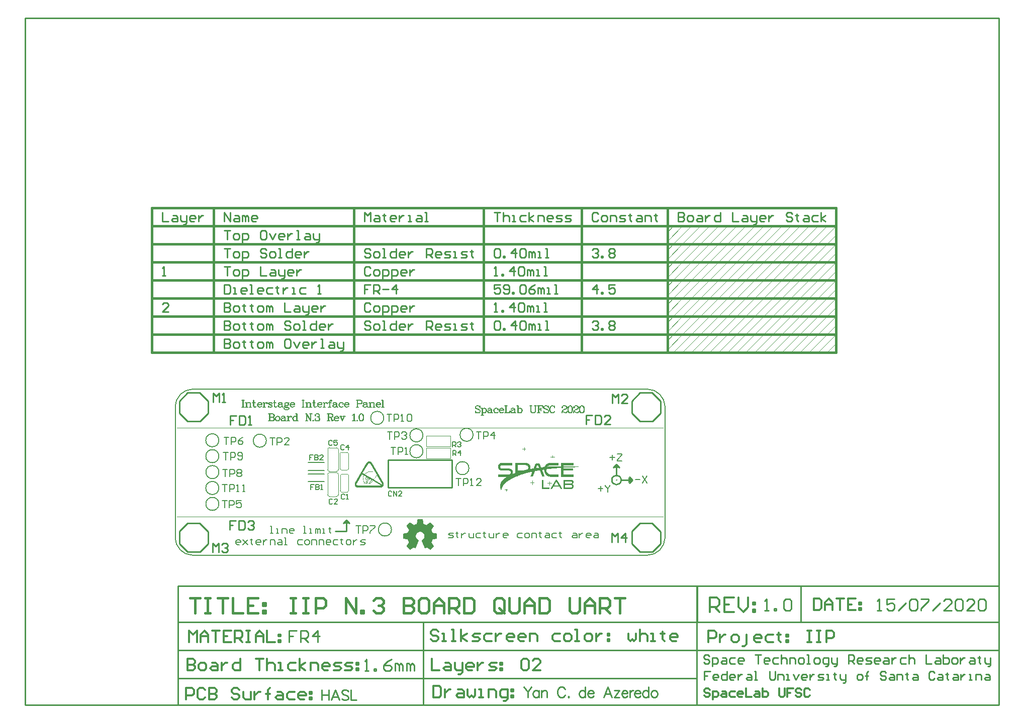
<source format=gto>
G04*
G04 #@! TF.GenerationSoftware,Altium Limited,Altium Designer,20.2.6 (244)*
G04*
G04 Layer_Color=65535*
%FSLAX25Y25*%
%MOIN*%
G70*
G04*
G04 #@! TF.SameCoordinates,3A923CF8-0E80-4BF5-A473-74316D4CB4A5*
G04*
G04*
G04 #@! TF.FilePolarity,Positive*
G04*
G01*
G75*
%ADD10C,0.00787*%
%ADD11C,0.00472*%
%ADD12C,0.01000*%
%ADD13C,0.00500*%
%ADD14C,0.00037*%
%ADD15C,0.00394*%
%ADD16C,0.00591*%
%ADD17C,0.01500*%
%ADD18C,0.00100*%
%ADD19C,0.01378*%
%ADD20C,0.01575*%
%ADD21C,0.01299*%
G36*
X231596Y71709D02*
X231706D01*
Y71599D01*
Y71489D01*
Y71379D01*
Y71269D01*
Y71159D01*
Y71049D01*
Y70939D01*
Y70829D01*
Y70720D01*
Y70610D01*
Y70500D01*
X232476D01*
Y70390D01*
X233135D01*
Y70280D01*
X232805D01*
Y70170D01*
X231706D01*
Y70060D01*
Y69950D01*
Y69840D01*
Y69731D01*
Y69621D01*
Y69511D01*
Y69401D01*
X231596D01*
Y69291D01*
Y69181D01*
Y69071D01*
Y68961D01*
Y68851D01*
Y68741D01*
X231487D01*
Y68851D01*
Y68961D01*
Y69071D01*
Y69181D01*
X231377D01*
Y69291D01*
Y69401D01*
Y69511D01*
Y69621D01*
Y69731D01*
Y69840D01*
Y69950D01*
Y70060D01*
Y70170D01*
X230717D01*
Y70280D01*
X230058D01*
Y70390D01*
X230168D01*
Y70500D01*
X231377D01*
Y70610D01*
Y70720D01*
Y70829D01*
Y70939D01*
Y71049D01*
Y71159D01*
X231487D01*
Y71269D01*
Y71379D01*
Y71489D01*
Y71599D01*
Y71709D01*
Y71819D01*
X231596D01*
Y71709D01*
D02*
G37*
G36*
X250280Y66653D02*
Y66543D01*
Y66433D01*
Y66323D01*
Y66214D01*
Y66104D01*
X250390D01*
Y65994D01*
Y65884D01*
Y65774D01*
Y65664D01*
Y65554D01*
Y65444D01*
Y65334D01*
Y65224D01*
X251489D01*
Y65114D01*
X251929D01*
Y65005D01*
X251049D01*
Y64895D01*
X250390D01*
Y64785D01*
Y64675D01*
Y64565D01*
X250280D01*
Y64455D01*
Y64345D01*
Y64235D01*
Y64125D01*
Y64015D01*
Y63906D01*
Y63796D01*
Y63686D01*
X250060D01*
Y63796D01*
Y63906D01*
Y64015D01*
Y64125D01*
Y64235D01*
Y64345D01*
Y64455D01*
Y64565D01*
Y64675D01*
Y64785D01*
Y64895D01*
X249731D01*
Y65005D01*
X248851D01*
Y65114D01*
X248632D01*
Y65224D01*
X249511D01*
Y65334D01*
X250060D01*
Y65444D01*
Y65554D01*
Y65664D01*
Y65774D01*
Y65884D01*
Y65994D01*
Y66104D01*
Y66214D01*
Y66323D01*
X250170D01*
Y66433D01*
Y66543D01*
Y66653D01*
Y66763D01*
X250280D01*
Y66653D01*
D02*
G37*
G36*
X294565Y57855D02*
X290628D01*
X292596Y59824D01*
X294565Y57855D01*
D02*
G37*
G36*
X232586Y61268D02*
X233245D01*
Y61158D01*
X233575D01*
Y61048D01*
X233904D01*
Y60938D01*
X234124D01*
Y60828D01*
X234234D01*
Y60718D01*
X234454D01*
Y60608D01*
X234564D01*
Y60498D01*
X234674D01*
Y60389D01*
X234784D01*
Y60279D01*
X234894D01*
Y60169D01*
Y60059D01*
X235003D01*
Y59949D01*
X235113D01*
Y59839D01*
Y59729D01*
X235223D01*
Y59619D01*
Y59509D01*
X235333D01*
Y59399D01*
Y59290D01*
Y59180D01*
X235443D01*
Y59070D01*
Y58960D01*
Y58850D01*
Y58740D01*
Y58630D01*
X235553D01*
Y58520D01*
Y58410D01*
Y58300D01*
Y58191D01*
Y58081D01*
Y57971D01*
Y57861D01*
Y57751D01*
Y57641D01*
Y57531D01*
Y57421D01*
X235443D01*
Y57311D01*
Y57201D01*
X235883D01*
Y57311D01*
X236652D01*
Y57421D01*
X237312D01*
Y57531D01*
X237641D01*
Y57641D01*
X237751D01*
Y57751D01*
Y57861D01*
Y57971D01*
X237861D01*
Y58081D01*
Y58191D01*
X237971D01*
Y58300D01*
Y58410D01*
Y58520D01*
X238081D01*
Y58630D01*
Y58740D01*
Y58850D01*
X238191D01*
Y58960D01*
Y59070D01*
X238301D01*
Y59180D01*
Y59290D01*
Y59399D01*
X238410D01*
Y59509D01*
Y59619D01*
Y59729D01*
X238520D01*
Y59839D01*
Y59949D01*
X238630D01*
Y60059D01*
Y60169D01*
Y60279D01*
X238740D01*
Y60389D01*
X238850D01*
Y60498D01*
X238960D01*
Y60608D01*
X239070D01*
Y60718D01*
X239180D01*
Y60828D01*
X239400D01*
Y60938D01*
X239729D01*
Y61048D01*
X240828D01*
Y60938D01*
X241158D01*
Y60828D01*
X241378D01*
Y60718D01*
X241488D01*
Y60608D01*
X241598D01*
Y60498D01*
X241708D01*
Y60389D01*
X241817D01*
Y60279D01*
Y60169D01*
X241927D01*
Y60059D01*
Y59949D01*
X242037D01*
Y59839D01*
Y59729D01*
Y59619D01*
X242147D01*
Y59509D01*
Y59399D01*
X242257D01*
Y59290D01*
Y59180D01*
Y59070D01*
X242367D01*
Y58960D01*
Y58850D01*
Y58740D01*
X242477D01*
Y58630D01*
Y58520D01*
X242587D01*
Y58410D01*
Y58300D01*
X242697D01*
Y58191D01*
X242807D01*
Y58300D01*
X243686D01*
Y58410D01*
X244785D01*
Y58520D01*
X244895D01*
Y58630D01*
Y58740D01*
X245005D01*
Y58850D01*
Y58960D01*
X245115D01*
Y59070D01*
Y59180D01*
X245224D01*
Y59290D01*
Y59399D01*
X245334D01*
Y59509D01*
X245444D01*
Y59619D01*
X245554D01*
Y59729D01*
Y59839D01*
X245664D01*
Y59949D01*
X245774D01*
Y60059D01*
X245884D01*
Y60169D01*
X245994D01*
Y60279D01*
X246214D01*
Y60389D01*
X246324D01*
Y60498D01*
X246433D01*
Y60608D01*
X246653D01*
Y60718D01*
X246873D01*
Y60828D01*
X247093D01*
Y60938D01*
X247313D01*
Y61048D01*
X247642D01*
Y61158D01*
X248082D01*
Y61268D01*
X254017D01*
Y61158D01*
Y61048D01*
Y60938D01*
Y60828D01*
Y60718D01*
Y60608D01*
Y60498D01*
Y60389D01*
Y60279D01*
Y60169D01*
Y60059D01*
Y59949D01*
Y59839D01*
Y59729D01*
X248302D01*
Y59619D01*
X247972D01*
Y59509D01*
X247752D01*
Y59399D01*
X247533D01*
Y59290D01*
X247313D01*
Y59180D01*
X247203D01*
Y59070D01*
X247093D01*
Y58960D01*
X246983D01*
Y58850D01*
X246873D01*
Y58740D01*
X246763D01*
Y58630D01*
X247313D01*
Y58740D01*
X248851D01*
Y58850D01*
X250610D01*
Y58960D01*
X252588D01*
Y59070D01*
X255885D01*
Y59180D01*
Y59290D01*
Y59399D01*
Y59509D01*
Y59619D01*
Y59729D01*
Y59839D01*
Y59949D01*
Y60059D01*
Y60169D01*
Y60279D01*
Y60389D01*
Y60498D01*
Y60608D01*
Y60718D01*
Y60828D01*
Y60938D01*
Y61048D01*
Y61158D01*
Y61268D01*
X264128D01*
Y61158D01*
Y61048D01*
Y60938D01*
Y60828D01*
Y60718D01*
Y60608D01*
Y60498D01*
Y60389D01*
Y60279D01*
Y60169D01*
Y60059D01*
Y59949D01*
Y59839D01*
Y59729D01*
X257424D01*
Y59619D01*
Y59509D01*
Y59399D01*
Y59290D01*
Y59180D01*
Y59070D01*
X263908D01*
Y58960D01*
X265886D01*
Y58850D01*
X266876D01*
Y58740D01*
X267425D01*
Y58630D01*
X267865D01*
Y58520D01*
X268195D01*
Y58410D01*
X265117D01*
Y58300D01*
X261930D01*
Y58191D01*
X259622D01*
Y58081D01*
X257644D01*
Y57971D01*
X257424D01*
Y57861D01*
Y57751D01*
Y57641D01*
Y57531D01*
Y57421D01*
X263798D01*
Y57311D01*
Y57201D01*
Y57091D01*
Y56982D01*
Y56872D01*
Y56762D01*
Y56652D01*
Y56542D01*
Y56432D01*
Y56322D01*
Y56212D01*
Y56102D01*
X257424D01*
Y55992D01*
Y55883D01*
Y55773D01*
Y55663D01*
Y55553D01*
Y55443D01*
Y55333D01*
Y55223D01*
Y55113D01*
Y55003D01*
Y54893D01*
Y54783D01*
Y54674D01*
Y54564D01*
Y54454D01*
Y54344D01*
Y54234D01*
Y54124D01*
Y54014D01*
Y53904D01*
Y53794D01*
Y53685D01*
Y53575D01*
X264128D01*
Y53465D01*
Y53355D01*
Y53245D01*
Y53135D01*
Y53025D01*
Y52915D01*
Y52805D01*
Y52695D01*
Y52585D01*
Y52476D01*
Y52366D01*
Y52256D01*
Y52146D01*
Y52036D01*
X255885D01*
Y52146D01*
Y52256D01*
Y52366D01*
Y52476D01*
Y52585D01*
Y52695D01*
Y52805D01*
Y52915D01*
Y53025D01*
Y53135D01*
Y53245D01*
Y53355D01*
Y53465D01*
Y53575D01*
Y53685D01*
Y53794D01*
Y53904D01*
Y54014D01*
Y54124D01*
Y54234D01*
Y54344D01*
Y54454D01*
Y54564D01*
Y54674D01*
Y54783D01*
Y54893D01*
Y55003D01*
Y55113D01*
Y55223D01*
Y55333D01*
Y55443D01*
Y55553D01*
Y55663D01*
Y55773D01*
Y55883D01*
Y55992D01*
Y56102D01*
Y56212D01*
Y56322D01*
Y56432D01*
Y56542D01*
Y56652D01*
Y56762D01*
Y56872D01*
Y56982D01*
Y57091D01*
Y57201D01*
Y57311D01*
Y57421D01*
Y57531D01*
Y57641D01*
Y57751D01*
Y57861D01*
X254347D01*
Y57751D01*
X253028D01*
Y57641D01*
X251709D01*
Y57531D01*
X250500D01*
Y57421D01*
X249511D01*
Y57311D01*
X248412D01*
Y57201D01*
X247423D01*
Y57091D01*
X246543D01*
Y56982D01*
X246104D01*
Y56872D01*
Y56762D01*
Y56652D01*
Y56542D01*
Y56432D01*
Y56322D01*
Y56212D01*
X246214D01*
Y56102D01*
Y55992D01*
Y55883D01*
Y55773D01*
Y55663D01*
X246324D01*
Y55553D01*
Y55443D01*
Y55333D01*
X246433D01*
Y55223D01*
Y55113D01*
X246543D01*
Y55003D01*
X246653D01*
Y54893D01*
Y54783D01*
X246763D01*
Y54674D01*
X246873D01*
Y54564D01*
X246983D01*
Y54454D01*
X247093D01*
Y54344D01*
X247203D01*
Y54234D01*
X247313D01*
Y54124D01*
X247423D01*
Y54014D01*
X247642D01*
Y53904D01*
X247862D01*
Y53794D01*
X248192D01*
Y53685D01*
X248742D01*
Y53575D01*
X254017D01*
Y53465D01*
Y53355D01*
Y53245D01*
Y53135D01*
Y53025D01*
Y52915D01*
Y52805D01*
Y52695D01*
Y52585D01*
Y52476D01*
Y52366D01*
Y52256D01*
Y52146D01*
Y52036D01*
X248632D01*
Y52146D01*
X247972D01*
Y52256D01*
X247642D01*
Y52366D01*
X247313D01*
Y52476D01*
X247093D01*
Y52585D01*
X246873D01*
Y52695D01*
X246653D01*
Y52805D01*
X246543D01*
Y52915D01*
X246324D01*
Y53025D01*
X246214D01*
Y53135D01*
X246104D01*
Y53245D01*
X245994D01*
Y53355D01*
X245884D01*
Y53465D01*
X245774D01*
Y53575D01*
X245664D01*
Y53685D01*
X245554D01*
Y53794D01*
X245444D01*
Y53904D01*
Y54014D01*
X245334D01*
Y54124D01*
X245224D01*
Y54234D01*
Y54344D01*
X245115D01*
Y54454D01*
Y54564D01*
X245005D01*
Y54674D01*
Y54783D01*
X244895D01*
Y54893D01*
Y55003D01*
Y55113D01*
X244785D01*
Y55223D01*
Y55333D01*
Y55443D01*
Y55553D01*
X244675D01*
Y55663D01*
Y55773D01*
Y55883D01*
Y55992D01*
Y56102D01*
X244565D01*
Y56212D01*
Y56322D01*
Y56432D01*
Y56542D01*
Y56652D01*
Y56762D01*
X244016D01*
Y56652D01*
X243356D01*
Y56542D01*
X243246D01*
Y56432D01*
X243356D01*
Y56322D01*
Y56212D01*
X243466D01*
Y56102D01*
Y55992D01*
Y55883D01*
X243576D01*
Y55773D01*
Y55663D01*
X243686D01*
Y55553D01*
Y55443D01*
Y55333D01*
X243796D01*
Y55223D01*
Y55113D01*
Y55003D01*
X243906D01*
Y54893D01*
Y54783D01*
X244016D01*
Y54674D01*
Y54564D01*
Y54454D01*
X244126D01*
Y54344D01*
Y54234D01*
Y54124D01*
X244235D01*
Y54014D01*
Y53904D01*
X244345D01*
Y53794D01*
Y53685D01*
Y53575D01*
X244455D01*
Y53465D01*
Y53355D01*
X244565D01*
Y53245D01*
Y53135D01*
Y53025D01*
X244675D01*
Y52915D01*
Y52805D01*
Y52695D01*
X244785D01*
Y52585D01*
Y52476D01*
X244895D01*
Y52366D01*
X243246D01*
Y52476D01*
Y52585D01*
X243136D01*
Y52695D01*
Y52805D01*
Y52915D01*
X243026D01*
Y53025D01*
Y53135D01*
Y53245D01*
X242917D01*
Y53355D01*
Y53465D01*
X242807D01*
Y53575D01*
Y53685D01*
Y53794D01*
X242697D01*
Y53904D01*
Y54014D01*
X242587D01*
Y54124D01*
Y54234D01*
Y54344D01*
X242477D01*
Y54454D01*
Y54564D01*
Y54674D01*
X242367D01*
Y54783D01*
Y54893D01*
X242257D01*
Y55003D01*
Y55113D01*
Y55223D01*
X242147D01*
Y55333D01*
Y55443D01*
Y55553D01*
X242037D01*
Y55663D01*
Y55773D01*
X241927D01*
Y55883D01*
Y55992D01*
Y56102D01*
X241817D01*
Y56212D01*
Y56322D01*
X241268D01*
Y56212D01*
X240719D01*
Y56102D01*
X240059D01*
Y55992D01*
X239510D01*
Y55883D01*
X238850D01*
Y55773D01*
X238520D01*
Y55663D01*
Y55553D01*
X238410D01*
Y55443D01*
Y55333D01*
Y55223D01*
X238301D01*
Y55113D01*
Y55003D01*
X238191D01*
Y54893D01*
Y54783D01*
Y54674D01*
X238081D01*
Y54564D01*
Y54454D01*
Y54344D01*
X237971D01*
Y54234D01*
Y54124D01*
X237861D01*
Y54014D01*
Y53904D01*
Y53794D01*
X237751D01*
Y53685D01*
Y53575D01*
Y53465D01*
X237641D01*
Y53355D01*
Y53245D01*
X237531D01*
Y53135D01*
Y53025D01*
Y52915D01*
X237421D01*
Y52805D01*
Y52695D01*
Y52585D01*
X237312D01*
Y52476D01*
Y52366D01*
X235663D01*
Y52476D01*
X235773D01*
Y52585D01*
Y52695D01*
Y52805D01*
X235883D01*
Y52915D01*
Y53025D01*
X235993D01*
Y53135D01*
Y53245D01*
Y53355D01*
X236103D01*
Y53465D01*
Y53575D01*
X236212D01*
Y53685D01*
Y53794D01*
Y53904D01*
X236322D01*
Y54014D01*
Y54124D01*
Y54234D01*
X236432D01*
Y54344D01*
Y54454D01*
X236542D01*
Y54564D01*
Y54674D01*
Y54783D01*
X236652D01*
Y54893D01*
Y55003D01*
Y55113D01*
X236762D01*
Y55223D01*
Y55333D01*
X236212D01*
Y55223D01*
X235663D01*
Y55113D01*
X235223D01*
Y55003D01*
X234784D01*
Y54893D01*
X234344D01*
Y54783D01*
X233904D01*
Y54674D01*
X233465D01*
Y54564D01*
X233025D01*
Y54454D01*
X232586D01*
Y54344D01*
X232256D01*
Y54234D01*
X231816D01*
Y54124D01*
X231377D01*
Y54014D01*
X231047D01*
Y53904D01*
X230717D01*
Y53794D01*
X230387D01*
Y53685D01*
X229948D01*
Y53575D01*
X229618D01*
Y53465D01*
X229289D01*
Y53355D01*
X228959D01*
Y53245D01*
X228739D01*
Y53135D01*
X228409D01*
Y53025D01*
X228080D01*
Y52915D01*
X227750D01*
Y52805D01*
X227420D01*
Y52695D01*
X227200D01*
Y52585D01*
Y52476D01*
Y52366D01*
Y52256D01*
Y52146D01*
X225881D01*
Y52036D01*
X225552D01*
Y51926D01*
X225332D01*
Y51816D01*
X225112D01*
Y51706D01*
X224892D01*
Y51596D01*
X224673D01*
Y51486D01*
X224453D01*
Y51376D01*
X224123D01*
Y51267D01*
X223903D01*
Y51157D01*
X223683D01*
Y51047D01*
X223573D01*
Y50937D01*
X223354D01*
Y50827D01*
X223134D01*
Y50717D01*
X222914D01*
Y50607D01*
X222694D01*
Y50497D01*
X222584D01*
Y50387D01*
X222364D01*
Y50277D01*
X222145D01*
Y50168D01*
X222035D01*
Y50058D01*
X221815D01*
Y49948D01*
X221595D01*
Y49838D01*
X221485D01*
Y49728D01*
X221266D01*
Y49618D01*
X221156D01*
Y49508D01*
X220936D01*
Y49398D01*
X220826D01*
Y49288D01*
X220606D01*
Y49178D01*
X220496D01*
Y49068D01*
X220386D01*
Y48959D01*
X220166D01*
Y48849D01*
X220057D01*
Y48739D01*
X219947D01*
Y48629D01*
X219837D01*
Y48519D01*
X219617D01*
Y48409D01*
X219507D01*
Y48299D01*
X219397D01*
Y48189D01*
X219287D01*
Y48079D01*
X219177D01*
Y47969D01*
X219067D01*
Y47859D01*
X218957D01*
Y47750D01*
X218848D01*
Y47640D01*
X218738D01*
Y47530D01*
X218628D01*
Y47420D01*
X218518D01*
Y47310D01*
X218408D01*
Y47200D01*
X218298D01*
Y47090D01*
X218188D01*
Y46980D01*
X218078D01*
Y46870D01*
X217968D01*
Y46760D01*
Y46651D01*
X217858D01*
Y46541D01*
X217748D01*
Y46431D01*
X217639D01*
Y46321D01*
Y46211D01*
X217529D01*
Y46101D01*
X217419D01*
Y45991D01*
X217309D01*
Y45881D01*
Y45771D01*
X217199D01*
Y45662D01*
Y45551D01*
X217089D01*
Y45442D01*
Y45332D01*
X216979D01*
Y45222D01*
X216869D01*
Y45112D01*
Y45002D01*
X216759D01*
Y44892D01*
Y44782D01*
Y44672D01*
X216650D01*
Y44562D01*
Y44453D01*
X216540D01*
Y44343D01*
Y44233D01*
Y44123D01*
X216430D01*
Y44013D01*
Y43903D01*
Y43793D01*
Y43683D01*
X216320D01*
Y43573D01*
Y43463D01*
Y43354D01*
Y43244D01*
Y43134D01*
Y43024D01*
Y42914D01*
X216210D01*
Y43024D01*
Y43134D01*
X216100D01*
Y43244D01*
Y43354D01*
X215990D01*
Y43463D01*
Y43573D01*
X215880D01*
Y43683D01*
Y43793D01*
Y43903D01*
X215770D01*
Y44013D01*
Y44123D01*
Y44233D01*
X215660D01*
Y44343D01*
Y44453D01*
Y44562D01*
Y44672D01*
Y44782D01*
X215550D01*
Y44892D01*
Y45002D01*
Y45112D01*
Y45222D01*
Y45332D01*
Y45442D01*
Y45551D01*
Y45662D01*
Y45771D01*
Y45881D01*
Y45991D01*
Y46101D01*
Y46211D01*
Y46321D01*
Y46431D01*
Y46541D01*
Y46651D01*
X215660D01*
Y46760D01*
Y46870D01*
Y46980D01*
Y47090D01*
Y47200D01*
X215770D01*
Y47310D01*
Y47420D01*
Y47530D01*
X215880D01*
Y47640D01*
Y47750D01*
Y47859D01*
X215990D01*
Y47969D01*
Y48079D01*
X216100D01*
Y48189D01*
Y48299D01*
X216210D01*
Y48409D01*
Y48519D01*
X216320D01*
Y48629D01*
Y48739D01*
X216430D01*
Y48849D01*
X216540D01*
Y48959D01*
Y49068D01*
X216650D01*
Y49178D01*
X216759D01*
Y49288D01*
Y49398D01*
X216869D01*
Y49508D01*
X216979D01*
Y49618D01*
X217089D01*
Y49728D01*
X217199D01*
Y49838D01*
X217309D01*
Y49948D01*
X217419D01*
Y50058D01*
X217529D01*
Y50168D01*
Y50277D01*
X217639D01*
Y50387D01*
X217858D01*
Y50497D01*
X217968D01*
Y50607D01*
X218078D01*
Y50717D01*
X218188D01*
Y50827D01*
X218298D01*
Y50937D01*
X218408D01*
Y51047D01*
X218628D01*
Y51157D01*
X218738D01*
Y51267D01*
X218848D01*
Y51376D01*
X219067D01*
Y51486D01*
X219177D01*
Y51596D01*
X219397D01*
Y51706D01*
X219507D01*
Y51816D01*
X219727D01*
Y51926D01*
X219837D01*
Y52036D01*
X214122D01*
Y52146D01*
Y52256D01*
Y52366D01*
Y52476D01*
Y52585D01*
Y52695D01*
Y52805D01*
Y52915D01*
Y53025D01*
Y53135D01*
Y53245D01*
Y53355D01*
Y53465D01*
Y53575D01*
X221375D01*
Y53685D01*
X221815D01*
Y53794D01*
X222035D01*
Y53904D01*
X222145D01*
Y54014D01*
X222255D01*
Y54124D01*
Y54234D01*
X222364D01*
Y54344D01*
Y54454D01*
X222474D01*
Y54564D01*
Y54674D01*
Y54783D01*
Y54893D01*
Y55003D01*
Y55113D01*
Y55223D01*
Y55333D01*
X222364D01*
Y55443D01*
Y55553D01*
X222255D01*
Y55663D01*
Y55773D01*
X222145D01*
Y55883D01*
X221925D01*
Y55992D01*
X221595D01*
Y56102D01*
X216320D01*
Y56212D01*
X215770D01*
Y56322D01*
X215441D01*
Y56432D01*
X215221D01*
Y56542D01*
X215111D01*
Y56652D01*
X214891D01*
Y56762D01*
X214781D01*
Y56872D01*
X214671D01*
Y56982D01*
X214561D01*
Y57091D01*
Y57201D01*
X214451D01*
Y57311D01*
X214341D01*
Y57421D01*
Y57531D01*
X214232D01*
Y57641D01*
Y57751D01*
X214122D01*
Y57861D01*
Y57971D01*
Y58081D01*
Y58191D01*
X214012D01*
Y58300D01*
Y58410D01*
Y58520D01*
Y58630D01*
Y58740D01*
Y58850D01*
Y58960D01*
Y59070D01*
Y59180D01*
Y59290D01*
X214122D01*
Y59399D01*
Y59509D01*
Y59619D01*
Y59729D01*
X214232D01*
Y59839D01*
Y59949D01*
X214341D01*
Y60059D01*
Y60169D01*
X214451D01*
Y60279D01*
X214561D01*
Y60389D01*
X214671D01*
Y60498D01*
Y60608D01*
X214891D01*
Y60718D01*
X215001D01*
Y60828D01*
X215111D01*
Y60938D01*
X215331D01*
Y61048D01*
X215660D01*
Y61158D01*
X215990D01*
Y61268D01*
X223464D01*
Y61158D01*
Y61048D01*
Y60938D01*
Y60828D01*
Y60718D01*
Y60608D01*
Y60498D01*
Y60389D01*
Y60279D01*
Y60169D01*
Y60059D01*
Y59949D01*
Y59839D01*
Y59729D01*
X216320D01*
Y59619D01*
X216100D01*
Y59509D01*
X215990D01*
Y59399D01*
X215880D01*
Y59290D01*
X215770D01*
Y59180D01*
Y59070D01*
X215660D01*
Y58960D01*
Y58850D01*
Y58740D01*
Y58630D01*
Y58520D01*
Y58410D01*
Y58300D01*
Y58191D01*
Y58081D01*
X215770D01*
Y57971D01*
Y57861D01*
X215880D01*
Y57751D01*
X215990D01*
Y57641D01*
X216100D01*
Y57531D01*
X216320D01*
Y57421D01*
X221705D01*
Y57311D01*
X222255D01*
Y57201D01*
X222584D01*
Y57091D01*
X222804D01*
Y56982D01*
X223024D01*
Y56872D01*
X223134D01*
Y56762D01*
X223244D01*
Y56652D01*
X223354D01*
Y56542D01*
X223464D01*
Y56432D01*
X223573D01*
Y56322D01*
Y56212D01*
X223683D01*
Y56102D01*
Y55992D01*
X223793D01*
Y55883D01*
Y55773D01*
Y55663D01*
X223903D01*
Y55553D01*
Y55443D01*
Y55333D01*
Y55223D01*
Y55113D01*
Y55003D01*
Y54893D01*
Y54783D01*
Y54674D01*
Y54564D01*
Y54454D01*
Y54344D01*
Y54234D01*
Y54124D01*
Y54014D01*
Y53904D01*
X224013D01*
Y54014D01*
X224233D01*
Y54124D01*
X224453D01*
Y54234D01*
X224782D01*
Y54344D01*
X225002D01*
Y54454D01*
X225332D01*
Y54564D01*
X225552D01*
Y54674D01*
X225662D01*
Y54783D01*
Y54893D01*
Y55003D01*
Y55113D01*
Y55223D01*
Y55333D01*
Y55443D01*
Y55553D01*
Y55663D01*
Y55773D01*
Y55883D01*
Y55992D01*
Y56102D01*
Y56212D01*
Y56322D01*
Y56432D01*
Y56542D01*
Y56652D01*
Y56762D01*
Y56872D01*
Y56982D01*
Y57091D01*
Y57201D01*
Y57311D01*
Y57421D01*
Y57531D01*
Y57641D01*
Y57751D01*
Y57861D01*
Y57971D01*
Y58081D01*
Y58191D01*
Y58300D01*
Y58410D01*
Y58520D01*
Y58630D01*
Y58740D01*
Y58850D01*
Y58960D01*
Y59070D01*
Y59180D01*
Y59290D01*
Y59399D01*
Y59509D01*
Y59619D01*
Y59729D01*
Y59839D01*
Y59949D01*
Y60059D01*
Y60169D01*
Y60279D01*
Y60389D01*
Y60498D01*
Y60608D01*
Y60718D01*
Y60828D01*
Y60938D01*
Y61048D01*
Y61158D01*
Y61268D01*
Y61378D01*
X232586D01*
Y61268D01*
D02*
G37*
G36*
X302537Y49883D02*
X300569Y47914D01*
Y51851D01*
X302537Y49883D01*
D02*
G37*
G36*
X237092Y49618D02*
Y49508D01*
Y49398D01*
Y49288D01*
Y49178D01*
Y49068D01*
Y48959D01*
X237202D01*
Y48849D01*
Y48739D01*
Y48629D01*
Y48519D01*
Y48409D01*
Y48299D01*
Y48189D01*
X237421D01*
Y48079D01*
X238301D01*
Y47969D01*
X238630D01*
Y47859D01*
X237751D01*
Y47750D01*
X237202D01*
Y47640D01*
Y47530D01*
Y47420D01*
X237092D01*
Y47310D01*
Y47200D01*
Y47090D01*
Y46980D01*
Y46870D01*
Y46760D01*
Y46651D01*
Y46541D01*
X236982D01*
Y46431D01*
X236872D01*
Y46541D01*
Y46651D01*
Y46760D01*
Y46870D01*
Y46980D01*
Y47090D01*
Y47200D01*
Y47310D01*
Y47420D01*
Y47530D01*
Y47640D01*
Y47750D01*
X236652D01*
Y47859D01*
X235663D01*
Y47969D01*
X235333D01*
Y48079D01*
X236212D01*
Y48189D01*
X236872D01*
Y48299D01*
Y48409D01*
Y48519D01*
Y48629D01*
Y48739D01*
Y48849D01*
Y48959D01*
Y49068D01*
Y49178D01*
X236982D01*
Y49288D01*
Y49398D01*
Y49508D01*
Y49618D01*
Y49728D01*
X237092D01*
Y49618D01*
D02*
G37*
G36*
X248522Y49178D02*
Y49068D01*
Y48959D01*
Y48849D01*
X248632D01*
Y48739D01*
Y48629D01*
Y48519D01*
Y48409D01*
Y48299D01*
Y48189D01*
Y48079D01*
Y47969D01*
Y47859D01*
X249071D01*
Y47750D01*
X249840D01*
Y47640D01*
X249950D01*
Y47530D01*
X248632D01*
Y47420D01*
Y47310D01*
Y47200D01*
Y47090D01*
Y46980D01*
Y46870D01*
X248522D01*
Y46760D01*
Y46651D01*
Y46541D01*
Y46431D01*
Y46321D01*
Y46211D01*
X248412D01*
Y46321D01*
X248302D01*
Y46431D01*
Y46541D01*
Y46651D01*
Y46760D01*
Y46870D01*
Y46980D01*
Y47090D01*
Y47200D01*
Y47310D01*
Y47420D01*
Y47530D01*
X247313D01*
Y47640D01*
X246763D01*
Y47750D01*
X247313D01*
Y47859D01*
X248302D01*
Y47969D01*
Y48079D01*
Y48189D01*
Y48299D01*
Y48409D01*
Y48519D01*
Y48629D01*
Y48739D01*
X248412D01*
Y48849D01*
Y48959D01*
Y49068D01*
Y49178D01*
Y49288D01*
X248522D01*
Y49178D01*
D02*
G37*
G36*
X262699Y49948D02*
X263139D01*
Y49838D01*
X263359D01*
Y49728D01*
X263579D01*
Y49618D01*
X263688D01*
Y49508D01*
X263798D01*
Y49398D01*
Y49288D01*
X263908D01*
Y49178D01*
X264018D01*
Y49068D01*
Y48959D01*
Y48849D01*
Y48739D01*
X264128D01*
Y48629D01*
Y48519D01*
Y48409D01*
Y48299D01*
Y48189D01*
X264018D01*
Y48079D01*
Y47969D01*
Y47859D01*
Y47750D01*
X263908D01*
Y47640D01*
X263798D01*
Y47530D01*
Y47420D01*
X263579D01*
Y47310D01*
X263469D01*
Y47200D01*
X263249D01*
Y47090D01*
X263469D01*
Y46980D01*
X263579D01*
Y46870D01*
X263798D01*
Y46760D01*
X263908D01*
Y46651D01*
Y46541D01*
X264018D01*
Y46431D01*
X264128D01*
Y46321D01*
Y46211D01*
Y46101D01*
Y45991D01*
X264238D01*
Y45881D01*
Y45771D01*
Y45662D01*
Y45551D01*
Y45442D01*
Y45332D01*
X264128D01*
Y45222D01*
Y45112D01*
Y45002D01*
X264018D01*
Y44892D01*
Y44782D01*
X263908D01*
Y44672D01*
Y44562D01*
X263798D01*
Y44453D01*
X263688D01*
Y44343D01*
X263579D01*
Y44233D01*
X263359D01*
Y44123D01*
X263139D01*
Y44013D01*
X262809D01*
Y43903D01*
X257534D01*
Y44013D01*
Y44123D01*
Y44233D01*
Y44343D01*
Y44453D01*
Y44562D01*
Y44672D01*
Y44782D01*
Y44892D01*
Y45002D01*
Y45112D01*
Y45222D01*
Y45332D01*
Y45442D01*
Y45551D01*
Y45662D01*
Y45771D01*
Y45881D01*
Y45991D01*
Y46101D01*
Y46211D01*
Y46321D01*
Y46431D01*
Y46541D01*
Y46651D01*
Y46760D01*
Y46870D01*
Y46980D01*
Y47090D01*
Y47200D01*
Y47310D01*
Y47420D01*
Y47530D01*
Y47640D01*
Y47750D01*
Y47859D01*
Y47969D01*
Y48079D01*
Y48189D01*
Y48299D01*
Y48409D01*
Y48519D01*
Y48629D01*
Y48739D01*
Y48849D01*
Y48959D01*
Y49068D01*
Y49178D01*
Y49288D01*
Y49398D01*
Y49508D01*
Y49618D01*
Y49728D01*
Y49838D01*
Y49948D01*
Y50058D01*
X262699D01*
Y49948D01*
D02*
G37*
G36*
X252918Y50058D02*
X253028D01*
Y49948D01*
X253138D01*
Y49838D01*
X253247D01*
Y49728D01*
X253357D01*
Y49618D01*
Y49508D01*
X253467D01*
Y49398D01*
Y49288D01*
X253577D01*
Y49178D01*
X253687D01*
Y49068D01*
Y48959D01*
X253797D01*
Y48849D01*
X253907D01*
Y48739D01*
Y48629D01*
X254017D01*
Y48519D01*
Y48409D01*
X254127D01*
Y48299D01*
X254237D01*
Y48189D01*
Y48079D01*
X254347D01*
Y47969D01*
Y47859D01*
X254456D01*
Y47750D01*
X254566D01*
Y47640D01*
Y47530D01*
X254676D01*
Y47420D01*
Y47310D01*
X254786D01*
Y47200D01*
X254896D01*
Y47090D01*
Y46980D01*
X255006D01*
Y46870D01*
Y46760D01*
X255116D01*
Y46651D01*
X255226D01*
Y46541D01*
Y46431D01*
X255336D01*
Y46321D01*
Y46211D01*
X255446D01*
Y46101D01*
X255556D01*
Y45991D01*
Y45881D01*
X255665D01*
Y45771D01*
Y45662D01*
X255775D01*
Y45551D01*
X255885D01*
Y45442D01*
Y45332D01*
X255995D01*
Y45222D01*
Y45112D01*
X256105D01*
Y45002D01*
X256215D01*
Y44892D01*
Y44782D01*
X256325D01*
Y44672D01*
Y44562D01*
X256435D01*
Y44453D01*
X256545D01*
Y44343D01*
Y44233D01*
X256655D01*
Y44123D01*
Y44013D01*
X256765D01*
Y43903D01*
X255556D01*
Y44013D01*
X255446D01*
Y44123D01*
Y44233D01*
X255336D01*
Y44343D01*
Y44453D01*
X255226D01*
Y44562D01*
X255116D01*
Y44672D01*
Y44782D01*
X255006D01*
Y44892D01*
Y45002D01*
X254896D01*
Y45112D01*
X254786D01*
Y45222D01*
Y45332D01*
X254676D01*
Y45442D01*
X250720D01*
Y45332D01*
Y45222D01*
X250610D01*
Y45112D01*
X250500D01*
Y45002D01*
Y44892D01*
X250390D01*
Y44782D01*
Y44672D01*
X250280D01*
Y44562D01*
X250170D01*
Y44453D01*
Y44343D01*
X250060D01*
Y44233D01*
Y44123D01*
X249950D01*
Y44013D01*
Y43903D01*
X248742D01*
Y44013D01*
X248851D01*
Y44123D01*
Y44233D01*
X248961D01*
Y44343D01*
X249071D01*
Y44453D01*
Y44562D01*
X249181D01*
Y44672D01*
Y44782D01*
X249291D01*
Y44892D01*
X249401D01*
Y45002D01*
Y45112D01*
X249511D01*
Y45222D01*
Y45332D01*
X249621D01*
Y45442D01*
X249731D01*
Y45551D01*
Y45662D01*
X249840D01*
Y45771D01*
Y45881D01*
X249950D01*
Y45991D01*
X250060D01*
Y46101D01*
Y46211D01*
X250170D01*
Y46321D01*
Y46431D01*
X250280D01*
Y46541D01*
X250390D01*
Y46651D01*
Y46760D01*
X250500D01*
Y46870D01*
Y46980D01*
X250610D01*
Y47090D01*
X250720D01*
Y47200D01*
Y47310D01*
X250830D01*
Y47420D01*
Y47530D01*
X250940D01*
Y47640D01*
X251049D01*
Y47750D01*
Y47859D01*
X251159D01*
Y47969D01*
Y48079D01*
X251269D01*
Y48189D01*
X251379D01*
Y48299D01*
Y48409D01*
X251489D01*
Y48519D01*
Y48629D01*
X251599D01*
Y48739D01*
X251709D01*
Y48849D01*
Y48959D01*
X251819D01*
Y49068D01*
Y49178D01*
X251929D01*
Y49288D01*
X252039D01*
Y49398D01*
Y49508D01*
X252149D01*
Y49618D01*
Y49728D01*
X252258D01*
Y49838D01*
X252368D01*
Y49948D01*
X252478D01*
Y50058D01*
X252588D01*
Y50168D01*
X252918D01*
Y50058D01*
D02*
G37*
G36*
X244016Y49948D02*
Y49838D01*
Y49728D01*
Y49618D01*
Y49508D01*
Y49398D01*
Y49288D01*
Y49178D01*
Y49068D01*
Y48959D01*
Y48849D01*
Y48739D01*
Y48629D01*
Y48519D01*
Y48409D01*
Y48299D01*
Y48189D01*
Y48079D01*
Y47969D01*
Y47859D01*
Y47750D01*
Y47640D01*
Y47530D01*
Y47420D01*
Y47310D01*
Y47200D01*
Y47090D01*
Y46980D01*
Y46870D01*
Y46760D01*
Y46651D01*
Y46541D01*
Y46431D01*
Y46321D01*
Y46211D01*
Y46101D01*
Y45991D01*
Y45881D01*
Y45771D01*
Y45662D01*
Y45551D01*
Y45442D01*
Y45332D01*
Y45222D01*
Y45112D01*
Y45002D01*
Y44892D01*
X248192D01*
Y44782D01*
Y44672D01*
Y44562D01*
Y44453D01*
Y44343D01*
Y44233D01*
Y44123D01*
Y44013D01*
Y43903D01*
X243026D01*
Y44013D01*
Y44123D01*
Y44233D01*
Y44343D01*
Y44453D01*
Y44562D01*
Y44672D01*
Y44782D01*
Y44892D01*
Y45002D01*
Y45112D01*
Y45222D01*
Y45332D01*
Y45442D01*
Y45551D01*
Y45662D01*
Y45771D01*
Y45881D01*
Y45991D01*
Y46101D01*
Y46211D01*
Y46321D01*
Y46431D01*
Y46541D01*
Y46651D01*
Y46760D01*
Y46870D01*
Y46980D01*
Y47090D01*
Y47200D01*
Y47310D01*
Y47420D01*
Y47530D01*
Y47640D01*
Y47750D01*
Y47859D01*
Y47969D01*
Y48079D01*
Y48189D01*
Y48299D01*
Y48409D01*
Y48519D01*
Y48629D01*
Y48739D01*
Y48849D01*
Y48959D01*
Y49068D01*
Y49178D01*
Y49288D01*
Y49398D01*
Y49508D01*
Y49618D01*
Y49728D01*
Y49838D01*
Y49948D01*
Y50058D01*
X244016D01*
Y49948D01*
D02*
G37*
G36*
X219947Y44672D02*
Y44562D01*
Y44453D01*
Y44343D01*
Y44233D01*
Y44123D01*
Y44013D01*
Y43903D01*
Y43793D01*
Y43683D01*
Y43573D01*
Y43463D01*
X220606D01*
Y43354D01*
X221266D01*
Y43244D01*
Y43134D01*
X220057D01*
Y43024D01*
X219947D01*
Y42914D01*
Y42804D01*
Y42694D01*
Y42584D01*
Y42474D01*
Y42364D01*
Y42254D01*
Y42145D01*
X219837D01*
Y42035D01*
Y41925D01*
Y41815D01*
Y41705D01*
Y41595D01*
X219727D01*
Y41705D01*
Y41815D01*
Y41925D01*
Y42035D01*
Y42145D01*
Y42254D01*
Y42364D01*
X219617D01*
Y42474D01*
Y42584D01*
Y42694D01*
Y42804D01*
Y42914D01*
Y43024D01*
Y43134D01*
X218738D01*
Y43244D01*
X218188D01*
Y43354D01*
X218628D01*
Y43463D01*
X219617D01*
Y43573D01*
Y43683D01*
Y43793D01*
Y43903D01*
X219727D01*
Y44013D01*
Y44123D01*
Y44233D01*
Y44343D01*
Y44453D01*
Y44562D01*
Y44672D01*
X219837D01*
Y44782D01*
X219947D01*
Y44672D01*
D02*
G37*
G36*
X115567Y20768D02*
X111630D01*
X113598Y22737D01*
X115567Y20768D01*
D02*
G37*
G36*
X128962Y62222D02*
X129150Y62195D01*
X129339Y62115D01*
X129581Y62034D01*
X129796Y61899D01*
X130011Y61738D01*
X130038Y61711D01*
X130092Y61657D01*
X130146Y61603D01*
X130200Y61523D01*
X130227Y61496D01*
X130254Y61442D01*
X130388Y61280D01*
X138084Y47933D01*
X138111Y47906D01*
X138138Y47825D01*
X138192Y47691D01*
X138246Y47502D01*
X138300Y47314D01*
X138327Y47072D01*
Y46803D01*
X138300Y46507D01*
Y46480D01*
X138273Y46426D01*
X138246Y46345D01*
X138219Y46238D01*
Y46211D01*
X138192Y46157D01*
X138165Y46076D01*
X138111Y45969D01*
X138084D01*
X138058Y45942D01*
X138004Y45861D01*
X137923Y45753D01*
X137815Y45592D01*
X137654Y45457D01*
X137466Y45296D01*
X137250Y45161D01*
X136981Y45054D01*
X136954D01*
X136873Y45027D01*
X136793Y45000D01*
X136631D01*
X136551Y44973D01*
X120862D01*
X120728Y45000D01*
X120539Y45027D01*
X120324Y45081D01*
X120082Y45188D01*
X119866Y45296D01*
X119624Y45484D01*
X119597Y45511D01*
X119570Y45565D01*
X119436Y45700D01*
X119409Y45726D01*
X119382Y45780D01*
X119274Y45942D01*
Y45969D01*
X119247Y45996D01*
X119221Y46076D01*
X119167Y46211D01*
X119113Y46372D01*
X119059Y46587D01*
X119005Y46803D01*
Y47072D01*
X119032Y47341D01*
Y47368D01*
X119059Y47449D01*
X119086Y47556D01*
X119113Y47610D01*
Y47637D01*
X119140Y47691D01*
X119194Y47771D01*
X119247Y47879D01*
Y47906D01*
X119274D01*
X126971Y61253D01*
Y61280D01*
X126998Y61307D01*
X127132Y61469D01*
X127294Y61684D01*
X127536Y61899D01*
X127590Y61926D01*
X127697Y61980D01*
X127724D01*
X127778Y62034D01*
X127859Y62061D01*
X127993Y62115D01*
X128316Y62195D01*
X128693Y62249D01*
X128827D01*
X128962Y62222D01*
D02*
G37*
%LPC*%
G36*
X240499Y59509D02*
X239949D01*
Y59399D01*
Y59290D01*
X239839D01*
Y59180D01*
Y59070D01*
X239729D01*
Y58960D01*
Y58850D01*
Y58740D01*
X239619D01*
Y58630D01*
Y58520D01*
Y58410D01*
X239510D01*
Y58300D01*
Y58191D01*
X239400D01*
Y58081D01*
Y57971D01*
Y57861D01*
X239290D01*
Y57751D01*
X239619D01*
Y57861D01*
X240389D01*
Y57971D01*
X241158D01*
Y58081D01*
X241048D01*
Y58191D01*
Y58300D01*
Y58410D01*
X240938D01*
Y58520D01*
Y58630D01*
Y58740D01*
X240828D01*
Y58850D01*
Y58960D01*
X240719D01*
Y59070D01*
Y59180D01*
Y59290D01*
X240609D01*
Y59399D01*
X240499D01*
Y59509D01*
D02*
G37*
G36*
X232476Y59839D02*
X227200D01*
Y59729D01*
Y59619D01*
Y59509D01*
Y59399D01*
Y59290D01*
Y59180D01*
Y59070D01*
Y58960D01*
Y58850D01*
Y58740D01*
Y58630D01*
Y58520D01*
Y58410D01*
Y58300D01*
Y58191D01*
Y58081D01*
Y57971D01*
Y57861D01*
Y57751D01*
Y57641D01*
Y57531D01*
Y57421D01*
Y57311D01*
Y57201D01*
Y57091D01*
Y56982D01*
Y56872D01*
Y56762D01*
Y56652D01*
Y56542D01*
Y56432D01*
Y56322D01*
Y56212D01*
X230937D01*
Y56322D01*
X231487D01*
Y56432D01*
X231926D01*
Y56542D01*
X232366D01*
Y56652D01*
X232915D01*
Y56762D01*
X233465D01*
Y56872D01*
X233685D01*
Y56982D01*
X233794D01*
Y57091D01*
X233904D01*
Y57201D01*
Y57311D01*
Y57421D01*
X234014D01*
Y57531D01*
Y57641D01*
Y57751D01*
Y57861D01*
Y57971D01*
Y58081D01*
Y58191D01*
Y58300D01*
Y58410D01*
Y58520D01*
Y58630D01*
X233904D01*
Y58740D01*
Y58850D01*
X233794D01*
Y58960D01*
Y59070D01*
X233685D01*
Y59180D01*
X233575D01*
Y59290D01*
X233465D01*
Y59399D01*
X233355D01*
Y59509D01*
X233245D01*
Y59619D01*
X232915D01*
Y59729D01*
X232476D01*
Y59839D01*
D02*
G37*
G36*
X262260Y49068D02*
X258633D01*
Y48959D01*
Y48849D01*
Y48739D01*
Y48629D01*
Y48519D01*
Y48409D01*
Y48299D01*
Y48189D01*
Y48079D01*
Y47969D01*
Y47859D01*
Y47750D01*
Y47640D01*
Y47530D01*
Y47420D01*
X262479D01*
Y47530D01*
X262809D01*
Y47640D01*
X262919D01*
Y47750D01*
X263029D01*
Y47859D01*
Y47969D01*
Y48079D01*
Y48189D01*
Y48299D01*
Y48409D01*
Y48519D01*
Y48629D01*
X262919D01*
Y48739D01*
X262809D01*
Y48849D01*
X262699D01*
Y48959D01*
X262260D01*
Y49068D01*
D02*
G37*
G36*
X262370Y46651D02*
X258633D01*
Y46541D01*
Y46431D01*
Y46321D01*
Y46211D01*
Y46101D01*
Y45991D01*
Y45881D01*
Y45771D01*
Y45662D01*
Y45551D01*
Y45442D01*
Y45332D01*
Y45222D01*
Y45112D01*
Y45002D01*
Y44892D01*
X262479D01*
Y45002D01*
X262809D01*
Y45112D01*
X262919D01*
Y45222D01*
X263029D01*
Y45332D01*
X263139D01*
Y45442D01*
Y45551D01*
Y45662D01*
Y45771D01*
Y45881D01*
Y45991D01*
Y46101D01*
Y46211D01*
X263029D01*
Y46321D01*
X262919D01*
Y46431D01*
X262809D01*
Y46541D01*
X262370D01*
Y46651D01*
D02*
G37*
G36*
X252808Y48629D02*
X252588D01*
Y48519D01*
Y48409D01*
X252478D01*
Y48299D01*
Y48189D01*
X252368D01*
Y48079D01*
X252258D01*
Y47969D01*
Y47859D01*
X252149D01*
Y47750D01*
Y47640D01*
X252039D01*
Y47530D01*
X251929D01*
Y47420D01*
Y47310D01*
X251819D01*
Y47200D01*
Y47090D01*
X251709D01*
Y46980D01*
X251599D01*
Y46870D01*
Y46760D01*
X251489D01*
Y46651D01*
Y46541D01*
X251379D01*
Y46431D01*
Y46321D01*
Y46211D01*
X254127D01*
Y46321D01*
Y46431D01*
X254017D01*
Y46541D01*
Y46651D01*
X253907D01*
Y46760D01*
Y46870D01*
X253797D01*
Y46980D01*
X253687D01*
Y47090D01*
Y47200D01*
X253577D01*
Y47310D01*
Y47420D01*
X253467D01*
Y47530D01*
X253357D01*
Y47640D01*
Y47750D01*
X253247D01*
Y47859D01*
Y47969D01*
X253138D01*
Y48079D01*
X253028D01*
Y48189D01*
Y48299D01*
X252918D01*
Y48409D01*
Y48519D01*
X252808D01*
Y48629D01*
D02*
G37*
G36*
X128693Y60957D02*
X128639D01*
X128505Y60931D01*
X128343Y60904D01*
X128155Y60796D01*
X128128Y60769D01*
X128101D01*
X128074Y60742D01*
X128047Y60715D01*
X127966Y60661D01*
X127859Y60527D01*
X127751Y60392D01*
X124306Y54418D01*
X125437Y53772D01*
X125464Y53799D01*
X125517Y53853D01*
X125625Y53961D01*
X125787Y54095D01*
X125813Y54122D01*
X125894Y54176D01*
X126029Y54284D01*
X126217Y54418D01*
X126244Y54445D01*
X126298Y54472D01*
X126325D01*
X126352Y54499D01*
X126459Y54553D01*
X126513Y54580D01*
X126594Y54634D01*
X126728Y54714D01*
X126809Y54768D01*
X126836Y54795D01*
X126917Y54849D01*
X127051Y54930D01*
X127213Y55037D01*
X127590Y55279D01*
X127805Y55360D01*
X127993Y55441D01*
X128020D01*
X128101Y55468D01*
X128208Y55495D01*
X128370Y55522D01*
X128585Y55575D01*
X128800Y55602D01*
X129931D01*
X130200Y55575D01*
X130630D01*
X130738Y55602D01*
X130980Y55629D01*
X131249Y55710D01*
X132110Y56060D01*
X129608Y60419D01*
X129581D01*
X129554Y60446D01*
X129500Y60554D01*
Y60581D01*
X129473Y60608D01*
X129393Y60661D01*
X129339Y60715D01*
X129204Y60796D01*
X128962Y60877D01*
X128693Y60931D01*
Y60957D01*
D02*
G37*
G36*
X132245Y55818D02*
X131357Y55468D01*
X131330D01*
X131276Y55441D01*
X131195Y55414D01*
X131115Y55387D01*
X130846Y55306D01*
X130523Y55279D01*
X129985D01*
X129662Y55306D01*
X129608D01*
X129473Y55333D01*
X128881D01*
X128505Y55279D01*
X128101Y55172D01*
X128074D01*
X128020Y55145D01*
X127912Y55091D01*
X127778Y55037D01*
X127617Y54957D01*
X127428Y54849D01*
X127213Y54714D01*
X126971Y54553D01*
X126944Y54526D01*
X126890Y54499D01*
X126755Y54418D01*
X126594Y54311D01*
X126540Y54284D01*
X126486Y54257D01*
X126379Y54176D01*
X126352Y54149D01*
X126244Y54095D01*
X126110Y53988D01*
X125948Y53880D01*
X125921Y53853D01*
X125867Y53799D01*
X125679Y53638D01*
X131195Y50436D01*
X131222D01*
X131276Y50463D01*
X131384Y50516D01*
X131545Y50597D01*
X131707Y50705D01*
X131922Y50866D01*
X132164Y51055D01*
X132406Y51297D01*
X132433Y51324D01*
X132460Y51351D01*
X132595Y51485D01*
X132622Y51512D01*
X132649Y51539D01*
X132756Y51674D01*
X132783Y51700D01*
X132810Y51781D01*
X132891Y51916D01*
X132972Y52158D01*
Y52185D01*
X132999Y52212D01*
X133052Y52346D01*
X133106Y52535D01*
X133187Y52696D01*
X133214Y52750D01*
X133294Y52831D01*
X133402Y52992D01*
X133510Y53127D01*
X133537Y53154D01*
X133590Y53180D01*
X133725Y53288D01*
X132245Y55818D01*
D02*
G37*
G36*
X128289Y51135D02*
Y51108D01*
X128262Y51082D01*
Y51001D01*
Y50947D01*
Y50920D01*
Y50866D01*
X128316Y50705D01*
X128343Y50651D01*
X128370Y50624D01*
X128397Y50543D01*
X128451Y50463D01*
X128505Y50382D01*
X128558Y50409D01*
X128666Y50516D01*
X128800Y50624D01*
X128962Y50732D01*
X128289Y51135D01*
D02*
G37*
G36*
X127536Y51566D02*
Y51539D01*
X127482Y51512D01*
X127428Y51351D01*
Y51324D01*
Y51270D01*
X127401Y51082D01*
Y51055D01*
Y51001D01*
Y50866D01*
Y50705D01*
Y50651D01*
Y50624D01*
Y50570D01*
Y50463D01*
Y50328D01*
X127428Y50220D01*
Y50193D01*
X127455Y50113D01*
X127482Y50059D01*
X127509Y50005D01*
X127536Y49978D01*
X127563Y49897D01*
X127617Y49790D01*
X127697Y49628D01*
X127724Y49655D01*
X127751Y49682D01*
X127778Y49709D01*
X127805Y49736D01*
X127832Y49790D01*
X127939Y49897D01*
X128101Y50032D01*
X128262Y50193D01*
Y50220D01*
X128208Y50274D01*
X128155Y50382D01*
X128074Y50543D01*
X128047Y50597D01*
Y50624D01*
X128020Y50705D01*
X127993Y50812D01*
X127966Y50947D01*
Y50974D01*
Y51055D01*
X127993Y51162D01*
X128020Y51297D01*
X127536Y51566D01*
D02*
G37*
G36*
X126863Y51969D02*
Y51943D01*
X126809Y51835D01*
X126728Y51674D01*
X126621Y51458D01*
X126594Y51431D01*
X126540Y51324D01*
X126486Y51216D01*
X126432Y51108D01*
Y51082D01*
Y51001D01*
X126459Y50812D01*
X126486Y50705D01*
X126540Y50543D01*
Y50516D01*
X126567Y50463D01*
X126621Y50301D01*
X126675Y50086D01*
Y49897D01*
Y49844D01*
X126648Y49736D01*
X126621Y49575D01*
Y49386D01*
Y49332D01*
X126648Y49305D01*
Y49279D01*
X126675D01*
X126701Y49252D01*
X126728D01*
Y49225D01*
X126809Y49198D01*
X126836D01*
X126863Y49171D01*
X126890Y49144D01*
Y49117D01*
X126944Y49090D01*
X126998Y49036D01*
X127078Y48983D01*
X127105D01*
X127132Y48956D01*
X127240Y48875D01*
X127267Y48929D01*
X127321Y49036D01*
X127401Y49198D01*
X127536Y49386D01*
X127509Y49440D01*
X127455Y49548D01*
X127347Y49709D01*
X127267Y49897D01*
Y49924D01*
X127240Y49951D01*
X127213Y50005D01*
X127186D01*
Y50032D01*
Y50059D01*
X127159Y50140D01*
Y50166D01*
Y50193D01*
X127132Y50274D01*
X127105Y50409D01*
Y50624D01*
Y50651D01*
Y50705D01*
Y50839D01*
Y50866D01*
Y50920D01*
Y51082D01*
Y51108D01*
Y51189D01*
X127132Y51297D01*
X127159Y51431D01*
Y51458D01*
X127186Y51539D01*
X127240Y51620D01*
X127294Y51727D01*
X126863Y51969D01*
D02*
G37*
G36*
X130038Y49413D02*
X130011D01*
X129985Y49386D01*
X129904Y49332D01*
X129796Y49279D01*
X129716Y49198D01*
X129689Y49171D01*
X129608Y49117D01*
X129527Y48983D01*
X129420Y48821D01*
X129393Y48794D01*
Y48767D01*
X129366Y48740D01*
X129393D01*
X129420Y48713D01*
X129554Y48660D01*
X129608D01*
X129716Y48633D01*
X129877Y48606D01*
X130092Y48579D01*
X130200D01*
X130307Y48606D01*
X130361Y48660D01*
X130388D01*
Y48687D01*
X130415Y48767D01*
X130442Y48848D01*
Y48929D01*
Y48956D01*
Y48983D01*
X130388Y49063D01*
Y49090D01*
X130361D01*
Y49117D01*
Y49144D01*
X130307Y49171D01*
X130227Y49279D01*
X130092Y49359D01*
X130038Y49413D01*
D02*
G37*
G36*
X129231Y50597D02*
X129177Y50570D01*
X129070Y50463D01*
X128881Y50328D01*
X128639Y50140D01*
X128612D01*
X128585Y50086D01*
X128451Y49978D01*
X128235Y49790D01*
X128020Y49548D01*
X127993Y49521D01*
X127912Y49440D01*
X127805Y49305D01*
X127697Y49117D01*
X127590Y48902D01*
X127482Y48687D01*
X127401Y48444D01*
X127378Y48232D01*
X127374Y48229D01*
Y48202D01*
X127378Y48232D01*
X127401Y48256D01*
X127455Y48364D01*
X127482Y48390D01*
X127563Y48444D01*
X127670Y48525D01*
X127832Y48579D01*
X127859D01*
X127886Y48606D01*
X127966D01*
X127993Y48633D01*
X128020D01*
X128074Y48660D01*
X128128D01*
X128289Y48687D01*
X128639D01*
X128666Y48660D01*
X128774Y48633D01*
X128854D01*
X129016Y48579D01*
Y48606D01*
X129043Y48633D01*
Y48687D01*
Y48713D01*
X129070Y48767D01*
X129096Y48848D01*
X129150Y48956D01*
Y48983D01*
X129177Y49009D01*
X129258Y49117D01*
X129393Y49279D01*
X129554Y49440D01*
X129581D01*
X129608Y49494D01*
X129716Y49548D01*
X129877Y49655D01*
X129904D01*
X129931Y49682D01*
X130038Y49763D01*
X130173Y49870D01*
X130307Y49978D01*
X129231Y50597D01*
D02*
G37*
G36*
X129285Y48471D02*
X129258Y48444D01*
X129231Y48364D01*
Y48337D01*
X129204Y48229D01*
X129150Y48068D01*
X129043Y47906D01*
X129070Y47879D01*
X129123Y47852D01*
X129231Y47798D01*
X129366Y47771D01*
X129446D01*
X129527Y47798D01*
X129608Y47852D01*
X129635Y47879D01*
X129662Y47906D01*
Y47933D01*
X129689Y47960D01*
Y48014D01*
Y48041D01*
Y48121D01*
Y48229D01*
X129608Y48364D01*
X129554Y48390D01*
X129446D01*
X129393Y48417D01*
X129339Y48444D01*
X129285Y48471D01*
D02*
G37*
G36*
X125141Y52965D02*
Y52911D01*
X125087Y52750D01*
X125006Y52508D01*
X124845Y52185D01*
Y52158D01*
X124818Y52131D01*
X124764Y51996D01*
X124710Y51835D01*
X124656Y51700D01*
Y51647D01*
Y51593D01*
Y51512D01*
Y51404D01*
X124683Y51243D01*
X124710Y51082D01*
X124764Y50866D01*
Y50839D01*
X124791Y50785D01*
X124818Y50705D01*
X124845Y50624D01*
Y50597D01*
Y50543D01*
X124872Y50409D01*
X124925Y50193D01*
X124952Y49870D01*
Y49844D01*
Y49817D01*
X124979Y49628D01*
X125033Y49440D01*
X125060Y49225D01*
X125087Y49198D01*
X125114Y49090D01*
X125195Y48929D01*
X125275Y48740D01*
X125302Y48713D01*
X125329Y48633D01*
X125356Y48525D01*
X125383Y48417D01*
X125410D01*
X125437Y48444D01*
X125464D01*
X125491Y48471D01*
X125625D01*
X125787Y48417D01*
X125894Y48364D01*
X125975Y48310D01*
X126083Y48202D01*
X126163Y48068D01*
X126190Y48041D01*
X126244Y47960D01*
X126271Y47933D01*
X126298Y47879D01*
X126379Y47718D01*
Y47664D01*
Y47556D01*
Y47502D01*
Y47422D01*
X126406Y47449D01*
X126432Y47475D01*
X126459Y47502D01*
X126540Y47610D01*
X126621Y47745D01*
X126675Y47906D01*
Y47960D01*
Y48014D01*
X126648Y48094D01*
Y48229D01*
X126594Y48390D01*
X126540Y48579D01*
X126459Y48848D01*
Y48875D01*
X126432Y48929D01*
X126406Y49036D01*
Y49090D01*
X126379Y49198D01*
Y49225D01*
X126352Y49279D01*
Y49305D01*
Y49359D01*
Y49386D01*
Y49413D01*
Y49548D01*
Y49763D01*
X126379Y49978D01*
Y50005D01*
Y50059D01*
X126352Y50193D01*
X126325Y50301D01*
X126271Y50436D01*
Y50463D01*
X126244Y50516D01*
X126217Y50597D01*
X126190Y50732D01*
X126163Y50947D01*
Y51082D01*
Y51162D01*
Y51189D01*
X126190Y51297D01*
X126271Y51431D01*
X126379Y51620D01*
Y51647D01*
X126406Y51674D01*
X126486Y51808D01*
X126567Y51969D01*
X126594Y52131D01*
X125141Y52965D01*
D02*
G37*
G36*
X128612Y48552D02*
X128397D01*
X128289Y48525D01*
X128155D01*
X128047Y48498D01*
X128020Y48471D01*
X127939D01*
X127912Y48444D01*
X127859D01*
X127778Y48390D01*
X127670Y48337D01*
X127563Y48256D01*
X127536Y48202D01*
X127509Y48121D01*
X127428Y47987D01*
Y47960D01*
X127401Y47852D01*
Y47798D01*
X127428Y47718D01*
X127482Y47583D01*
X127590Y47475D01*
X127617Y47422D01*
X127670Y47395D01*
X127778Y47368D01*
X127912D01*
X128020Y47395D01*
X128074D01*
X128182Y47422D01*
X128235Y47449D01*
X128289Y47475D01*
X128370Y47529D01*
X128397Y47556D01*
X128478Y47610D01*
X128585Y47745D01*
X128720Y47933D01*
Y47960D01*
X128747Y47987D01*
X128854Y48121D01*
X128935Y48283D01*
X128962Y48417D01*
X128935Y48444D01*
X128881Y48471D01*
X128774Y48498D01*
X128612Y48552D01*
D02*
G37*
G36*
X125679Y48310D02*
X125464D01*
X125437Y48283D01*
X125464Y48202D01*
Y48175D01*
X125491Y48121D01*
X125544Y48014D01*
X125571Y47906D01*
X125679Y47691D01*
X125733Y47583D01*
X125787Y47502D01*
X125813Y47475D01*
X125867Y47422D01*
X125975Y47368D01*
X126083Y47341D01*
X126190D01*
X126217Y47368D01*
Y47422D01*
Y47449D01*
X126244Y47475D01*
Y47556D01*
Y47583D01*
Y47610D01*
Y47637D01*
X126217Y47664D01*
Y47691D01*
X126190Y47745D01*
X126110Y47879D01*
Y47906D01*
X126083Y47933D01*
Y47960D01*
X126056Y48014D01*
Y48041D01*
X126029Y48068D01*
X125921Y48175D01*
X125760Y48256D01*
X125679Y48310D01*
D02*
G37*
G36*
X133860Y53046D02*
X133806Y53019D01*
X133725Y52911D01*
X133698Y52884D01*
X133644Y52831D01*
X133537Y52696D01*
X133429Y52535D01*
Y52508D01*
X133375Y52427D01*
X133321Y52266D01*
X133241Y52050D01*
Y52023D01*
X133214Y51996D01*
X133160Y51835D01*
X133079Y51674D01*
X132972Y51512D01*
Y51485D01*
X132918Y51458D01*
X132837Y51324D01*
X132810Y51297D01*
X132756Y51243D01*
X132703Y51162D01*
X132622Y51082D01*
X132595Y51055D01*
X132514Y50974D01*
X132406Y50893D01*
X132272Y50759D01*
X131895Y50489D01*
X131707Y50355D01*
X131518Y50247D01*
X137062Y47045D01*
Y47099D01*
Y47206D01*
Y47233D01*
Y47287D01*
Y47314D01*
Y47341D01*
X137035Y47449D01*
X137008Y47583D01*
X136927Y47745D01*
X133860Y53046D01*
D02*
G37*
G36*
X123876Y53692D02*
X120431Y47718D01*
Y47691D01*
X120405Y47664D01*
X120351Y47556D01*
Y47529D01*
X120324Y47422D01*
Y47395D01*
Y47341D01*
X120297Y47287D01*
Y47179D01*
X120324Y46937D01*
X120431Y46668D01*
X120458Y46641D01*
X120539Y46534D01*
X120566Y46507D01*
X120647Y46426D01*
X120674D01*
X120701Y46372D01*
X120862Y46292D01*
X121077Y46184D01*
X121212Y46157D01*
X121373Y46130D01*
X136012D01*
Y46157D01*
X136201D01*
X136255Y46184D01*
X136335D01*
X136416Y46211D01*
X136524Y46265D01*
X136604Y46318D01*
X130550Y49817D01*
X130523Y49790D01*
X130469Y49736D01*
X130281Y49575D01*
X130307Y49548D01*
X130361Y49521D01*
X130442Y49440D01*
X130577Y49305D01*
Y49279D01*
X130604Y49252D01*
X130630Y49225D01*
X130684Y49144D01*
X130711Y49036D01*
X130738Y48902D01*
Y48875D01*
X130711Y48821D01*
X130684Y48713D01*
X130657Y48579D01*
X130630Y48552D01*
X130604Y48471D01*
X130577Y48444D01*
X130496Y48390D01*
X130334Y48337D01*
X130092Y48310D01*
X129958D01*
Y48283D01*
X129985Y48202D01*
Y48094D01*
Y47960D01*
X129958Y47933D01*
X129931Y47825D01*
X129904Y47771D01*
X129850Y47691D01*
X129823Y47664D01*
X129796Y47637D01*
X129689Y47583D01*
X129527Y47529D01*
X129339Y47502D01*
X129312D01*
X129204Y47529D01*
X129043Y47583D01*
X128881Y47664D01*
X128854Y47637D01*
X128774Y47529D01*
X128666Y47422D01*
X128531Y47314D01*
X128505D01*
X128478Y47260D01*
X128316Y47179D01*
X128289D01*
X128235Y47153D01*
X128047Y47099D01*
X127724D01*
X127617Y47126D01*
X127482Y47179D01*
X127374Y47260D01*
X127321Y47314D01*
X127240Y47475D01*
X127186Y47583D01*
X127159Y47718D01*
X127105Y47906D01*
Y48094D01*
Y48121D01*
Y48148D01*
Y48175D01*
Y48202D01*
Y48310D01*
Y48444D01*
X127132Y48579D01*
X127105Y48606D01*
X127051Y48660D01*
X126944Y48740D01*
X126917D01*
X126863Y48767D01*
X126809Y48821D01*
X126755Y48848D01*
Y48821D01*
X126782Y48740D01*
X126836Y48606D01*
X126863Y48471D01*
X126944Y48148D01*
X126971Y48014D01*
Y47906D01*
Y47879D01*
Y47852D01*
X126917Y47691D01*
X126809Y47475D01*
X126728Y47368D01*
X126621Y47260D01*
X126594Y47233D01*
X126540Y47206D01*
X126379Y47099D01*
X126352D01*
X126271Y47072D01*
X126083Y47045D01*
X126029D01*
X125921Y47099D01*
X125733Y47179D01*
X125571Y47341D01*
X125544Y47368D01*
X125491Y47422D01*
X125464Y47502D01*
X125410Y47610D01*
X125329Y47745D01*
X125275Y47906D01*
X125195Y48121D01*
Y48148D01*
Y48175D01*
X125168Y48202D01*
Y48229D01*
Y48256D01*
X125141Y48310D01*
X125087Y48417D01*
X125060Y48525D01*
X125006Y48633D01*
Y48660D01*
X124979Y48687D01*
X124925Y48821D01*
X124845Y49009D01*
X124791Y49144D01*
Y49171D01*
X124764Y49305D01*
X124737Y49521D01*
X124710Y49655D01*
X124683Y49817D01*
Y49844D01*
Y49897D01*
X124656Y49978D01*
X124629Y50086D01*
X124603Y50328D01*
X124576Y50516D01*
X124549Y50543D01*
Y50570D01*
Y50597D01*
X124522Y50705D01*
X124495Y50812D01*
Y50839D01*
X124468Y50920D01*
X124441Y51055D01*
X124414Y51189D01*
X124360Y51512D01*
Y51647D01*
X124387Y51781D01*
Y51808D01*
X124441Y51916D01*
X124495Y52077D01*
X124603Y52319D01*
Y52346D01*
X124629Y52400D01*
X124683Y52481D01*
X124737Y52588D01*
X124818Y52858D01*
X124872Y53100D01*
X123876Y53692D01*
D02*
G37*
%LPD*%
D10*
X194783Y57776D02*
G03*
X194783Y57776I-4331J0D01*
G01*
X28937Y76279D02*
G03*
X28937Y76279I-4331J0D01*
G01*
X164272Y68996D02*
G03*
X164272Y68996I-4331J0D01*
G01*
X60433Y75985D02*
G03*
X60433Y75985I-4331J0D01*
G01*
X164272Y79528D02*
G03*
X164272Y79528I-4331J0D01*
G01*
X197539Y79921D02*
G03*
X197539Y79921I-4331J0D01*
G01*
X28992Y34055D02*
G03*
X28992Y34055I-4331J0D01*
G01*
X143405Y17028D02*
G03*
X143405Y17028I-4331J0D01*
G01*
X28992Y55167D02*
G03*
X28992Y55167I-4331J0D01*
G01*
X28937Y65723D02*
G03*
X28937Y65723I-4331J0D01*
G01*
X138287Y91142D02*
G03*
X138287Y91142I-4331J0D01*
G01*
X28937Y44611D02*
G03*
X28937Y44611I-4331J0D01*
G01*
X201973Y98506D02*
X202198Y99181D01*
Y97831D01*
X201973Y98506D01*
X201523Y98956D01*
X200848Y99181D01*
X200173D01*
X199499Y98956D01*
X199049Y98506D01*
Y98056D01*
X199274Y97606D01*
X199499Y97382D01*
X199949Y97157D01*
X201298Y96707D01*
X201748Y96482D01*
X202198Y96032D01*
X199049Y98056D02*
X199499Y97606D01*
X199949Y97382D01*
X201298Y96932D01*
X201748Y96707D01*
X201973Y96482D01*
X202198Y96032D01*
Y95132D01*
X201748Y94682D01*
X201073Y94458D01*
X200398D01*
X199724Y94682D01*
X199274Y95132D01*
X199049Y95807D01*
Y94458D01*
X199274Y95132D01*
X203570Y97606D02*
Y92883D01*
X203795Y97606D02*
Y92883D01*
Y96932D02*
X204244Y97382D01*
X204694Y97606D01*
X205144D01*
X205819Y97382D01*
X206269Y96932D01*
X206494Y96257D01*
Y95807D01*
X206269Y95132D01*
X205819Y94682D01*
X205144Y94458D01*
X204694D01*
X204244Y94682D01*
X203795Y95132D01*
X205144Y97606D02*
X205594Y97382D01*
X206044Y96932D01*
X206269Y96257D01*
Y95807D01*
X206044Y95132D01*
X205594Y94682D01*
X205144Y94458D01*
X202895Y97606D02*
X203795D01*
X202895Y92883D02*
X204469D01*
X207596Y97157D02*
Y96932D01*
X207371D01*
Y97157D01*
X207596Y97382D01*
X208046Y97606D01*
X208945D01*
X209395Y97382D01*
X209620Y97157D01*
X209845Y96707D01*
Y95132D01*
X210070Y94682D01*
X210295Y94458D01*
X209620Y97157D02*
Y95132D01*
X209845Y94682D01*
X210295Y94458D01*
X210520D01*
X209620Y96707D02*
X209395Y96482D01*
X208046Y96257D01*
X207371Y96032D01*
X207146Y95582D01*
Y95132D01*
X207371Y94682D01*
X208046Y94458D01*
X208720D01*
X209170Y94682D01*
X209620Y95132D01*
X208046Y96257D02*
X207596Y96032D01*
X207371Y95582D01*
Y95132D01*
X207596Y94682D01*
X208046Y94458D01*
X213894Y96932D02*
X213669Y96707D01*
X213894Y96482D01*
X214119Y96707D01*
Y96932D01*
X213669Y97382D01*
X213219Y97606D01*
X212544D01*
X211869Y97382D01*
X211420Y96932D01*
X211195Y96257D01*
Y95807D01*
X211420Y95132D01*
X211869Y94682D01*
X212544Y94458D01*
X212994D01*
X213669Y94682D01*
X214119Y95132D01*
X212544Y97606D02*
X212094Y97382D01*
X211645Y96932D01*
X211420Y96257D01*
Y95807D01*
X211645Y95132D01*
X212094Y94682D01*
X212544Y94458D01*
X215063Y96257D02*
X217762D01*
Y96707D01*
X217537Y97157D01*
X217313Y97382D01*
X216863Y97606D01*
X216188D01*
X215513Y97382D01*
X215063Y96932D01*
X214838Y96257D01*
Y95807D01*
X215063Y95132D01*
X215513Y94682D01*
X216188Y94458D01*
X216638D01*
X217313Y94682D01*
X217762Y95132D01*
X217537Y96257D02*
Y96932D01*
X217313Y97382D01*
X216188Y97606D02*
X215738Y97382D01*
X215288Y96932D01*
X215063Y96257D01*
Y95807D01*
X215288Y95132D01*
X215738Y94682D01*
X216188Y94458D01*
X219157Y99181D02*
Y94458D01*
X219382Y99181D02*
Y94458D01*
X218482Y99181D02*
X220057D01*
X218482Y94458D02*
X221856D01*
Y95807D01*
X221631Y94458D01*
X222981Y97157D02*
Y96932D01*
X222756D01*
Y97157D01*
X222981Y97382D01*
X223430Y97606D01*
X224330D01*
X224780Y97382D01*
X225005Y97157D01*
X225230Y96707D01*
Y95132D01*
X225455Y94682D01*
X225680Y94458D01*
X225005Y97157D02*
Y95132D01*
X225230Y94682D01*
X225680Y94458D01*
X225905D01*
X225005Y96707D02*
X224780Y96482D01*
X223430Y96257D01*
X222756Y96032D01*
X222531Y95582D01*
Y95132D01*
X222756Y94682D01*
X223430Y94458D01*
X224105D01*
X224555Y94682D01*
X225005Y95132D01*
X223430Y96257D02*
X222981Y96032D01*
X222756Y95582D01*
Y95132D01*
X222981Y94682D01*
X223430Y94458D01*
X227254Y99181D02*
Y94458D01*
X227479Y99181D02*
Y94458D01*
Y96932D02*
X227929Y97382D01*
X228379Y97606D01*
X228829D01*
X229503Y97382D01*
X229953Y96932D01*
X230178Y96257D01*
Y95807D01*
X229953Y95132D01*
X229503Y94682D01*
X228829Y94458D01*
X228379D01*
X227929Y94682D01*
X227479Y95132D01*
X228829Y97606D02*
X229278Y97382D01*
X229728Y96932D01*
X229953Y96257D01*
Y95807D01*
X229728Y95132D01*
X229278Y94682D01*
X228829Y94458D01*
X226579Y99181D02*
X227479D01*
X235756D02*
Y95807D01*
X235981Y95132D01*
X236431Y94682D01*
X237106Y94458D01*
X237556D01*
X238230Y94682D01*
X238680Y95132D01*
X238905Y95807D01*
Y99181D01*
X235981D02*
Y95807D01*
X236206Y95132D01*
X236656Y94682D01*
X237106Y94458D01*
X235082Y99181D02*
X236656D01*
X238230D02*
X239580D01*
X240817D02*
Y94458D01*
X241042Y99181D02*
Y94458D01*
X242392Y97831D02*
Y96032D01*
X240142Y99181D02*
X243741D01*
Y97831D01*
X243516Y99181D01*
X241042Y96932D02*
X242392D01*
X240142Y94458D02*
X241717D01*
X247317Y98506D02*
X247542Y99181D01*
Y97831D01*
X247317Y98506D01*
X246868Y98956D01*
X246193Y99181D01*
X245518D01*
X244843Y98956D01*
X244393Y98506D01*
Y98056D01*
X244618Y97606D01*
X244843Y97382D01*
X245293Y97157D01*
X246643Y96707D01*
X247093Y96482D01*
X247542Y96032D01*
X244393Y98056D02*
X244843Y97606D01*
X245293Y97382D01*
X246643Y96932D01*
X247093Y96707D01*
X247317Y96482D01*
X247542Y96032D01*
Y95132D01*
X247093Y94682D01*
X246418Y94458D01*
X245743D01*
X245068Y94682D01*
X244618Y95132D01*
X244393Y95807D01*
Y94458D01*
X244618Y95132D01*
X251389Y98506D02*
X251613Y97831D01*
Y99181D01*
X251389Y98506D01*
X250939Y98956D01*
X250264Y99181D01*
X249814D01*
X249139Y98956D01*
X248690Y98506D01*
X248464Y98056D01*
X248240Y97382D01*
Y96257D01*
X248464Y95582D01*
X248690Y95132D01*
X249139Y94682D01*
X249814Y94458D01*
X250264D01*
X250939Y94682D01*
X251389Y95132D01*
X251613Y95582D01*
X249814Y99181D02*
X249364Y98956D01*
X248914Y98506D01*
X248690Y98056D01*
X248464Y97382D01*
Y96257D01*
X248690Y95582D01*
X248914Y95132D01*
X249364Y94682D01*
X249814Y94458D01*
X256764Y98281D02*
X256989Y98056D01*
X256764Y97831D01*
X256539Y98056D01*
Y98281D01*
X256764Y98731D01*
X256989Y98956D01*
X257664Y99181D01*
X258564D01*
X259238Y98956D01*
X259463Y98731D01*
X259688Y98281D01*
Y97831D01*
X259463Y97382D01*
X258788Y96932D01*
X257664Y96482D01*
X257214Y96257D01*
X256764Y95807D01*
X256539Y95132D01*
Y94458D01*
X258564Y99181D02*
X259014Y98956D01*
X259238Y98731D01*
X259463Y98281D01*
Y97831D01*
X259238Y97382D01*
X258564Y96932D01*
X257664Y96482D01*
X256539Y94907D02*
X256764Y95132D01*
X257214D01*
X258339Y94682D01*
X259014D01*
X259463Y94907D01*
X259688Y95132D01*
Y95582D01*
X257214Y95132D02*
X258339Y94458D01*
X259238D01*
X259463Y94682D01*
X259688Y95132D01*
X261735Y99181D02*
X261060Y98956D01*
X260610Y98281D01*
X260385Y97157D01*
Y96482D01*
X260610Y95357D01*
X261060Y94682D01*
X261735Y94458D01*
X262185D01*
X262860Y94682D01*
X263310Y95357D01*
X263534Y96482D01*
Y97157D01*
X263310Y98281D01*
X262860Y98956D01*
X262185Y99181D01*
X261735D01*
X261285Y98956D01*
X261060Y98731D01*
X260835Y98281D01*
X260610Y97157D01*
Y96482D01*
X260835Y95357D01*
X261060Y94907D01*
X261285Y94682D01*
X261735Y94458D01*
X262185D02*
X262635Y94682D01*
X262860Y94907D01*
X263085Y95357D01*
X263310Y96482D01*
Y97157D01*
X263085Y98281D01*
X262860Y98731D01*
X262635Y98956D01*
X262185Y99181D01*
X264457Y98281D02*
X264682Y98056D01*
X264457Y97831D01*
X264232Y98056D01*
Y98281D01*
X264457Y98731D01*
X264682Y98956D01*
X265356Y99181D01*
X266256D01*
X266931Y98956D01*
X267156Y98731D01*
X267381Y98281D01*
Y97831D01*
X267156Y97382D01*
X266481Y96932D01*
X265356Y96482D01*
X264907Y96257D01*
X264457Y95807D01*
X264232Y95132D01*
Y94458D01*
X266256Y99181D02*
X266706Y98956D01*
X266931Y98731D01*
X267156Y98281D01*
Y97831D01*
X266931Y97382D01*
X266256Y96932D01*
X265356Y96482D01*
X264232Y94907D02*
X264457Y95132D01*
X264907D01*
X266031Y94682D01*
X266706D01*
X267156Y94907D01*
X267381Y95132D01*
Y95582D01*
X264907Y95132D02*
X266031Y94458D01*
X266931D01*
X267156Y94682D01*
X267381Y95132D01*
X269427Y99181D02*
X268753Y98956D01*
X268303Y98281D01*
X268078Y97157D01*
Y96482D01*
X268303Y95357D01*
X268753Y94682D01*
X269427Y94458D01*
X269877D01*
X270552Y94682D01*
X271002Y95357D01*
X271227Y96482D01*
Y97157D01*
X271002Y98281D01*
X270552Y98956D01*
X269877Y99181D01*
X269427D01*
X268978Y98956D01*
X268753Y98731D01*
X268528Y98281D01*
X268303Y97157D01*
Y96482D01*
X268528Y95357D01*
X268753Y94907D01*
X268978Y94682D01*
X269427Y94458D01*
X269877D02*
X270327Y94682D01*
X270552Y94907D01*
X270777Y95357D01*
X271002Y96482D01*
Y97157D01*
X270777Y98281D01*
X270552Y98731D01*
X270327Y98956D01*
X269877Y99181D01*
X63097Y14545D02*
X64671D01*
X63884D01*
Y19268D01*
X63097D01*
X67033Y14545D02*
X68607D01*
X67820D01*
Y17694D01*
X67033D01*
X70969Y14545D02*
Y17694D01*
X73330D01*
X74117Y16907D01*
Y14545D01*
X78053D02*
X76478D01*
X75691Y15333D01*
Y16907D01*
X76478Y17694D01*
X78053D01*
X78840Y16907D01*
Y16120D01*
X75691D01*
X85137Y14545D02*
X86712D01*
X85924D01*
Y19268D01*
X85137D01*
X89073Y14545D02*
X90647D01*
X89860D01*
Y17694D01*
X89073D01*
X93009Y14545D02*
Y17694D01*
X93796D01*
X94583Y16907D01*
Y14545D01*
Y16907D01*
X95370Y17694D01*
X96157Y16907D01*
Y14545D01*
X97732D02*
X99306D01*
X98519D01*
Y17694D01*
X97732D01*
X102454Y18481D02*
Y17694D01*
X101667D01*
X103242D01*
X102454D01*
Y15333D01*
X103242Y14545D01*
X42631Y6988D02*
X41057D01*
X40270Y7775D01*
Y9350D01*
X41057Y10137D01*
X42631D01*
X43418Y9350D01*
Y8563D01*
X40270D01*
X44993Y10137D02*
X48141Y6988D01*
X46567Y8563D01*
X48141Y10137D01*
X44993Y6988D01*
X50503Y10924D02*
Y10137D01*
X49716D01*
X51290D01*
X50503D01*
Y7775D01*
X51290Y6988D01*
X56013D02*
X54438D01*
X53651Y7775D01*
Y9350D01*
X54438Y10137D01*
X56013D01*
X56800Y9350D01*
Y8563D01*
X53651D01*
X58374Y10137D02*
Y6988D01*
Y8563D01*
X59161Y9350D01*
X59948Y10137D01*
X60736D01*
X63097Y6988D02*
Y10137D01*
X65459D01*
X66246Y9350D01*
Y6988D01*
X68607Y10137D02*
X70181D01*
X70969Y9350D01*
Y6988D01*
X68607D01*
X67820Y7775D01*
X68607Y8563D01*
X70969D01*
X72543Y6988D02*
X74117D01*
X73330D01*
Y11711D01*
X72543D01*
X84350Y10137D02*
X81989D01*
X81201Y9350D01*
Y7775D01*
X81989Y6988D01*
X84350D01*
X86712D02*
X88286D01*
X89073Y7775D01*
Y9350D01*
X88286Y10137D01*
X86712D01*
X85924Y9350D01*
Y7775D01*
X86712Y6988D01*
X90647D02*
Y10137D01*
X93009D01*
X93796Y9350D01*
Y6988D01*
X95370D02*
Y10137D01*
X97732D01*
X98519Y9350D01*
Y6988D01*
X102454D02*
X100880D01*
X100093Y7775D01*
Y9350D01*
X100880Y10137D01*
X102454D01*
X103242Y9350D01*
Y8563D01*
X100093D01*
X107964Y10137D02*
X105603D01*
X104816Y9350D01*
Y7775D01*
X105603Y6988D01*
X107964D01*
X110326Y10924D02*
Y10137D01*
X109539D01*
X111113D01*
X110326D01*
Y7775D01*
X111113Y6988D01*
X114262D02*
X115836D01*
X116623Y7775D01*
Y9350D01*
X115836Y10137D01*
X114262D01*
X113475Y9350D01*
Y7775D01*
X114262Y6988D01*
X118197Y10137D02*
Y6988D01*
Y8563D01*
X118984Y9350D01*
X119772Y10137D01*
X120559D01*
X122920Y6988D02*
X125282D01*
X126069Y7775D01*
X125282Y8563D01*
X123707D01*
X122920Y9350D01*
X123707Y10137D01*
X126069D01*
X181323Y11513D02*
X183684D01*
X184471Y12300D01*
X183684Y13087D01*
X182110D01*
X181323Y13874D01*
X182110Y14661D01*
X184471D01*
X186833Y15449D02*
Y14661D01*
X186046D01*
X187620D01*
X186833D01*
Y12300D01*
X187620Y11513D01*
X189981Y14661D02*
Y11513D01*
Y13087D01*
X190769Y13874D01*
X191556Y14661D01*
X192343D01*
X194704D02*
Y12300D01*
X195492Y11513D01*
X197853D01*
Y14661D01*
X202576D02*
X200215D01*
X199427Y13874D01*
Y12300D01*
X200215Y11513D01*
X202576D01*
X204937Y15449D02*
Y14661D01*
X204150D01*
X205725D01*
X204937D01*
Y12300D01*
X205725Y11513D01*
X208086Y14661D02*
Y12300D01*
X208873Y11513D01*
X211234D01*
Y14661D01*
X212809D02*
Y11513D01*
Y13087D01*
X213596Y13874D01*
X214383Y14661D01*
X215170D01*
X219893Y11513D02*
X218319D01*
X217532Y12300D01*
Y13874D01*
X218319Y14661D01*
X219893D01*
X220680Y13874D01*
Y13087D01*
X217532D01*
X230126Y14661D02*
X227765D01*
X226977Y13874D01*
Y12300D01*
X227765Y11513D01*
X230126D01*
X232488D02*
X234062D01*
X234849Y12300D01*
Y13874D01*
X234062Y14661D01*
X232488D01*
X231700Y13874D01*
Y12300D01*
X232488Y11513D01*
X236423D02*
Y14661D01*
X238785D01*
X239572Y13874D01*
Y11513D01*
X241933Y15449D02*
Y14661D01*
X241146D01*
X242720D01*
X241933D01*
Y12300D01*
X242720Y11513D01*
X245869Y14661D02*
X247443D01*
X248230Y13874D01*
Y11513D01*
X245869D01*
X245082Y12300D01*
X245869Y13087D01*
X248230D01*
X252953Y14661D02*
X250592D01*
X249805Y13874D01*
Y12300D01*
X250592Y11513D01*
X252953D01*
X255315Y15449D02*
Y14661D01*
X254528D01*
X256102D01*
X255315D01*
Y12300D01*
X256102Y11513D01*
X263973Y14661D02*
X265548D01*
X266335Y13874D01*
Y11513D01*
X263973D01*
X263186Y12300D01*
X263973Y13087D01*
X266335D01*
X267909Y14661D02*
Y11513D01*
Y13087D01*
X268696Y13874D01*
X269483Y14661D01*
X270270D01*
X274993Y11513D02*
X273419D01*
X272632Y12300D01*
Y13874D01*
X273419Y14661D01*
X274993D01*
X275781Y13874D01*
Y13087D01*
X272632D01*
X278142Y14661D02*
X279716D01*
X280503Y13874D01*
Y11513D01*
X278142D01*
X277355Y12300D01*
X278142Y13087D01*
X280503D01*
X44843Y102930D02*
Y98207D01*
X45068Y102930D02*
Y98207D01*
X44168Y102930D02*
X45743D01*
X44168Y98207D02*
X45743D01*
X47272Y101356D02*
Y98207D01*
X47497Y101356D02*
Y98207D01*
Y100681D02*
X47947Y101131D01*
X48622Y101356D01*
X49072D01*
X49747Y101131D01*
X49972Y100681D01*
Y98207D01*
X49072Y101356D02*
X49522Y101131D01*
X49747Y100681D01*
Y98207D01*
X46598Y101356D02*
X47497D01*
X46598Y98207D02*
X48172D01*
X49072D02*
X50646D01*
X52603D02*
X52378Y98432D01*
X52153Y99107D01*
Y102930D01*
X51928D01*
Y99107D01*
X52153Y98432D01*
X52603Y98207D01*
X53053D01*
X53503Y98432D01*
X53728Y98882D01*
X51254Y101356D02*
X53053D01*
X54717Y100006D02*
X57416D01*
Y100456D01*
X57192Y100906D01*
X56967Y101131D01*
X56517Y101356D01*
X55842D01*
X55167Y101131D01*
X54717Y100681D01*
X54492Y100006D01*
Y99557D01*
X54717Y98882D01*
X55167Y98432D01*
X55842Y98207D01*
X56292D01*
X56967Y98432D01*
X57416Y98882D01*
X57192Y100006D02*
Y100681D01*
X56967Y101131D01*
X55842Y101356D02*
X55392Y101131D01*
X54942Y100681D01*
X54717Y100006D01*
Y99557D01*
X54942Y98882D01*
X55392Y98432D01*
X55842Y98207D01*
X58811Y101356D02*
Y98207D01*
X59036Y101356D02*
Y98207D01*
Y100006D02*
X59261Y100681D01*
X59711Y101131D01*
X60161Y101356D01*
X60835D01*
X61060Y101131D01*
Y100906D01*
X60835Y100681D01*
X60610Y100906D01*
X60835Y101131D01*
X58136Y101356D02*
X59036D01*
X58136Y98207D02*
X59711D01*
X64029Y100906D02*
X64254Y101356D01*
Y100456D01*
X64029Y100906D01*
X63804Y101131D01*
X63354Y101356D01*
X62455D01*
X62005Y101131D01*
X61780Y100906D01*
Y100456D01*
X62005Y100231D01*
X62455Y100006D01*
X63579Y99557D01*
X64029Y99332D01*
X64254Y99107D01*
X61780Y100681D02*
X62005Y100456D01*
X62455Y100231D01*
X63579Y99782D01*
X64029Y99557D01*
X64254Y99332D01*
Y98657D01*
X64029Y98432D01*
X63579Y98207D01*
X62680D01*
X62230Y98432D01*
X62005Y98657D01*
X61780Y99107D01*
Y98207D01*
X62005Y98657D01*
X66369Y98207D02*
X66144Y98432D01*
X65919Y99107D01*
Y102930D01*
X65694D01*
Y99107D01*
X65919Y98432D01*
X66369Y98207D01*
X66818D01*
X67268Y98432D01*
X67493Y98882D01*
X65019Y101356D02*
X66818D01*
X68708Y100906D02*
Y100681D01*
X68483D01*
Y100906D01*
X68708Y101131D01*
X69157Y101356D01*
X70057D01*
X70507Y101131D01*
X70732Y100906D01*
X70957Y100456D01*
Y98882D01*
X71182Y98432D01*
X71407Y98207D01*
X70732Y100906D02*
Y98882D01*
X70957Y98432D01*
X71407Y98207D01*
X71632D01*
X70732Y100456D02*
X70507Y100231D01*
X69157Y100006D01*
X68483Y99782D01*
X68258Y99332D01*
Y98882D01*
X68483Y98432D01*
X69157Y98207D01*
X69832D01*
X70282Y98432D01*
X70732Y98882D01*
X69157Y100006D02*
X68708Y99782D01*
X68483Y99332D01*
Y98882D01*
X68708Y98432D01*
X69157Y98207D01*
X73656Y101356D02*
X73206Y101131D01*
X72981Y100906D01*
X72756Y100456D01*
Y100006D01*
X72981Y99557D01*
X73206Y99332D01*
X73656Y99107D01*
X74106D01*
X74556Y99332D01*
X74781Y99557D01*
X75006Y100006D01*
Y100456D01*
X74781Y100906D01*
X74556Y101131D01*
X74106Y101356D01*
X73656D01*
X73206Y101131D02*
X72981Y100681D01*
Y99782D01*
X73206Y99332D01*
X74556D02*
X74781Y99782D01*
Y100681D01*
X74556Y101131D01*
X74781Y100906D02*
X75006Y101131D01*
X75455Y101356D01*
Y101131D01*
X75006D01*
X72981Y99557D02*
X72756Y99332D01*
X72531Y98882D01*
Y98657D01*
X72756Y98207D01*
X73431Y97982D01*
X74556D01*
X75230Y97757D01*
X75455Y97532D01*
X72531Y98657D02*
X72756Y98432D01*
X73431Y98207D01*
X74556D01*
X75230Y97982D01*
X75455Y97532D01*
Y97307D01*
X75230Y96858D01*
X74556Y96633D01*
X73206D01*
X72531Y96858D01*
X72306Y97307D01*
Y97532D01*
X72531Y97982D01*
X73206Y98207D01*
X76378Y100006D02*
X79077D01*
Y100456D01*
X78852Y100906D01*
X78627Y101131D01*
X78177Y101356D01*
X77502D01*
X76827Y101131D01*
X76378Y100681D01*
X76153Y100006D01*
Y99557D01*
X76378Y98882D01*
X76827Y98432D01*
X77502Y98207D01*
X77952D01*
X78627Y98432D01*
X79077Y98882D01*
X78852Y100006D02*
Y100681D01*
X78627Y101131D01*
X77502Y101356D02*
X77052Y101131D01*
X76603Y100681D01*
X76378Y100006D01*
Y99557D01*
X76603Y98882D01*
X77052Y98432D01*
X77502Y98207D01*
X84722Y102930D02*
Y98207D01*
X84947Y102930D02*
Y98207D01*
X84048Y102930D02*
X85622D01*
X84048Y98207D02*
X85622D01*
X87151Y101356D02*
Y98207D01*
X87376Y101356D02*
Y98207D01*
Y100681D02*
X87826Y101131D01*
X88501Y101356D01*
X88951D01*
X89626Y101131D01*
X89850Y100681D01*
Y98207D01*
X88951Y101356D02*
X89401Y101131D01*
X89626Y100681D01*
Y98207D01*
X86477Y101356D02*
X87376D01*
X86477Y98207D02*
X88051D01*
X88951D02*
X90525D01*
X92482D02*
X92257Y98432D01*
X92032Y99107D01*
Y102930D01*
X91807D01*
Y99107D01*
X92032Y98432D01*
X92482Y98207D01*
X92932D01*
X93382Y98432D01*
X93607Y98882D01*
X91133Y101356D02*
X92932D01*
X94596Y100006D02*
X97295D01*
Y100456D01*
X97071Y100906D01*
X96846Y101131D01*
X96396Y101356D01*
X95721D01*
X95046Y101131D01*
X94596Y100681D01*
X94371Y100006D01*
Y99557D01*
X94596Y98882D01*
X95046Y98432D01*
X95721Y98207D01*
X96171D01*
X96846Y98432D01*
X97295Y98882D01*
X97071Y100006D02*
Y100681D01*
X96846Y101131D01*
X95721Y101356D02*
X95271Y101131D01*
X94821Y100681D01*
X94596Y100006D01*
Y99557D01*
X94821Y98882D01*
X95271Y98432D01*
X95721Y98207D01*
X98690Y101356D02*
Y98207D01*
X98915Y101356D02*
Y98207D01*
Y100006D02*
X99140Y100681D01*
X99590Y101131D01*
X100040Y101356D01*
X100714D01*
X100939Y101131D01*
Y100906D01*
X100714Y100681D01*
X100489Y100906D01*
X100714Y101131D01*
X98015Y101356D02*
X98915D01*
X98015Y98207D02*
X99590D01*
X103458Y102706D02*
X103234Y102481D01*
X103458Y102256D01*
X103683Y102481D01*
Y102706D01*
X103458Y102930D01*
X103008D01*
X102559Y102706D01*
X102334Y102256D01*
Y98207D01*
X103008Y102930D02*
X102784Y102706D01*
X102559Y102256D01*
Y98207D01*
X101659Y101356D02*
X103458D01*
X101659Y98207D02*
X103234D01*
X104943Y100906D02*
Y100681D01*
X104718D01*
Y100906D01*
X104943Y101131D01*
X105393Y101356D01*
X106292D01*
X106742Y101131D01*
X106967Y100906D01*
X107192Y100456D01*
Y98882D01*
X107417Y98432D01*
X107642Y98207D01*
X106967Y100906D02*
Y98882D01*
X107192Y98432D01*
X107642Y98207D01*
X107867D01*
X106967Y100456D02*
X106742Y100231D01*
X105393Y100006D01*
X104718Y99782D01*
X104493Y99332D01*
Y98882D01*
X104718Y98432D01*
X105393Y98207D01*
X106068D01*
X106517Y98432D01*
X106967Y98882D01*
X105393Y100006D02*
X104943Y99782D01*
X104718Y99332D01*
Y98882D01*
X104943Y98432D01*
X105393Y98207D01*
X111241Y100681D02*
X111016Y100456D01*
X111241Y100231D01*
X111466Y100456D01*
Y100681D01*
X111016Y101131D01*
X110566Y101356D01*
X109891D01*
X109216Y101131D01*
X108767Y100681D01*
X108542Y100006D01*
Y99557D01*
X108767Y98882D01*
X109216Y98432D01*
X109891Y98207D01*
X110341D01*
X111016Y98432D01*
X111466Y98882D01*
X109891Y101356D02*
X109441Y101131D01*
X108992Y100681D01*
X108767Y100006D01*
Y99557D01*
X108992Y98882D01*
X109441Y98432D01*
X109891Y98207D01*
X112410Y100006D02*
X115109D01*
Y100456D01*
X114884Y100906D01*
X114660Y101131D01*
X114210Y101356D01*
X113535D01*
X112860Y101131D01*
X112410Y100681D01*
X112185Y100006D01*
Y99557D01*
X112410Y98882D01*
X112860Y98432D01*
X113535Y98207D01*
X113985D01*
X114660Y98432D01*
X115109Y98882D01*
X114884Y100006D02*
Y100681D01*
X114660Y101131D01*
X113535Y101356D02*
X113085Y101131D01*
X112635Y100681D01*
X112410Y100006D01*
Y99557D01*
X112635Y98882D01*
X113085Y98432D01*
X113535Y98207D01*
X120755Y102930D02*
Y98207D01*
X120980Y102930D02*
Y98207D01*
X120080Y102930D02*
X122779D01*
X123454Y102706D01*
X123679Y102481D01*
X123904Y102031D01*
Y101356D01*
X123679Y100906D01*
X123454Y100681D01*
X122779Y100456D01*
X120980D01*
X122779Y102930D02*
X123229Y102706D01*
X123454Y102481D01*
X123679Y102031D01*
Y101356D01*
X123454Y100906D01*
X123229Y100681D01*
X122779Y100456D01*
X120080Y98207D02*
X121655D01*
X124984Y100906D02*
Y100681D01*
X124759D01*
Y100906D01*
X124984Y101131D01*
X125433Y101356D01*
X126333D01*
X126783Y101131D01*
X127008Y100906D01*
X127233Y100456D01*
Y98882D01*
X127458Y98432D01*
X127683Y98207D01*
X127008Y100906D02*
Y98882D01*
X127233Y98432D01*
X127683Y98207D01*
X127908D01*
X127008Y100456D02*
X126783Y100231D01*
X125433Y100006D01*
X124759Y99782D01*
X124534Y99332D01*
Y98882D01*
X124759Y98432D01*
X125433Y98207D01*
X126108D01*
X126558Y98432D01*
X127008Y98882D01*
X125433Y100006D02*
X124984Y99782D01*
X124759Y99332D01*
Y98882D01*
X124984Y98432D01*
X125433Y98207D01*
X129257Y101356D02*
Y98207D01*
X129482Y101356D02*
Y98207D01*
Y100681D02*
X129932Y101131D01*
X130607Y101356D01*
X131056D01*
X131731Y101131D01*
X131956Y100681D01*
Y98207D01*
X131056Y101356D02*
X131506Y101131D01*
X131731Y100681D01*
Y98207D01*
X128582Y101356D02*
X129482D01*
X128582Y98207D02*
X130157D01*
X131056D02*
X132631D01*
X133463Y100006D02*
X136162D01*
Y100456D01*
X135937Y100906D01*
X135712Y101131D01*
X135263Y101356D01*
X134588D01*
X133913Y101131D01*
X133463Y100681D01*
X133238Y100006D01*
Y99557D01*
X133463Y98882D01*
X133913Y98432D01*
X134588Y98207D01*
X135038D01*
X135712Y98432D01*
X136162Y98882D01*
X135937Y100006D02*
Y100681D01*
X135712Y101131D01*
X134588Y101356D02*
X134138Y101131D01*
X133688Y100681D01*
X133463Y100006D01*
Y99557D01*
X133688Y98882D01*
X134138Y98432D01*
X134588Y98207D01*
X137557Y102930D02*
Y98207D01*
X137782Y102930D02*
Y98207D01*
X136882Y102930D02*
X137782D01*
X136882Y98207D02*
X138456D01*
X62578Y93798D02*
Y89075D01*
X62803Y93798D02*
Y89075D01*
X61904Y93798D02*
X64603D01*
X65278Y93573D01*
X65503Y93348D01*
X65727Y92898D01*
Y92449D01*
X65503Y91999D01*
X65278Y91774D01*
X64603Y91549D01*
Y93798D02*
X65053Y93573D01*
X65278Y93348D01*
X65503Y92898D01*
Y92449D01*
X65278Y91999D01*
X65053Y91774D01*
X64603Y91549D01*
X62803D02*
X64603D01*
X65278Y91324D01*
X65503Y91099D01*
X65727Y90649D01*
Y89974D01*
X65503Y89525D01*
X65278Y89300D01*
X64603Y89075D01*
X61904D01*
X64603Y91549D02*
X65053Y91324D01*
X65278Y91099D01*
X65503Y90649D01*
Y89974D01*
X65278Y89525D01*
X65053Y89300D01*
X64603Y89075D01*
X67707Y92224D02*
X67032Y91999D01*
X66582Y91549D01*
X66357Y90874D01*
Y90424D01*
X66582Y89750D01*
X67032Y89300D01*
X67707Y89075D01*
X68157D01*
X68831Y89300D01*
X69281Y89750D01*
X69506Y90424D01*
Y90874D01*
X69281Y91549D01*
X68831Y91999D01*
X68157Y92224D01*
X67707D01*
X67257Y91999D01*
X66807Y91549D01*
X66582Y90874D01*
Y90424D01*
X66807Y89750D01*
X67257Y89300D01*
X67707Y89075D01*
X68157D02*
X68606Y89300D01*
X69056Y89750D01*
X69281Y90424D01*
Y90874D01*
X69056Y91549D01*
X68606Y91999D01*
X68157Y92224D01*
X70653Y91774D02*
Y91549D01*
X70428D01*
Y91774D01*
X70653Y91999D01*
X71103Y92224D01*
X72003D01*
X72453Y91999D01*
X72678Y91774D01*
X72903Y91324D01*
Y89750D01*
X73127Y89300D01*
X73352Y89075D01*
X72678Y91774D02*
Y89750D01*
X72903Y89300D01*
X73352Y89075D01*
X73577D01*
X72678Y91324D02*
X72453Y91099D01*
X71103Y90874D01*
X70428Y90649D01*
X70203Y90199D01*
Y89750D01*
X70428Y89300D01*
X71103Y89075D01*
X71778D01*
X72228Y89300D01*
X72678Y89750D01*
X71103Y90874D02*
X70653Y90649D01*
X70428Y90199D01*
Y89750D01*
X70653Y89300D01*
X71103Y89075D01*
X74927Y92224D02*
Y89075D01*
X75152Y92224D02*
Y89075D01*
Y90874D02*
X75377Y91549D01*
X75827Y91999D01*
X76276Y92224D01*
X76951D01*
X77176Y91999D01*
Y91774D01*
X76951Y91549D01*
X76726Y91774D01*
X76951Y91999D01*
X74252Y92224D02*
X75152D01*
X74252Y89075D02*
X75827D01*
X80595Y93798D02*
Y89075D01*
X80820Y93798D02*
Y89075D01*
X80595Y91549D02*
X80145Y91999D01*
X79695Y92224D01*
X79245D01*
X78571Y91999D01*
X78121Y91549D01*
X77896Y90874D01*
Y90424D01*
X78121Y89750D01*
X78571Y89300D01*
X79245Y89075D01*
X79695D01*
X80145Y89300D01*
X80595Y89750D01*
X79245Y92224D02*
X78795Y91999D01*
X78346Y91549D01*
X78121Y90874D01*
Y90424D01*
X78346Y89750D01*
X78795Y89300D01*
X79245Y89075D01*
X79920Y93798D02*
X80820D01*
X80595Y89075D02*
X81495D01*
X87073Y93798D02*
Y89075D01*
X87298Y93798D02*
X89997Y89525D01*
X87298Y93348D02*
X89997Y89075D01*
Y93798D02*
Y89075D01*
X86398Y93798D02*
X87298D01*
X89322D02*
X90671D01*
X86398Y89075D02*
X87748D01*
X91481Y89525D02*
X91256Y89300D01*
X91481Y89075D01*
X91706Y89300D01*
X91481Y89525D01*
X92898Y92898D02*
X93123Y92674D01*
X92898Y92449D01*
X92673Y92674D01*
Y92898D01*
X92898Y93348D01*
X93123Y93573D01*
X93798Y93798D01*
X94698D01*
X95372Y93573D01*
X95597Y93123D01*
Y92449D01*
X95372Y91999D01*
X94698Y91774D01*
X94023D01*
X94698Y93798D02*
X95148Y93573D01*
X95372Y93123D01*
Y92449D01*
X95148Y91999D01*
X94698Y91774D01*
X95148Y91549D01*
X95597Y91099D01*
X95822Y90649D01*
Y89974D01*
X95597Y89525D01*
X95372Y89300D01*
X94698Y89075D01*
X93798D01*
X93123Y89300D01*
X92898Y89525D01*
X92673Y89974D01*
Y90199D01*
X92898Y90424D01*
X93123Y90199D01*
X92898Y89974D01*
X95372Y91324D02*
X95597Y90649D01*
Y89974D01*
X95372Y89525D01*
X95148Y89300D01*
X94698Y89075D01*
X101445Y93798D02*
Y89075D01*
X101670Y93798D02*
Y89075D01*
X100771Y93798D02*
X103470D01*
X104144Y93573D01*
X104369Y93348D01*
X104594Y92898D01*
Y92449D01*
X104369Y91999D01*
X104144Y91774D01*
X103470Y91549D01*
X101670D01*
X103470Y93798D02*
X103919Y93573D01*
X104144Y93348D01*
X104369Y92898D01*
Y92449D01*
X104144Y91999D01*
X103919Y91774D01*
X103470Y91549D01*
X100771Y89075D02*
X102345D01*
X102795Y91549D02*
X103245Y91324D01*
X103470Y91099D01*
X104144Y89525D01*
X104369Y89300D01*
X104594D01*
X104819Y89525D01*
X103245Y91324D02*
X103470Y90874D01*
X103919Y89300D01*
X104144Y89075D01*
X104594D01*
X104819Y89525D01*
Y89750D01*
X105651Y90874D02*
X108351D01*
Y91324D01*
X108125Y91774D01*
X107901Y91999D01*
X107451Y92224D01*
X106776D01*
X106101Y91999D01*
X105651Y91549D01*
X105427Y90874D01*
Y90424D01*
X105651Y89750D01*
X106101Y89300D01*
X106776Y89075D01*
X107226D01*
X107901Y89300D01*
X108351Y89750D01*
X108125Y90874D02*
Y91549D01*
X107901Y91999D01*
X106776Y92224D02*
X106326Y91999D01*
X105876Y91549D01*
X105651Y90874D01*
Y90424D01*
X105876Y89750D01*
X106326Y89300D01*
X106776Y89075D01*
X109520Y92224D02*
X110870Y89075D01*
X109745Y92224D02*
X110870Y89525D01*
X112219Y92224D02*
X110870Y89075D01*
X109070Y92224D02*
X110420D01*
X111319D02*
X112669D01*
X117572Y92898D02*
X118022Y93123D01*
X118697Y93798D01*
Y89075D01*
X118472Y93573D02*
Y89075D01*
X117572D02*
X119597D01*
X120631Y89525D02*
X120406Y89300D01*
X120631Y89075D01*
X120856Y89300D01*
X120631Y89525D01*
X123173Y93798D02*
X122498Y93573D01*
X122048Y92898D01*
X121823Y91774D01*
Y91099D01*
X122048Y89974D01*
X122498Y89300D01*
X123173Y89075D01*
X123623D01*
X124298Y89300D01*
X124747Y89974D01*
X124972Y91099D01*
Y91774D01*
X124747Y92898D01*
X124298Y93573D01*
X123623Y93798D01*
X123173D01*
X122723Y93573D01*
X122498Y93348D01*
X122273Y92898D01*
X122048Y91774D01*
Y91099D01*
X122273Y89974D01*
X122498Y89525D01*
X122723Y89300D01*
X123173Y89075D01*
X123623D02*
X124073Y89300D01*
X124298Y89525D01*
X124522Y89974D01*
X124747Y91099D01*
Y91774D01*
X124522Y92898D01*
X124298Y93348D01*
X124073Y93573D01*
X123623Y93798D01*
X288306Y64941D02*
X291455D01*
X289880Y66515D02*
Y63367D01*
X293029Y67303D02*
X296178D01*
Y66515D01*
X293029Y63367D01*
Y62580D01*
X296178D01*
X305038Y50177D02*
X308187D01*
X309761Y52539D02*
X312910Y47816D01*
Y52539D02*
X309761Y47816D01*
X280432Y44272D02*
X283581D01*
X282007Y45846D02*
Y42698D01*
X285155Y46633D02*
Y45846D01*
X286729Y44272D01*
X288304Y45846D01*
Y46633D01*
X286729Y44272D02*
Y41910D01*
X186319Y50836D02*
X189468D01*
X187893D01*
Y46113D01*
X191042D02*
Y50836D01*
X193403D01*
X194190Y50048D01*
Y48474D01*
X193403Y47687D01*
X191042D01*
X195765Y46113D02*
X197339D01*
X196552D01*
Y50836D01*
X195765Y50048D01*
X202849Y46113D02*
X199700D01*
X202849Y49261D01*
Y50048D01*
X202062Y50836D01*
X200488D01*
X199700Y50048D01*
X31299Y47046D02*
X34448D01*
X32873D01*
Y42323D01*
X36022D02*
Y47046D01*
X38383D01*
X39171Y46259D01*
Y44684D01*
X38383Y43897D01*
X36022D01*
X40745Y42323D02*
X42319D01*
X41532D01*
Y47046D01*
X40745Y46259D01*
X44681Y42323D02*
X46255D01*
X45468D01*
Y47046D01*
X44681Y46259D01*
X140354Y93502D02*
X143503D01*
X141929D01*
Y88779D01*
X145077D02*
Y93502D01*
X147439D01*
X148226Y92715D01*
Y91141D01*
X147439Y90354D01*
X145077D01*
X149800Y88779D02*
X151374D01*
X150587D01*
Y93502D01*
X149800Y92715D01*
X153736D02*
X154523Y93502D01*
X156097D01*
X156884Y92715D01*
Y89567D01*
X156097Y88779D01*
X154523D01*
X153736Y89567D01*
Y92715D01*
X31988Y68109D02*
X35137D01*
X33562D01*
Y63386D01*
X36711D02*
Y68109D01*
X39072D01*
X39860Y67322D01*
Y65747D01*
X39072Y64960D01*
X36711D01*
X41434Y64173D02*
X42221Y63386D01*
X43795D01*
X44583Y64173D01*
Y67322D01*
X43795Y68109D01*
X42221D01*
X41434Y67322D01*
Y66534D01*
X42221Y65747D01*
X44583D01*
X31496Y56888D02*
X34645D01*
X33070D01*
Y52165D01*
X36219D02*
Y56888D01*
X38580D01*
X39367Y56101D01*
Y54527D01*
X38580Y53740D01*
X36219D01*
X40942Y56101D02*
X41729Y56888D01*
X43303D01*
X44090Y56101D01*
Y55314D01*
X43303Y54527D01*
X44090Y53740D01*
Y52952D01*
X43303Y52165D01*
X41729D01*
X40942Y52952D01*
Y53740D01*
X41729Y54527D01*
X40942Y55314D01*
Y56101D01*
X41729Y54527D02*
X43303D01*
X119882Y19457D02*
X123030D01*
X121456D01*
Y14734D01*
X124605D02*
Y19457D01*
X126966D01*
X127753Y18670D01*
Y17096D01*
X126966Y16308D01*
X124605D01*
X129328Y19457D02*
X132476D01*
Y18670D01*
X129328Y15521D01*
Y14734D01*
X31201Y36317D02*
X34349D01*
X32775D01*
Y31594D01*
X35924D02*
Y36317D01*
X38285D01*
X39072Y35530D01*
Y33956D01*
X38285Y33169D01*
X35924D01*
X43795Y36317D02*
X40647D01*
Y33956D01*
X42221Y34743D01*
X43008D01*
X43795Y33956D01*
Y32382D01*
X43008Y31594D01*
X41434D01*
X40647Y32382D01*
X199732Y81987D02*
X202881D01*
X201307D01*
Y77264D01*
X204455D02*
Y81987D01*
X206817D01*
X207604Y81200D01*
Y79625D01*
X206817Y78838D01*
X204455D01*
X211540Y77264D02*
Y81987D01*
X209178Y79625D01*
X212327D01*
X140748Y81790D02*
X143897D01*
X142322D01*
Y77067D01*
X145471D02*
Y81790D01*
X147832D01*
X148619Y81003D01*
Y79428D01*
X147832Y78641D01*
X145471D01*
X150194Y81003D02*
X150981Y81790D01*
X152555D01*
X153342Y81003D01*
Y80216D01*
X152555Y79428D01*
X151768D01*
X152555D01*
X153342Y78641D01*
Y77854D01*
X152555Y77067D01*
X150981D01*
X150194Y77854D01*
X62894Y78050D02*
X66042D01*
X64468D01*
Y73327D01*
X67617D02*
Y78050D01*
X69978D01*
X70765Y77263D01*
Y75688D01*
X69978Y74901D01*
X67617D01*
X75488Y73327D02*
X72339D01*
X75488Y76475D01*
Y77263D01*
X74701Y78050D01*
X73127D01*
X72339Y77263D01*
X143012Y71554D02*
X146160D01*
X144586D01*
Y66831D01*
X147735D02*
Y71554D01*
X150096D01*
X150883Y70766D01*
Y69192D01*
X150096Y68405D01*
X147735D01*
X152458Y66831D02*
X154032D01*
X153245D01*
Y71554D01*
X152458Y70766D01*
X32382Y78345D02*
X35530D01*
X33956D01*
Y73622D01*
X37105D02*
Y78345D01*
X39466D01*
X40253Y77558D01*
Y75984D01*
X39466Y75196D01*
X37105D01*
X44976Y78345D02*
X43402Y77558D01*
X41828Y75984D01*
Y74409D01*
X42615Y73622D01*
X44189D01*
X44976Y74409D01*
Y75196D01*
X44189Y75984D01*
X41828D01*
X11793Y110236D02*
G03*
X0Y98443I0J-11793D01*
G01*
Y11663D02*
G03*
X11663Y0I11663J0D01*
G01*
X313050D02*
G03*
X324803Y11754I0J11754D01*
G01*
Y98418D02*
G03*
X312985Y110236I-11818J0D01*
G01*
X0Y92520D02*
Y98443D01*
X11793Y110236D02*
X12696D01*
X0Y25591D02*
Y92520D01*
Y11663D02*
Y25591D01*
X11663Y0D02*
X313050D01*
X324803Y11754D02*
Y98418D01*
X12696Y110236D02*
X312985D01*
D11*
X110236Y53806D02*
G03*
X109449Y53019I0J-787D01*
G01*
X114173Y41995D02*
G03*
X114961Y42783I0J787D01*
G01*
X109449D02*
G03*
X110236Y41995I787J0D01*
G01*
X114961Y53019D02*
G03*
X114173Y53806I-787J0D01*
G01*
X108169Y53593D02*
G03*
X106988Y54775I-1181J0D01*
G01*
X102264D02*
G03*
X101083Y53593I0J-1181D01*
G01*
Y40208D02*
G03*
X102264Y39027I1181J0D01*
G01*
X106988D02*
G03*
X108169Y40208I0J1181D01*
G01*
X113992Y56559D02*
G03*
X114779Y57347I0J787D01*
G01*
X110055Y68370D02*
G03*
X109268Y67583I0J-787D01*
G01*
X114779D02*
G03*
X113992Y68370I-787J0D01*
G01*
X109268Y57347D02*
G03*
X110055Y56559I787J0D01*
G01*
X101083Y56786D02*
G03*
X102264Y55605I1181J0D01*
G01*
X106988D02*
G03*
X108169Y56786I0J1181D01*
G01*
Y70172D02*
G03*
X106988Y71353I-1181J0D01*
G01*
X102264D02*
G03*
X101083Y70172I0J-1181D01*
G01*
X114961Y42783D02*
Y53019D01*
X110236Y41995D02*
X114173D01*
X109449Y42783D02*
Y53019D01*
X110236Y53806D02*
X114173D01*
X108169Y40208D02*
Y53593D01*
X102264Y39027D02*
X106988D01*
X101083Y40208D02*
Y53593D01*
X102264Y54775D02*
X106988D01*
X109268Y57347D02*
Y67583D01*
X110055Y68370D02*
X113992D01*
X114779Y57347D02*
Y67583D01*
X110055Y56559D02*
X113992D01*
X101083Y56786D02*
Y70172D01*
X102264Y71353D02*
X106988D01*
X108169Y56786D02*
Y70172D01*
X102264Y55605D02*
X106988D01*
X166634Y72244D02*
X182382D01*
X166634D02*
Y79331D01*
X182382D01*
Y72244D02*
Y79331D01*
X166634Y64272D02*
X182382D01*
X166634D02*
Y71358D01*
X182382D01*
Y64272D02*
Y71358D01*
D12*
X295687Y49883D02*
G03*
X295687Y49883I-3091J0D01*
G01*
X292735D02*
G03*
X292735Y49883I-139J0D01*
G01*
X156890Y63287D02*
X183661D01*
Y44783D02*
Y63287D01*
X141142Y44783D02*
X183661D01*
X141142D02*
Y63287D01*
X156890D01*
X301061Y47914D02*
X303029Y49883D01*
X301061Y51851D02*
X303029Y49883D01*
X290628Y58347D02*
X292596Y60316D01*
X294565Y58347D01*
X295687Y49883D02*
X303029D01*
X292596Y52973D02*
Y60316D01*
X12205Y88779D02*
X16437D01*
X21850Y94193D01*
Y98228D01*
X2756Y94095D02*
Y98425D01*
Y94095D02*
X8071Y88779D01*
X12205D01*
X8268Y107874D02*
X12402D01*
X2756Y102362D02*
X8268Y107874D01*
X2756Y98425D02*
Y102362D01*
X12402Y107874D02*
X16240D01*
X21850Y102264D01*
Y98228D02*
Y102264D01*
X12205Y2165D02*
X16437D01*
X21850Y7579D01*
Y11614D01*
X2756Y7480D02*
Y11811D01*
Y7480D02*
X8071Y2165D01*
X12205D01*
X8268Y21260D02*
X12402D01*
X2756Y15748D02*
X8268Y21260D01*
X2756Y11811D02*
Y15748D01*
X12402Y21260D02*
X16240D01*
X21850Y15650D01*
Y11614D02*
Y15650D01*
X312205Y2165D02*
X316437D01*
X321850Y7579D01*
Y11614D01*
X302756Y7480D02*
Y11811D01*
Y7480D02*
X308071Y2165D01*
X312205D01*
X308268Y21260D02*
X312402D01*
X302756Y15748D02*
X308268Y21260D01*
X302756Y11811D02*
Y15748D01*
X312402Y21260D02*
X316240D01*
X321850Y15650D01*
Y11614D02*
Y15650D01*
X312205Y88779D02*
X316437D01*
X321850Y94193D01*
Y98228D01*
X302756Y94095D02*
Y98425D01*
Y94095D02*
X308071Y88779D01*
X312205D01*
X308268Y107874D02*
X312402D01*
X302756Y102362D02*
X308268Y107874D01*
X302756Y98425D02*
Y102362D01*
X312402Y107874D02*
X316240D01*
X321850Y102264D01*
Y98228D02*
Y102264D01*
X113598Y15886D02*
Y23229D01*
X115567Y21260D01*
X111630Y21260D02*
X113598Y23229D01*
X106256Y15886D02*
X113598D01*
X289370Y8661D02*
Y14660D01*
X291369Y12660D01*
X293369Y14660D01*
Y8661D01*
X298367D02*
Y14660D01*
X295368Y11660D01*
X299367D01*
X24766Y1969D02*
Y7967D01*
X26766Y5967D01*
X28765Y7967D01*
Y1969D01*
X30764Y6967D02*
X31764Y7967D01*
X33763D01*
X34763Y6967D01*
Y5967D01*
X33763Y4967D01*
X32764D01*
X33763D01*
X34763Y3968D01*
Y2968D01*
X33763Y1969D01*
X31764D01*
X30764Y2968D01*
X289764Y100787D02*
Y106786D01*
X291763Y104786D01*
X293762Y106786D01*
Y100787D01*
X299761D02*
X295762D01*
X299761Y104786D01*
Y105786D01*
X298761Y106786D01*
X296761D01*
X295762Y105786D01*
X25197Y101575D02*
Y107573D01*
X27196Y105573D01*
X29196Y107573D01*
Y101575D01*
X31195D02*
X33194D01*
X32195D01*
Y107573D01*
X31195Y106573D01*
X40219Y22922D02*
X36220D01*
Y19923D01*
X38220D01*
X36220D01*
Y16924D01*
X42219Y22922D02*
Y16924D01*
X45218D01*
X46217Y17923D01*
Y21922D01*
X45218Y22922D01*
X42219D01*
X48217Y21922D02*
X49216Y22922D01*
X51216D01*
X52215Y21922D01*
Y20922D01*
X51216Y19923D01*
X50216D01*
X51216D01*
X52215Y18923D01*
Y17923D01*
X51216Y16924D01*
X49216D01*
X48217Y17923D01*
X276440Y93006D02*
X272441D01*
Y90007D01*
X274440D01*
X272441D01*
Y87008D01*
X278439Y93006D02*
Y87008D01*
X281438D01*
X282438Y88008D01*
Y92006D01*
X281438Y93006D01*
X278439D01*
X288436Y87008D02*
X284437D01*
X288436Y91007D01*
Y92006D01*
X287436Y93006D01*
X285437D01*
X284437Y92006D01*
X40613Y92612D02*
X36614D01*
Y89613D01*
X38614D01*
X36614D01*
Y86614D01*
X42612Y92612D02*
Y86614D01*
X45611D01*
X46611Y87614D01*
Y91612D01*
X45611Y92612D01*
X42612D01*
X48610Y86614D02*
X50610D01*
X49610D01*
Y92612D01*
X48610Y91612D01*
X-99500Y-99500D02*
X546169D01*
X1681D02*
Y-20319D01*
X164613Y-99205D02*
Y-44277D01*
X1976Y-81777D02*
X345579Y-81777D01*
X345863Y-99106D02*
Y-20515D01*
X1976Y-63027D02*
X545863Y-63027D01*
X2173Y-44277D02*
X545440Y-44277D01*
X1681Y-20319D02*
X545863D01*
X-99500Y356552D02*
X546169D01*
X-99500Y-99500D02*
Y356552D01*
X546169Y-99146D02*
Y356552D01*
X346071Y-43941D02*
Y-20319D01*
X414859Y-43883D02*
Y-20268D01*
X97154Y-89441D02*
Y-96252D01*
X101694Y-89441D02*
Y-96252D01*
X97154Y-92684D02*
X101694D01*
X108765Y-96252D02*
X106170Y-89441D01*
X103575Y-96252D01*
X104548Y-93982D02*
X107792D01*
X114895Y-90414D02*
X114246Y-89765D01*
X113273Y-89441D01*
X111976D01*
X111003Y-89765D01*
X110354Y-90414D01*
Y-91063D01*
X110678Y-91711D01*
X111003Y-92036D01*
X111651Y-92360D01*
X113597Y-93009D01*
X114246Y-93333D01*
X114570Y-93657D01*
X114895Y-94306D01*
Y-95279D01*
X114246Y-95928D01*
X113273Y-96252D01*
X111976D01*
X111003Y-95928D01*
X110354Y-95279D01*
X116419Y-89441D02*
Y-96252D01*
X120311D01*
X231110Y-87472D02*
X233705Y-90716D01*
Y-94283D01*
X236300Y-87472D02*
X233705Y-90716D01*
X241067Y-89743D02*
Y-94283D01*
Y-90716D02*
X240419Y-90067D01*
X239770Y-89743D01*
X238797D01*
X238148Y-90067D01*
X237500Y-90716D01*
X237175Y-91689D01*
Y-92338D01*
X237500Y-93310D01*
X238148Y-93959D01*
X238797Y-94283D01*
X239770D01*
X240419Y-93959D01*
X241067Y-93310D01*
X242884Y-89743D02*
Y-94283D01*
Y-91040D02*
X243857Y-90067D01*
X244505Y-89743D01*
X245478D01*
X246127Y-90067D01*
X246451Y-91040D01*
Y-94283D01*
X258452Y-89094D02*
X258127Y-88445D01*
X257479Y-87797D01*
X256830Y-87472D01*
X255533D01*
X254884Y-87797D01*
X254235Y-88445D01*
X253911Y-89094D01*
X253587Y-90067D01*
Y-91689D01*
X253911Y-92662D01*
X254235Y-93310D01*
X254884Y-93959D01*
X255533Y-94283D01*
X256830D01*
X257479Y-93959D01*
X258127Y-93310D01*
X258452Y-92662D01*
X260690Y-93635D02*
X260365Y-93959D01*
X260690Y-94283D01*
X261014Y-93959D01*
X260690Y-93635D01*
X271749Y-87472D02*
Y-94283D01*
Y-90716D02*
X271101Y-90067D01*
X270452Y-89743D01*
X269479D01*
X268830Y-90067D01*
X268182Y-90716D01*
X267857Y-91689D01*
Y-92338D01*
X268182Y-93310D01*
X268830Y-93959D01*
X269479Y-94283D01*
X270452D01*
X271101Y-93959D01*
X271749Y-93310D01*
X273566Y-91689D02*
X277458D01*
Y-91040D01*
X277133Y-90391D01*
X276809Y-90067D01*
X276160Y-89743D01*
X275187D01*
X274539Y-90067D01*
X273890Y-90716D01*
X273566Y-91689D01*
Y-92338D01*
X273890Y-93310D01*
X274539Y-93959D01*
X275187Y-94283D01*
X276160D01*
X276809Y-93959D01*
X277458Y-93310D01*
X289458Y-94283D02*
X286863Y-87472D01*
X284269Y-94283D01*
X285242Y-92013D02*
X288485D01*
X294615Y-89743D02*
X291047Y-94283D01*
Y-89743D02*
X294615D01*
X291047Y-94283D02*
X294615D01*
X296042Y-91689D02*
X299934D01*
Y-91040D01*
X299610Y-90391D01*
X299286Y-90067D01*
X298637Y-89743D01*
X297664D01*
X297015Y-90067D01*
X296367Y-90716D01*
X296042Y-91689D01*
Y-92338D01*
X296367Y-93310D01*
X297015Y-93959D01*
X297664Y-94283D01*
X298637D01*
X299286Y-93959D01*
X299934Y-93310D01*
X301394Y-89743D02*
Y-94283D01*
Y-91689D02*
X301718Y-90716D01*
X302367Y-90067D01*
X303015Y-89743D01*
X303988D01*
X304605Y-91689D02*
X308497D01*
Y-91040D01*
X308172Y-90391D01*
X307848Y-90067D01*
X307199Y-89743D01*
X306226D01*
X305578Y-90067D01*
X304929Y-90716D01*
X304605Y-91689D01*
Y-92338D01*
X304929Y-93310D01*
X305578Y-93959D01*
X306226Y-94283D01*
X307199D01*
X307848Y-93959D01*
X308497Y-93310D01*
X313848Y-87472D02*
Y-94283D01*
Y-90716D02*
X313199Y-90067D01*
X312551Y-89743D01*
X311578D01*
X310929Y-90067D01*
X310280Y-90716D01*
X309956Y-91689D01*
Y-92338D01*
X310280Y-93310D01*
X310929Y-93959D01*
X311578Y-94283D01*
X312551D01*
X313199Y-93959D01*
X313848Y-93310D01*
X317286Y-89743D02*
X316637Y-90067D01*
X315989Y-90716D01*
X315664Y-91689D01*
Y-92338D01*
X315989Y-93310D01*
X316637Y-93959D01*
X317286Y-94283D01*
X318259D01*
X318908Y-93959D01*
X319556Y-93310D01*
X319881Y-92338D01*
Y-91689D01*
X319556Y-90716D01*
X318908Y-90067D01*
X318259Y-89743D01*
X317286D01*
X125697Y-76764D02*
X128217D01*
X126957D01*
Y-69204D01*
X125697Y-70464D01*
X131997Y-76764D02*
Y-75504D01*
X133257D01*
Y-76764D01*
X131997D01*
X143337Y-69204D02*
X140817Y-70464D01*
X138297Y-72984D01*
Y-75504D01*
X139557Y-76764D01*
X142077D01*
X143337Y-75504D01*
Y-74244D01*
X142077Y-72984D01*
X138297D01*
X145857Y-76764D02*
Y-71724D01*
X147117D01*
X148377Y-72984D01*
Y-76764D01*
Y-72984D01*
X149637Y-71724D01*
X150897Y-72984D01*
Y-76764D01*
X153417D02*
Y-71724D01*
X154677D01*
X155937Y-72984D01*
Y-76764D01*
Y-72984D01*
X157197Y-71724D01*
X158457Y-72984D01*
Y-76764D01*
X80608Y-50103D02*
X75568D01*
Y-53883D01*
X78088D01*
X75568D01*
Y-57663D01*
X83128D02*
Y-50103D01*
X86908D01*
X88168Y-51363D01*
Y-53883D01*
X86908Y-55143D01*
X83128D01*
X85648D02*
X88168Y-57663D01*
X94468D02*
Y-50103D01*
X90688Y-53883D01*
X95728D01*
X390953Y-36705D02*
X393473D01*
X392213D01*
Y-29145D01*
X390953Y-30405D01*
X397253Y-36705D02*
Y-35445D01*
X398513D01*
Y-36705D01*
X397253D01*
X403553Y-30405D02*
X404813Y-29145D01*
X407333D01*
X408593Y-30405D01*
Y-35445D01*
X407333Y-36705D01*
X404813D01*
X403553Y-35445D01*
Y-30405D01*
X465559Y-36705D02*
X468079D01*
X466819D01*
Y-29145D01*
X465559Y-30405D01*
X476899Y-29145D02*
X471859D01*
Y-32925D01*
X474379Y-31665D01*
X475639D01*
X476899Y-32925D01*
Y-35445D01*
X475639Y-36705D01*
X473119D01*
X471859Y-35445D01*
X479419Y-36705D02*
X484459Y-31665D01*
X486979Y-30405D02*
X488239Y-29145D01*
X490759D01*
X492019Y-30405D01*
Y-35445D01*
X490759Y-36705D01*
X488239D01*
X486979Y-35445D01*
Y-30405D01*
X494539Y-29145D02*
X499579D01*
Y-30405D01*
X494539Y-35445D01*
Y-36705D01*
X502099D02*
X507139Y-31665D01*
X514699Y-36705D02*
X509659D01*
X514699Y-31665D01*
Y-30405D01*
X513439Y-29145D01*
X510919D01*
X509659Y-30405D01*
X517219D02*
X518479Y-29145D01*
X520999D01*
X522260Y-30405D01*
Y-35445D01*
X520999Y-36705D01*
X518479D01*
X517219Y-35445D01*
Y-30405D01*
X529820Y-36705D02*
X524780D01*
X529820Y-31665D01*
Y-30405D01*
X528560Y-29145D01*
X526040D01*
X524780Y-30405D01*
X532340D02*
X533600Y-29145D01*
X536120D01*
X537380Y-30405D01*
Y-35445D01*
X536120Y-36705D01*
X533600D01*
X532340Y-35445D01*
Y-30405D01*
X354206Y-67185D02*
X353255Y-66234D01*
X351353D01*
X350402Y-67185D01*
Y-68136D01*
X351353Y-69087D01*
X353255D01*
X354206Y-70039D01*
Y-70990D01*
X353255Y-71941D01*
X351353D01*
X350402Y-70990D01*
X356108Y-73843D02*
Y-68136D01*
X358962D01*
X359913Y-69087D01*
Y-70990D01*
X358962Y-71941D01*
X356108D01*
X362766Y-68136D02*
X364669D01*
X365620Y-69087D01*
Y-71941D01*
X362766D01*
X361815Y-70990D01*
X362766Y-70039D01*
X365620D01*
X371326Y-68136D02*
X368473D01*
X367522Y-69087D01*
Y-70990D01*
X368473Y-71941D01*
X371326D01*
X376082D02*
X374180D01*
X373229Y-70990D01*
Y-69087D01*
X374180Y-68136D01*
X376082D01*
X377033Y-69087D01*
Y-70039D01*
X373229D01*
X384642Y-66234D02*
X388447D01*
X386545D01*
Y-71941D01*
X393203D02*
X391300D01*
X390349Y-70990D01*
Y-69087D01*
X391300Y-68136D01*
X393203D01*
X394154Y-69087D01*
Y-70039D01*
X390349D01*
X399861Y-68136D02*
X397007D01*
X396056Y-69087D01*
Y-70990D01*
X397007Y-71941D01*
X399861D01*
X401763Y-66234D02*
Y-71941D01*
Y-69087D01*
X402714Y-68136D01*
X404616D01*
X405567Y-69087D01*
Y-71941D01*
X407470D02*
Y-68136D01*
X410323D01*
X411274Y-69087D01*
Y-71941D01*
X414128D02*
X416030D01*
X416981Y-70990D01*
Y-69087D01*
X416030Y-68136D01*
X414128D01*
X413176Y-69087D01*
Y-70990D01*
X414128Y-71941D01*
X418883D02*
X420786D01*
X419834D01*
Y-66234D01*
X418883D01*
X424590Y-71941D02*
X426492D01*
X427444Y-70990D01*
Y-69087D01*
X426492Y-68136D01*
X424590D01*
X423639Y-69087D01*
Y-70990D01*
X424590Y-71941D01*
X431248Y-73843D02*
X432199D01*
X433150Y-72892D01*
Y-68136D01*
X430297D01*
X429346Y-69087D01*
Y-70990D01*
X430297Y-71941D01*
X433150D01*
X435053Y-68136D02*
Y-70990D01*
X436004Y-71941D01*
X438857D01*
Y-72892D01*
X437906Y-73843D01*
X436955D01*
X438857Y-71941D02*
Y-68136D01*
X446466Y-71941D02*
Y-66234D01*
X449320D01*
X450271Y-67185D01*
Y-69087D01*
X449320Y-70039D01*
X446466D01*
X448369D02*
X450271Y-71941D01*
X455026D02*
X453124D01*
X452173Y-70990D01*
Y-69087D01*
X453124Y-68136D01*
X455026D01*
X455978Y-69087D01*
Y-70039D01*
X452173D01*
X457880Y-71941D02*
X460733D01*
X461684Y-70990D01*
X460733Y-70039D01*
X458831D01*
X457880Y-69087D01*
X458831Y-68136D01*
X461684D01*
X466440Y-71941D02*
X464538D01*
X463587Y-70990D01*
Y-69087D01*
X464538Y-68136D01*
X466440D01*
X467391Y-69087D01*
Y-70039D01*
X463587D01*
X470245Y-68136D02*
X472147D01*
X473098Y-69087D01*
Y-71941D01*
X470245D01*
X469293Y-70990D01*
X470245Y-70039D01*
X473098D01*
X475000Y-68136D02*
Y-71941D01*
Y-70039D01*
X475951Y-69087D01*
X476902Y-68136D01*
X477854D01*
X484512D02*
X481658D01*
X480707Y-69087D01*
Y-70990D01*
X481658Y-71941D01*
X484512D01*
X486414Y-66234D02*
Y-71941D01*
Y-69087D01*
X487365Y-68136D01*
X489267D01*
X490218Y-69087D01*
Y-71941D01*
X497827Y-66234D02*
Y-71941D01*
X501632D01*
X504486Y-68136D02*
X506388D01*
X507339Y-69087D01*
Y-71941D01*
X504486D01*
X503534Y-70990D01*
X504486Y-70039D01*
X507339D01*
X509241Y-66234D02*
Y-71941D01*
X512094D01*
X513046Y-70990D01*
Y-70039D01*
Y-69087D01*
X512094Y-68136D01*
X509241D01*
X515899Y-71941D02*
X517801D01*
X518752Y-70990D01*
Y-69087D01*
X517801Y-68136D01*
X515899D01*
X514948Y-69087D01*
Y-70990D01*
X515899Y-71941D01*
X520655Y-68136D02*
Y-71941D01*
Y-70039D01*
X521606Y-69087D01*
X522557Y-68136D01*
X523508D01*
X527313D02*
X529215D01*
X530166Y-69087D01*
Y-71941D01*
X527313D01*
X526362Y-70990D01*
X527313Y-70039D01*
X530166D01*
X533019Y-67185D02*
Y-68136D01*
X532068D01*
X533971D01*
X533019D01*
Y-70990D01*
X533971Y-71941D01*
X536824Y-68136D02*
Y-70990D01*
X537775Y-71941D01*
X540629D01*
Y-72892D01*
X539677Y-73843D01*
X538726D01*
X540629Y-71941D02*
Y-68136D01*
X354665Y-77258D02*
X350992D01*
Y-80013D01*
X352829D01*
X350992D01*
Y-82768D01*
X359257D02*
X357420D01*
X356502Y-81849D01*
Y-80013D01*
X357420Y-79094D01*
X359257D01*
X360175Y-80013D01*
Y-80931D01*
X356502D01*
X365686Y-77258D02*
Y-82768D01*
X362930D01*
X362012Y-81849D01*
Y-80013D01*
X362930Y-79094D01*
X365686D01*
X370277Y-82768D02*
X368441D01*
X367522Y-81849D01*
Y-80013D01*
X368441Y-79094D01*
X370277D01*
X371196Y-80013D01*
Y-80931D01*
X367522D01*
X373032Y-79094D02*
Y-82768D01*
Y-80931D01*
X373951Y-80013D01*
X374869Y-79094D01*
X375787D01*
X379461D02*
X381297D01*
X382216Y-80013D01*
Y-82768D01*
X379461D01*
X378542Y-81849D01*
X379461Y-80931D01*
X382216D01*
X384052Y-82768D02*
X385889D01*
X384971D01*
Y-77258D01*
X384052D01*
X394154D02*
Y-81849D01*
X395072Y-82768D01*
X396909D01*
X397827Y-81849D01*
Y-77258D01*
X399664Y-82768D02*
Y-79094D01*
X402419D01*
X403337Y-80013D01*
Y-82768D01*
X405174D02*
X407011D01*
X406092D01*
Y-79094D01*
X405174D01*
X409766D02*
X411602Y-82768D01*
X413439Y-79094D01*
X418031Y-82768D02*
X416194D01*
X415276Y-81849D01*
Y-80013D01*
X416194Y-79094D01*
X418031D01*
X418949Y-80013D01*
Y-80931D01*
X415276D01*
X420786Y-79094D02*
Y-82768D01*
Y-80931D01*
X421704Y-80013D01*
X422622Y-79094D01*
X423541D01*
X426296Y-82768D02*
X429051D01*
X429969Y-81849D01*
X429051Y-80931D01*
X427214D01*
X426296Y-80013D01*
X427214Y-79094D01*
X429969D01*
X431806Y-82768D02*
X433643D01*
X432724D01*
Y-79094D01*
X431806D01*
X437316Y-78176D02*
Y-79094D01*
X436398D01*
X438234D01*
X437316D01*
Y-81849D01*
X438234Y-82768D01*
X440989Y-79094D02*
Y-81849D01*
X441908Y-82768D01*
X444663D01*
Y-83686D01*
X443744Y-84604D01*
X442826D01*
X444663Y-82768D02*
Y-79094D01*
X452928Y-82768D02*
X454764D01*
X455683Y-81849D01*
Y-80013D01*
X454764Y-79094D01*
X452928D01*
X452009Y-80013D01*
Y-81849D01*
X452928Y-82768D01*
X458438D02*
Y-78176D01*
Y-80013D01*
X457519D01*
X459356D01*
X458438D01*
Y-78176D01*
X459356Y-77258D01*
X471294Y-78176D02*
X470376Y-77258D01*
X468539D01*
X467621Y-78176D01*
Y-79094D01*
X468539Y-80013D01*
X470376D01*
X471294Y-80931D01*
Y-81849D01*
X470376Y-82768D01*
X468539D01*
X467621Y-81849D01*
X474050Y-79094D02*
X475886D01*
X476804Y-80013D01*
Y-82768D01*
X474050D01*
X473131Y-81849D01*
X474050Y-80931D01*
X476804D01*
X478641Y-82768D02*
Y-79094D01*
X481396D01*
X482314Y-80013D01*
Y-82768D01*
X485070Y-78176D02*
Y-79094D01*
X484151D01*
X485988D01*
X485070D01*
Y-81849D01*
X485988Y-82768D01*
X489661Y-79094D02*
X491498D01*
X492416Y-80013D01*
Y-82768D01*
X489661D01*
X488743Y-81849D01*
X489661Y-80931D01*
X492416D01*
X503436Y-78176D02*
X502518Y-77258D01*
X500681D01*
X499763Y-78176D01*
Y-81849D01*
X500681Y-82768D01*
X502518D01*
X503436Y-81849D01*
X506191Y-79094D02*
X508028D01*
X508946Y-80013D01*
Y-82768D01*
X506191D01*
X505273Y-81849D01*
X506191Y-80931D01*
X508946D01*
X511701Y-78176D02*
Y-79094D01*
X510783D01*
X512620D01*
X511701D01*
Y-81849D01*
X512620Y-82768D01*
X516293Y-79094D02*
X518130D01*
X519048Y-80013D01*
Y-82768D01*
X516293D01*
X515375Y-81849D01*
X516293Y-80931D01*
X519048D01*
X520885Y-79094D02*
Y-82768D01*
Y-80931D01*
X521803Y-80013D01*
X522721Y-79094D01*
X523640D01*
X526395Y-82768D02*
X528231D01*
X527313D01*
Y-79094D01*
X526395D01*
X530986Y-82768D02*
Y-79094D01*
X533741D01*
X534660Y-80013D01*
Y-82768D01*
X537415Y-79094D02*
X539252D01*
X540170Y-80013D01*
Y-82768D01*
X537415D01*
X536496Y-81849D01*
X537415Y-80931D01*
X540170D01*
X-8560Y227667D02*
Y221669D01*
X-4561D01*
X-1562Y225668D02*
X437D01*
X1437Y224668D01*
Y221669D01*
X-1562D01*
X-2562Y222669D01*
X-1562Y223669D01*
X1437D01*
X3436Y225668D02*
Y222669D01*
X4436Y221669D01*
X7435D01*
Y220670D01*
X6435Y219670D01*
X5435D01*
X7435Y221669D02*
Y225668D01*
X12433Y221669D02*
X10434D01*
X9434Y222669D01*
Y224668D01*
X10434Y225668D01*
X12433D01*
X13433Y224668D01*
Y223669D01*
X9434D01*
X15432Y225668D02*
Y221669D01*
Y223669D01*
X16432Y224668D01*
X17431Y225668D01*
X18431D01*
X-4561Y161669D02*
X-8560D01*
X-4561Y165668D01*
Y166668D01*
X-5561Y167667D01*
X-7560D01*
X-8560Y166668D01*
Y185669D02*
X-6561D01*
X-7560D01*
Y191667D01*
X-8560Y190668D01*
X32431Y221669D02*
Y227667D01*
X36430Y221669D01*
Y227667D01*
X39429Y225668D02*
X41428D01*
X42428Y224668D01*
Y221669D01*
X39429D01*
X38429Y222669D01*
X39429Y223669D01*
X42428D01*
X44427Y221669D02*
Y225668D01*
X45427D01*
X46426Y224668D01*
Y221669D01*
Y224668D01*
X47426Y225668D01*
X48426Y224668D01*
Y221669D01*
X53424D02*
X51425D01*
X50425Y222669D01*
Y224668D01*
X51425Y225668D01*
X53424D01*
X54424Y224668D01*
Y223669D01*
X50425D01*
X32431Y143667D02*
Y137669D01*
X35430D01*
X36430Y138669D01*
Y139669D01*
X35430Y140668D01*
X32431D01*
X35430D01*
X36430Y141668D01*
Y142668D01*
X35430Y143667D01*
X32431D01*
X39429Y137669D02*
X41428D01*
X42428Y138669D01*
Y140668D01*
X41428Y141668D01*
X39429D01*
X38429Y140668D01*
Y138669D01*
X39429Y137669D01*
X45427Y142668D02*
Y141668D01*
X44427D01*
X46426D01*
X45427D01*
Y138669D01*
X46426Y137669D01*
X50425Y142668D02*
Y141668D01*
X49426D01*
X51425D01*
X50425D01*
Y138669D01*
X51425Y137669D01*
X55424D02*
X57423D01*
X58423Y138669D01*
Y140668D01*
X57423Y141668D01*
X55424D01*
X54424Y140668D01*
Y138669D01*
X55424Y137669D01*
X60422D02*
Y141668D01*
X61422D01*
X62421Y140668D01*
Y137669D01*
Y140668D01*
X63421Y141668D01*
X64421Y140668D01*
Y137669D01*
X75417Y143667D02*
X73418D01*
X72418Y142668D01*
Y138669D01*
X73418Y137669D01*
X75417D01*
X76417Y138669D01*
Y142668D01*
X75417Y143667D01*
X78416Y141668D02*
X80415Y137669D01*
X82415Y141668D01*
X87413Y137669D02*
X85414D01*
X84414Y138669D01*
Y140668D01*
X85414Y141668D01*
X87413D01*
X88413Y140668D01*
Y139669D01*
X84414D01*
X90412Y141668D02*
Y137669D01*
Y139669D01*
X91412Y140668D01*
X92412Y141668D01*
X93411D01*
X96410Y137669D02*
X98410D01*
X97410D01*
Y143667D01*
X96410D01*
X102408Y141668D02*
X104408D01*
X105407Y140668D01*
Y137669D01*
X102408D01*
X101409Y138669D01*
X102408Y139669D01*
X105407D01*
X107407Y141668D02*
Y138669D01*
X108406Y137669D01*
X111406D01*
Y136670D01*
X110406Y135670D01*
X109406D01*
X111406Y137669D02*
Y141668D01*
X32431Y155667D02*
Y149669D01*
X35430D01*
X36430Y150669D01*
Y151669D01*
X35430Y152668D01*
X32431D01*
X35430D01*
X36430Y153668D01*
Y154668D01*
X35430Y155667D01*
X32431D01*
X39429Y149669D02*
X41428D01*
X42428Y150669D01*
Y152668D01*
X41428Y153668D01*
X39429D01*
X38429Y152668D01*
Y150669D01*
X39429Y149669D01*
X45427Y154668D02*
Y153668D01*
X44427D01*
X46426D01*
X45427D01*
Y150669D01*
X46426Y149669D01*
X50425Y154668D02*
Y153668D01*
X49426D01*
X51425D01*
X50425D01*
Y150669D01*
X51425Y149669D01*
X55424D02*
X57423D01*
X58423Y150669D01*
Y152668D01*
X57423Y153668D01*
X55424D01*
X54424Y152668D01*
Y150669D01*
X55424Y149669D01*
X60422D02*
Y153668D01*
X61422D01*
X62421Y152668D01*
Y149669D01*
Y152668D01*
X63421Y153668D01*
X64421Y152668D01*
Y149669D01*
X76417Y154668D02*
X75417Y155667D01*
X73418D01*
X72418Y154668D01*
Y153668D01*
X73418Y152668D01*
X75417D01*
X76417Y151669D01*
Y150669D01*
X75417Y149669D01*
X73418D01*
X72418Y150669D01*
X79416Y149669D02*
X81415D01*
X82415Y150669D01*
Y152668D01*
X81415Y153668D01*
X79416D01*
X78416Y152668D01*
Y150669D01*
X79416Y149669D01*
X84414D02*
X86414D01*
X85414D01*
Y155667D01*
X84414D01*
X93411D02*
Y149669D01*
X90412D01*
X89413Y150669D01*
Y152668D01*
X90412Y153668D01*
X93411D01*
X98410Y149669D02*
X96410D01*
X95411Y150669D01*
Y152668D01*
X96410Y153668D01*
X98410D01*
X99409Y152668D01*
Y151669D01*
X95411D01*
X101409Y153668D02*
Y149669D01*
Y151669D01*
X102408Y152668D01*
X103408Y153668D01*
X104408D01*
X32431Y167667D02*
Y161669D01*
X35430D01*
X36430Y162669D01*
Y163669D01*
X35430Y164668D01*
X32431D01*
X35430D01*
X36430Y165668D01*
Y166668D01*
X35430Y167667D01*
X32431D01*
X39429Y161669D02*
X41428D01*
X42428Y162669D01*
Y164668D01*
X41428Y165668D01*
X39429D01*
X38429Y164668D01*
Y162669D01*
X39429Y161669D01*
X45427Y166668D02*
Y165668D01*
X44427D01*
X46426D01*
X45427D01*
Y162669D01*
X46426Y161669D01*
X50425Y166668D02*
Y165668D01*
X49426D01*
X51425D01*
X50425D01*
Y162669D01*
X51425Y161669D01*
X55424D02*
X57423D01*
X58423Y162669D01*
Y164668D01*
X57423Y165668D01*
X55424D01*
X54424Y164668D01*
Y162669D01*
X55424Y161669D01*
X60422D02*
Y165668D01*
X61422D01*
X62421Y164668D01*
Y161669D01*
Y164668D01*
X63421Y165668D01*
X64421Y164668D01*
Y161669D01*
X72418Y167667D02*
Y161669D01*
X76417D01*
X79416Y165668D02*
X81415D01*
X82415Y164668D01*
Y161669D01*
X79416D01*
X78416Y162669D01*
X79416Y163669D01*
X82415D01*
X84414Y165668D02*
Y162669D01*
X85414Y161669D01*
X88413D01*
Y160670D01*
X87413Y159670D01*
X86414D01*
X88413Y161669D02*
Y165668D01*
X93411Y161669D02*
X91412D01*
X90412Y162669D01*
Y164668D01*
X91412Y165668D01*
X93411D01*
X94411Y164668D01*
Y163669D01*
X90412D01*
X96410Y165668D02*
Y161669D01*
Y163669D01*
X97410Y164668D01*
X98410Y165668D01*
X99409D01*
X32431Y179667D02*
Y173669D01*
X35430D01*
X36430Y174669D01*
Y178668D01*
X35430Y179667D01*
X32431D01*
X38429Y173669D02*
X40429D01*
X39429D01*
Y177668D01*
X38429D01*
X46426Y173669D02*
X44427D01*
X43428Y174669D01*
Y176668D01*
X44427Y177668D01*
X46426D01*
X47426Y176668D01*
Y175669D01*
X43428D01*
X49426Y173669D02*
X51425D01*
X50425D01*
Y179667D01*
X49426D01*
X57423Y173669D02*
X55424D01*
X54424Y174669D01*
Y176668D01*
X55424Y177668D01*
X57423D01*
X58423Y176668D01*
Y175669D01*
X54424D01*
X64421Y177668D02*
X61422D01*
X60422Y176668D01*
Y174669D01*
X61422Y173669D01*
X64421D01*
X67420Y178668D02*
Y177668D01*
X66420D01*
X68419D01*
X67420D01*
Y174669D01*
X68419Y173669D01*
X71418Y177668D02*
Y173669D01*
Y175669D01*
X72418Y176668D01*
X73418Y177668D01*
X74418D01*
X77416Y173669D02*
X79416D01*
X78416D01*
Y177668D01*
X77416D01*
X86414D02*
X83415D01*
X82415Y176668D01*
Y174669D01*
X83415Y173669D01*
X86414D01*
X94411D02*
X96410D01*
X95411D01*
Y179667D01*
X94411Y178668D01*
X32431Y191667D02*
X36430D01*
X34430D01*
Y185669D01*
X39429D02*
X41428D01*
X42428Y186669D01*
Y188668D01*
X41428Y189668D01*
X39429D01*
X38429Y188668D01*
Y186669D01*
X39429Y185669D01*
X44427Y183670D02*
Y189668D01*
X47426D01*
X48426Y188668D01*
Y186669D01*
X47426Y185669D01*
X44427D01*
X56423Y191667D02*
Y185669D01*
X60422D01*
X63421Y189668D02*
X65420D01*
X66420Y188668D01*
Y185669D01*
X63421D01*
X62421Y186669D01*
X63421Y187669D01*
X66420D01*
X68419Y189668D02*
Y186669D01*
X69419Y185669D01*
X72418D01*
Y184670D01*
X71418Y183670D01*
X70419D01*
X72418Y185669D02*
Y189668D01*
X77416Y185669D02*
X75417D01*
X74418Y186669D01*
Y188668D01*
X75417Y189668D01*
X77416D01*
X78416Y188668D01*
Y187669D01*
X74418D01*
X80415Y189668D02*
Y185669D01*
Y187669D01*
X81415Y188668D01*
X82415Y189668D01*
X83415D01*
X32431Y203667D02*
X36430D01*
X34430D01*
Y197669D01*
X39429D02*
X41428D01*
X42428Y198669D01*
Y200668D01*
X41428Y201668D01*
X39429D01*
X38429Y200668D01*
Y198669D01*
X39429Y197669D01*
X44427Y195670D02*
Y201668D01*
X47426D01*
X48426Y200668D01*
Y198669D01*
X47426Y197669D01*
X44427D01*
X60422Y202668D02*
X59422Y203667D01*
X57423D01*
X56423Y202668D01*
Y201668D01*
X57423Y200668D01*
X59422D01*
X60422Y199669D01*
Y198669D01*
X59422Y197669D01*
X57423D01*
X56423Y198669D01*
X63421Y197669D02*
X65420D01*
X66420Y198669D01*
Y200668D01*
X65420Y201668D01*
X63421D01*
X62421Y200668D01*
Y198669D01*
X63421Y197669D01*
X68419D02*
X70419D01*
X69419D01*
Y203667D01*
X68419D01*
X77416D02*
Y197669D01*
X74418D01*
X73418Y198669D01*
Y200668D01*
X74418Y201668D01*
X77416D01*
X82415Y197669D02*
X80415D01*
X79416Y198669D01*
Y200668D01*
X80415Y201668D01*
X82415D01*
X83415Y200668D01*
Y199669D01*
X79416D01*
X85414Y201668D02*
Y197669D01*
Y199669D01*
X86414Y200668D01*
X87413Y201668D01*
X88413D01*
X32431Y215667D02*
X36430D01*
X34430D01*
Y209669D01*
X39429D02*
X41428D01*
X42428Y210669D01*
Y212668D01*
X41428Y213668D01*
X39429D01*
X38429Y212668D01*
Y210669D01*
X39429Y209669D01*
X44427Y207670D02*
Y213668D01*
X47426D01*
X48426Y212668D01*
Y210669D01*
X47426Y209669D01*
X44427D01*
X59422Y215667D02*
X57423D01*
X56423Y214668D01*
Y210669D01*
X57423Y209669D01*
X59422D01*
X60422Y210669D01*
Y214668D01*
X59422Y215667D01*
X62421Y213668D02*
X64421Y209669D01*
X66420Y213668D01*
X71418Y209669D02*
X69419D01*
X68419Y210669D01*
Y212668D01*
X69419Y213668D01*
X71418D01*
X72418Y212668D01*
Y211669D01*
X68419D01*
X74418Y213668D02*
Y209669D01*
Y211669D01*
X75417Y212668D01*
X76417Y213668D01*
X77416D01*
X80415Y209669D02*
X82415D01*
X81415D01*
Y215667D01*
X80415D01*
X86414Y213668D02*
X88413D01*
X89413Y212668D01*
Y209669D01*
X86414D01*
X85414Y210669D01*
X86414Y211669D01*
X89413D01*
X91412Y213668D02*
Y210669D01*
X92412Y209669D01*
X95411D01*
Y208670D01*
X94411Y207670D01*
X93411D01*
X95411Y209669D02*
Y213668D01*
X125406Y221669D02*
Y227667D01*
X127405Y225668D01*
X129404Y227667D01*
Y221669D01*
X132403Y225668D02*
X134403D01*
X135402Y224668D01*
Y221669D01*
X132403D01*
X131404Y222669D01*
X132403Y223669D01*
X135402D01*
X138401Y226668D02*
Y225668D01*
X137402D01*
X139401D01*
X138401D01*
Y222669D01*
X139401Y221669D01*
X145399D02*
X143400D01*
X142400Y222669D01*
Y224668D01*
X143400Y225668D01*
X145399D01*
X146399Y224668D01*
Y223669D01*
X142400D01*
X148398Y225668D02*
Y221669D01*
Y223669D01*
X149398Y224668D01*
X150397Y225668D01*
X151397D01*
X154396Y221669D02*
X156395D01*
X155396D01*
Y225668D01*
X154396D01*
X160394D02*
X162393D01*
X163393Y224668D01*
Y221669D01*
X160394D01*
X159395Y222669D01*
X160394Y223669D01*
X163393D01*
X165393Y221669D02*
X167392D01*
X166392D01*
Y227667D01*
X165393D01*
X129404Y154668D02*
X128404Y155667D01*
X126405D01*
X125406Y154668D01*
Y153668D01*
X126405Y152668D01*
X128404D01*
X129404Y151669D01*
Y150669D01*
X128404Y149669D01*
X126405D01*
X125406Y150669D01*
X132403Y149669D02*
X134403D01*
X135402Y150669D01*
Y152668D01*
X134403Y153668D01*
X132403D01*
X131404Y152668D01*
Y150669D01*
X132403Y149669D01*
X137402D02*
X139401D01*
X138401D01*
Y155667D01*
X137402D01*
X146399D02*
Y149669D01*
X143400D01*
X142400Y150669D01*
Y152668D01*
X143400Y153668D01*
X146399D01*
X151397Y149669D02*
X149398D01*
X148398Y150669D01*
Y152668D01*
X149398Y153668D01*
X151397D01*
X152397Y152668D01*
Y151669D01*
X148398D01*
X154396Y153668D02*
Y149669D01*
Y151669D01*
X155396Y152668D01*
X156395Y153668D01*
X157395D01*
X166392Y149669D02*
Y155667D01*
X169391D01*
X170391Y154668D01*
Y152668D01*
X169391Y151669D01*
X166392D01*
X168392D02*
X170391Y149669D01*
X175389D02*
X173390D01*
X172390Y150669D01*
Y152668D01*
X173390Y153668D01*
X175389D01*
X176389Y152668D01*
Y151669D01*
X172390D01*
X178388Y149669D02*
X181387D01*
X182387Y150669D01*
X181387Y151669D01*
X179388D01*
X178388Y152668D01*
X179388Y153668D01*
X182387D01*
X184386Y149669D02*
X186386D01*
X185386D01*
Y153668D01*
X184386D01*
X189385Y149669D02*
X192384D01*
X193384Y150669D01*
X192384Y151669D01*
X190384D01*
X189385Y152668D01*
X190384Y153668D01*
X193384D01*
X196382Y154668D02*
Y153668D01*
X195383D01*
X197382D01*
X196382D01*
Y150669D01*
X197382Y149669D01*
X129404Y166668D02*
X128404Y167667D01*
X126405D01*
X125406Y166668D01*
Y162669D01*
X126405Y161669D01*
X128404D01*
X129404Y162669D01*
X132403Y161669D02*
X134403D01*
X135402Y162669D01*
Y164668D01*
X134403Y165668D01*
X132403D01*
X131404Y164668D01*
Y162669D01*
X132403Y161669D01*
X137402Y159670D02*
Y165668D01*
X140401D01*
X141400Y164668D01*
Y162669D01*
X140401Y161669D01*
X137402D01*
X143400Y159670D02*
Y165668D01*
X146399D01*
X147398Y164668D01*
Y162669D01*
X146399Y161669D01*
X143400D01*
X152397D02*
X150397D01*
X149398Y162669D01*
Y164668D01*
X150397Y165668D01*
X152397D01*
X153396Y164668D01*
Y163669D01*
X149398D01*
X155396Y165668D02*
Y161669D01*
Y163669D01*
X156395Y164668D01*
X157395Y165668D01*
X158395D01*
X129404Y179667D02*
X125406D01*
Y176668D01*
X127405D01*
X125406D01*
Y173669D01*
X131404D02*
Y179667D01*
X134403D01*
X135402Y178668D01*
Y176668D01*
X134403Y175669D01*
X131404D01*
X133403D02*
X135402Y173669D01*
X137402Y176668D02*
X141400D01*
X146399Y173669D02*
Y179667D01*
X143400Y176668D01*
X147398D01*
X129404Y190668D02*
X128404Y191667D01*
X126405D01*
X125406Y190668D01*
Y186669D01*
X126405Y185669D01*
X128404D01*
X129404Y186669D01*
X132403Y185669D02*
X134403D01*
X135402Y186669D01*
Y188668D01*
X134403Y189668D01*
X132403D01*
X131404Y188668D01*
Y186669D01*
X132403Y185669D01*
X137402Y183670D02*
Y189668D01*
X140401D01*
X141400Y188668D01*
Y186669D01*
X140401Y185669D01*
X137402D01*
X143400Y183670D02*
Y189668D01*
X146399D01*
X147398Y188668D01*
Y186669D01*
X146399Y185669D01*
X143400D01*
X152397D02*
X150397D01*
X149398Y186669D01*
Y188668D01*
X150397Y189668D01*
X152397D01*
X153396Y188668D01*
Y187669D01*
X149398D01*
X155396Y189668D02*
Y185669D01*
Y187669D01*
X156395Y188668D01*
X157395Y189668D01*
X158395D01*
X129404Y202668D02*
X128404Y203667D01*
X126405D01*
X125406Y202668D01*
Y201668D01*
X126405Y200668D01*
X128404D01*
X129404Y199669D01*
Y198669D01*
X128404Y197669D01*
X126405D01*
X125406Y198669D01*
X132403Y197669D02*
X134403D01*
X135402Y198669D01*
Y200668D01*
X134403Y201668D01*
X132403D01*
X131404Y200668D01*
Y198669D01*
X132403Y197669D01*
X137402D02*
X139401D01*
X138401D01*
Y203667D01*
X137402D01*
X146399D02*
Y197669D01*
X143400D01*
X142400Y198669D01*
Y200668D01*
X143400Y201668D01*
X146399D01*
X151397Y197669D02*
X149398D01*
X148398Y198669D01*
Y200668D01*
X149398Y201668D01*
X151397D01*
X152397Y200668D01*
Y199669D01*
X148398D01*
X154396Y201668D02*
Y197669D01*
Y199669D01*
X155396Y200668D01*
X156395Y201668D01*
X157395D01*
X166392Y197669D02*
Y203667D01*
X169391D01*
X170391Y202668D01*
Y200668D01*
X169391Y199669D01*
X166392D01*
X168392D02*
X170391Y197669D01*
X175389D02*
X173390D01*
X172390Y198669D01*
Y200668D01*
X173390Y201668D01*
X175389D01*
X176389Y200668D01*
Y199669D01*
X172390D01*
X178388Y197669D02*
X181387D01*
X182387Y198669D01*
X181387Y199669D01*
X179388D01*
X178388Y200668D01*
X179388Y201668D01*
X182387D01*
X184386Y197669D02*
X186386D01*
X185386D01*
Y201668D01*
X184386D01*
X189385Y197669D02*
X192384D01*
X193384Y198669D01*
X192384Y199669D01*
X190384D01*
X189385Y200668D01*
X190384Y201668D01*
X193384D01*
X196382Y202668D02*
Y201668D01*
X195383D01*
X197382D01*
X196382D01*
Y198669D01*
X197382Y197669D01*
X211382Y227667D02*
X215381D01*
X213382D01*
Y221669D01*
X217380Y227667D02*
Y221669D01*
Y224668D01*
X218380Y225668D01*
X220379D01*
X221379Y224668D01*
Y221669D01*
X223378D02*
X225378D01*
X224378D01*
Y225668D01*
X223378D01*
X232375D02*
X229376D01*
X228377Y224668D01*
Y222669D01*
X229376Y221669D01*
X232375D01*
X234375D02*
Y227667D01*
Y223669D02*
X237374Y225668D01*
X234375Y223669D02*
X237374Y221669D01*
X240373D02*
Y225668D01*
X243372D01*
X244372Y224668D01*
Y221669D01*
X249370D02*
X247371D01*
X246371Y222669D01*
Y224668D01*
X247371Y225668D01*
X249370D01*
X250370Y224668D01*
Y223669D01*
X246371D01*
X252369Y221669D02*
X255368D01*
X256368Y222669D01*
X255368Y223669D01*
X253369D01*
X252369Y224668D01*
X253369Y225668D01*
X256368D01*
X258367Y221669D02*
X261366D01*
X262366Y222669D01*
X261366Y223669D01*
X259367D01*
X258367Y224668D01*
X259367Y225668D01*
X262366D01*
X211382Y154668D02*
X212382Y155667D01*
X214381D01*
X215381Y154668D01*
Y150669D01*
X214381Y149669D01*
X212382D01*
X211382Y150669D01*
Y154668D01*
X217380Y149669D02*
Y150669D01*
X218380D01*
Y149669D01*
X217380D01*
X225378D02*
Y155667D01*
X222379Y152668D01*
X226377D01*
X228377Y154668D02*
X229376Y155667D01*
X231376D01*
X232375Y154668D01*
Y150669D01*
X231376Y149669D01*
X229376D01*
X228377Y150669D01*
Y154668D01*
X234375Y149669D02*
Y153668D01*
X235374D01*
X236374Y152668D01*
Y149669D01*
Y152668D01*
X237374Y153668D01*
X238373Y152668D01*
Y149669D01*
X240373D02*
X242372D01*
X241372D01*
Y153668D01*
X240373D01*
X245371Y149669D02*
X247371D01*
X246371D01*
Y155667D01*
X245371D01*
X211382Y161669D02*
X213382D01*
X212382D01*
Y167667D01*
X211382Y166668D01*
X216381Y161669D02*
Y162669D01*
X217380D01*
Y161669D01*
X216381D01*
X224378D02*
Y167667D01*
X221379Y164668D01*
X225378D01*
X227377Y166668D02*
X228377Y167667D01*
X230376D01*
X231376Y166668D01*
Y162669D01*
X230376Y161669D01*
X228377D01*
X227377Y162669D01*
Y166668D01*
X233375Y161669D02*
Y165668D01*
X234375D01*
X235374Y164668D01*
Y161669D01*
Y164668D01*
X236374Y165668D01*
X237374Y164668D01*
Y161669D01*
X239373D02*
X241372D01*
X240373D01*
Y165668D01*
X239373D01*
X244372Y161669D02*
X246371D01*
X245371D01*
Y167667D01*
X244372D01*
X215381Y179667D02*
X211382D01*
Y176668D01*
X213382Y177668D01*
X214381D01*
X215381Y176668D01*
Y174669D01*
X214381Y173669D01*
X212382D01*
X211382Y174669D01*
X217380D02*
X218380Y173669D01*
X220379D01*
X221379Y174669D01*
Y178668D01*
X220379Y179667D01*
X218380D01*
X217380Y178668D01*
Y177668D01*
X218380Y176668D01*
X221379D01*
X223378Y173669D02*
Y174669D01*
X224378D01*
Y173669D01*
X223378D01*
X228377Y178668D02*
X229376Y179667D01*
X231376D01*
X232375Y178668D01*
Y174669D01*
X231376Y173669D01*
X229376D01*
X228377Y174669D01*
Y178668D01*
X238373Y179667D02*
X236374Y178668D01*
X234375Y176668D01*
Y174669D01*
X235374Y173669D01*
X237374D01*
X238373Y174669D01*
Y175669D01*
X237374Y176668D01*
X234375D01*
X240373Y173669D02*
Y177668D01*
X241372D01*
X242372Y176668D01*
Y173669D01*
Y176668D01*
X243372Y177668D01*
X244372Y176668D01*
Y173669D01*
X246371D02*
X248370D01*
X247371D01*
Y177668D01*
X246371D01*
X251369Y173669D02*
X253369D01*
X252369D01*
Y179667D01*
X251369D01*
X211382Y185669D02*
X213382D01*
X212382D01*
Y191667D01*
X211382Y190668D01*
X216381Y185669D02*
Y186669D01*
X217380D01*
Y185669D01*
X216381D01*
X224378D02*
Y191667D01*
X221379Y188668D01*
X225378D01*
X227377Y190668D02*
X228377Y191667D01*
X230376D01*
X231376Y190668D01*
Y186669D01*
X230376Y185669D01*
X228377D01*
X227377Y186669D01*
Y190668D01*
X233375Y185669D02*
Y189668D01*
X234375D01*
X235374Y188668D01*
Y185669D01*
Y188668D01*
X236374Y189668D01*
X237374Y188668D01*
Y185669D01*
X239373D02*
X241372D01*
X240373D01*
Y189668D01*
X239373D01*
X244372Y185669D02*
X246371D01*
X245371D01*
Y191667D01*
X244372D01*
X211382Y202668D02*
X212382Y203667D01*
X214381D01*
X215381Y202668D01*
Y198669D01*
X214381Y197669D01*
X212382D01*
X211382Y198669D01*
Y202668D01*
X217380Y197669D02*
Y198669D01*
X218380D01*
Y197669D01*
X217380D01*
X225378D02*
Y203667D01*
X222379Y200668D01*
X226377D01*
X228377Y202668D02*
X229376Y203667D01*
X231376D01*
X232375Y202668D01*
Y198669D01*
X231376Y197669D01*
X229376D01*
X228377Y198669D01*
Y202668D01*
X234375Y197669D02*
Y201668D01*
X235374D01*
X236374Y200668D01*
Y197669D01*
Y200668D01*
X237374Y201668D01*
X238373Y200668D01*
Y197669D01*
X240373D02*
X242372D01*
X241372D01*
Y201668D01*
X240373D01*
X245371Y197669D02*
X247371D01*
X246371D01*
Y203667D01*
X245371D01*
X280364Y226668D02*
X279365Y227667D01*
X277365D01*
X276366Y226668D01*
Y222669D01*
X277365Y221669D01*
X279365D01*
X280364Y222669D01*
X283364Y221669D02*
X285363D01*
X286363Y222669D01*
Y224668D01*
X285363Y225668D01*
X283364D01*
X282364Y224668D01*
Y222669D01*
X283364Y221669D01*
X288362D02*
Y225668D01*
X291361D01*
X292361Y224668D01*
Y221669D01*
X294360D02*
X297359D01*
X298359Y222669D01*
X297359Y223669D01*
X295360D01*
X294360Y224668D01*
X295360Y225668D01*
X298359D01*
X301358Y226668D02*
Y225668D01*
X300358D01*
X302357D01*
X301358D01*
Y222669D01*
X302357Y221669D01*
X306356Y225668D02*
X308355D01*
X309355Y224668D01*
Y221669D01*
X306356D01*
X305356Y222669D01*
X306356Y223669D01*
X309355D01*
X311354Y221669D02*
Y225668D01*
X314353D01*
X315353Y224668D01*
Y221669D01*
X318352Y226668D02*
Y225668D01*
X317353D01*
X319352D01*
X318352D01*
Y222669D01*
X319352Y221669D01*
X276366Y154668D02*
X277365Y155667D01*
X279365D01*
X280364Y154668D01*
Y153668D01*
X279365Y152668D01*
X278365D01*
X279365D01*
X280364Y151669D01*
Y150669D01*
X279365Y149669D01*
X277365D01*
X276366Y150669D01*
X282364Y149669D02*
Y150669D01*
X283364D01*
Y149669D01*
X282364D01*
X287362Y154668D02*
X288362Y155667D01*
X290361D01*
X291361Y154668D01*
Y153668D01*
X290361Y152668D01*
X291361Y151669D01*
Y150669D01*
X290361Y149669D01*
X288362D01*
X287362Y150669D01*
Y151669D01*
X288362Y152668D01*
X287362Y153668D01*
Y154668D01*
X288362Y152668D02*
X290361D01*
X279365Y173669D02*
Y179667D01*
X276366Y176668D01*
X280364D01*
X282364Y173669D02*
Y174669D01*
X283364D01*
Y173669D01*
X282364D01*
X291361Y179667D02*
X287362D01*
Y176668D01*
X289362Y177668D01*
X290361D01*
X291361Y176668D01*
Y174669D01*
X290361Y173669D01*
X288362D01*
X287362Y174669D01*
X276366Y202668D02*
X277365Y203667D01*
X279365D01*
X280364Y202668D01*
Y201668D01*
X279365Y200668D01*
X278365D01*
X279365D01*
X280364Y199669D01*
Y198669D01*
X279365Y197669D01*
X277365D01*
X276366Y198669D01*
X282364Y197669D02*
Y198669D01*
X283364D01*
Y197669D01*
X282364D01*
X287362Y202668D02*
X288362Y203667D01*
X290361D01*
X291361Y202668D01*
Y201668D01*
X290361Y200668D01*
X291361Y199669D01*
Y198669D01*
X290361Y197669D01*
X288362D01*
X287362Y198669D01*
Y199669D01*
X288362Y200668D01*
X287362Y201668D01*
Y202668D01*
X288362Y200668D02*
X290361D01*
X333352Y227667D02*
Y221669D01*
X336351D01*
X337351Y222669D01*
Y223669D01*
X336351Y224668D01*
X333352D01*
X336351D01*
X337351Y225668D01*
Y226668D01*
X336351Y227667D01*
X333352D01*
X340350Y221669D02*
X342349D01*
X343349Y222669D01*
Y224668D01*
X342349Y225668D01*
X340350D01*
X339350Y224668D01*
Y222669D01*
X340350Y221669D01*
X346348Y225668D02*
X348347D01*
X349347Y224668D01*
Y221669D01*
X346348D01*
X345348Y222669D01*
X346348Y223669D01*
X349347D01*
X351346Y225668D02*
Y221669D01*
Y223669D01*
X352346Y224668D01*
X353345Y225668D01*
X354345D01*
X361343Y227667D02*
Y221669D01*
X358344D01*
X357344Y222669D01*
Y224668D01*
X358344Y225668D01*
X361343D01*
X369340Y227667D02*
Y221669D01*
X373339D01*
X376338Y225668D02*
X378337D01*
X379337Y224668D01*
Y221669D01*
X376338D01*
X375338Y222669D01*
X376338Y223669D01*
X379337D01*
X381336Y225668D02*
Y222669D01*
X382336Y221669D01*
X385335D01*
Y220670D01*
X384335Y219670D01*
X383336D01*
X385335Y221669D02*
Y225668D01*
X390333Y221669D02*
X388334D01*
X387334Y222669D01*
Y224668D01*
X388334Y225668D01*
X390333D01*
X391333Y224668D01*
Y223669D01*
X387334D01*
X393332Y225668D02*
Y221669D01*
Y223669D01*
X394332Y224668D01*
X395332Y225668D01*
X396331D01*
X409327Y226668D02*
X408328Y227667D01*
X406328D01*
X405329Y226668D01*
Y225668D01*
X406328Y224668D01*
X408328D01*
X409327Y223669D01*
Y222669D01*
X408328Y221669D01*
X406328D01*
X405329Y222669D01*
X412326Y226668D02*
Y225668D01*
X411327D01*
X413326D01*
X412326D01*
Y222669D01*
X413326Y221669D01*
X417325Y225668D02*
X419324D01*
X420324Y224668D01*
Y221669D01*
X417325D01*
X416325Y222669D01*
X417325Y223669D01*
X420324D01*
X426322Y225668D02*
X423323D01*
X422323Y224668D01*
Y222669D01*
X423323Y221669D01*
X426322D01*
X428321D02*
Y227667D01*
Y223669D02*
X431320Y225668D01*
X428321Y223669D02*
X431320Y221669D01*
D13*
X88090Y48743D02*
X98917D01*
X88090Y54058D02*
X98917D01*
X88090Y56322D02*
X98917D01*
X88090Y61637D02*
X98917D01*
D14*
X168902Y4007D02*
X169013D01*
X155540D02*
X155651D01*
X168827Y4044D02*
X169087D01*
X155465D02*
X155725D01*
X168790Y4081D02*
X169124D01*
X155428D02*
X155799D01*
X168716Y4118D02*
X169161D01*
X155391D02*
X155836D01*
X168679Y4156D02*
X169199D01*
X155354D02*
X155874D01*
X168605Y4193D02*
X169236D01*
X155317D02*
X155948D01*
X168568Y4230D02*
X169273D01*
X155280D02*
X155985D01*
X168493Y4267D02*
X169310D01*
X155243D02*
X156059D01*
X168456Y4304D02*
X169347D01*
X155205D02*
X156096D01*
X168382Y4341D02*
X169384D01*
X155168D02*
X156170D01*
X168345Y4378D02*
X169421D01*
X155131D02*
X156208D01*
X168308Y4416D02*
X169458D01*
X155094D02*
X156282D01*
X168234Y4453D02*
X169496D01*
X155057D02*
X156319D01*
X168196Y4490D02*
X169533D01*
X155020D02*
X156393D01*
X168122Y4527D02*
X169570D01*
X154983D02*
X156430D01*
X168085Y4564D02*
X169607D01*
X154946D02*
X156504D01*
X168011Y4601D02*
X169644D01*
X154909D02*
X156542D01*
X167974Y4638D02*
X169681D01*
X154871D02*
X156579D01*
X167900Y4675D02*
X169718D01*
X154834D02*
X156653D01*
X167862Y4712D02*
X169755D01*
X154797D02*
X156690D01*
X167788Y4750D02*
X169792D01*
X154760D02*
X156764D01*
X167751Y4787D02*
X169830D01*
X154723D02*
X156801D01*
X167714Y4824D02*
X169867D01*
X154686D02*
X156876D01*
X167640Y4861D02*
X169904D01*
X154649D02*
X156913D01*
X167603Y4898D02*
X169941D01*
X154612D02*
X156987D01*
X167528Y4935D02*
X169978D01*
X154575D02*
X157024D01*
X167491Y4972D02*
X170015D01*
X154537D02*
X157098D01*
X167417Y5009D02*
X170052D01*
X165450D02*
X165635D01*
X158917D02*
X159103D01*
X154500D02*
X157135D01*
X167380Y5046D02*
X170089D01*
X165413D02*
X165710D01*
X158843D02*
X159140D01*
X154463D02*
X157173D01*
X167306Y5084D02*
X170127D01*
X165413D02*
X165784D01*
X158806D02*
X159140D01*
X154426D02*
X157247D01*
X167269Y5121D02*
X170164D01*
X165376D02*
X165858D01*
X158732D02*
X159177D01*
X154389D02*
X157284D01*
X167194Y5158D02*
X170201D01*
X165376D02*
X165895D01*
X158657D02*
X159177D01*
X154352D02*
X157358D01*
X167157Y5195D02*
X170238D01*
X165376D02*
X165970D01*
X158583D02*
X159214D01*
X154315D02*
X157395D01*
X167120Y5232D02*
X170275D01*
X165339D02*
X166044D01*
X158509D02*
X159214D01*
X154278D02*
X157470D01*
X167046Y5269D02*
X170312D01*
X165339D02*
X166118D01*
X158435D02*
X159251D01*
X154240D02*
X157507D01*
X167009Y5306D02*
X170349D01*
X165301D02*
X166192D01*
X158360D02*
X159251D01*
X154203D02*
X157581D01*
X166935Y5343D02*
X170386D01*
X165301D02*
X166266D01*
X158286D02*
X159251D01*
X154166D02*
X157618D01*
X166897Y5381D02*
X170423D01*
X165264D02*
X166341D01*
X158249D02*
X159288D01*
X154129D02*
X157692D01*
X166823Y5418D02*
X170461D01*
X165264D02*
X166415D01*
X158175D02*
X159288D01*
X154092D02*
X157729D01*
X166786Y5455D02*
X170498D01*
X165264D02*
X166452D01*
X158101D02*
X159326D01*
X154055D02*
X157766D01*
X166712Y5492D02*
X170535D01*
X165227D02*
X166526D01*
X158026D02*
X159326D01*
X154018D02*
X157841D01*
X165227Y5529D02*
X170572D01*
X153981D02*
X159326D01*
X165190Y5566D02*
X170609D01*
X153944D02*
X159363D01*
X165190Y5603D02*
X170646D01*
X153906D02*
X159363D01*
X165190Y5640D02*
X170683D01*
X153869D02*
X159400D01*
X165153Y5677D02*
X170721D01*
X153832D02*
X159400D01*
X165153Y5715D02*
X170758D01*
X153795D02*
X159400D01*
X165116Y5752D02*
X170795D01*
X153758D02*
X159437D01*
X165116Y5789D02*
X170832D01*
X153721D02*
X159437D01*
X165116Y5826D02*
X170869D01*
X153684D02*
X159474D01*
X165079Y5863D02*
X170906D01*
X153647D02*
X159474D01*
X165079Y5900D02*
X170943D01*
X153609D02*
X159511D01*
X165041Y5937D02*
X170980D01*
X153572D02*
X159511D01*
X165041Y5974D02*
X171017D01*
X153535D02*
X159511D01*
X165004Y6011D02*
X171054D01*
X153498D02*
X159548D01*
X165004Y6049D02*
X171092D01*
X153498D02*
X159548D01*
X165004Y6086D02*
X171092D01*
X153461D02*
X159585D01*
X164967Y6123D02*
X171092D01*
X153461D02*
X159585D01*
X164967Y6160D02*
X171092D01*
X153461D02*
X159585D01*
X164930Y6197D02*
X171092D01*
X153498D02*
X159622D01*
X164930Y6234D02*
X171054D01*
X153498D02*
X159622D01*
X164930Y6271D02*
X171017D01*
X153535D02*
X159660D01*
X164893Y6308D02*
X171017D01*
X153535D02*
X159660D01*
X164893Y6346D02*
X170980D01*
X153572D02*
X159697D01*
X164856Y6383D02*
X170943D01*
X153609D02*
X159697D01*
X164856Y6420D02*
X170943D01*
X153647D02*
X159697D01*
X164819Y6457D02*
X170906D01*
X153647D02*
X159734D01*
X164819Y6494D02*
X170869D01*
X153684D02*
X159734D01*
X164819Y6531D02*
X170869D01*
X153721D02*
X159771D01*
X164782Y6568D02*
X170832D01*
X153721D02*
X159771D01*
X164782Y6605D02*
X170795D01*
X153758D02*
X159771D01*
X164745Y6643D02*
X170795D01*
X153795D02*
X159808D01*
X164745Y6680D02*
X170758D01*
X153795D02*
X159808D01*
X164745Y6717D02*
X170721D01*
X153832D02*
X159845D01*
X164708Y6754D02*
X170721D01*
X153869D02*
X159845D01*
X164708Y6791D02*
X170683D01*
X153869D02*
X159845D01*
X164670Y6828D02*
X170646D01*
X153906D02*
X159882D01*
X164670Y6865D02*
X170609D01*
X153944D02*
X159882D01*
X164670Y6902D02*
X170609D01*
X153944D02*
X159919D01*
X164633Y6939D02*
X170572D01*
X153981D02*
X159919D01*
X164633Y6977D02*
X170535D01*
X154018D02*
X159957D01*
X164596Y7014D02*
X170535D01*
X154055D02*
X159957D01*
X164596Y7051D02*
X170498D01*
X154055D02*
X159957D01*
X164559Y7088D02*
X170461D01*
X154092D02*
X159994D01*
X164559Y7125D02*
X170461D01*
X154129D02*
X159994D01*
X164559Y7162D02*
X170423D01*
X154129D02*
X160031D01*
X164522Y7199D02*
X170386D01*
X154166D02*
X160031D01*
X164522Y7236D02*
X170386D01*
X154203D02*
X160031D01*
X164485Y7273D02*
X170349D01*
X154203D02*
X160068D01*
X164485Y7311D02*
X170312D01*
X154240D02*
X160068D01*
X164485Y7348D02*
X170312D01*
X154278D02*
X160105D01*
X164448Y7385D02*
X170275D01*
X154278D02*
X160105D01*
X164448Y7422D02*
X170238D01*
X154315D02*
X160142D01*
X164410Y7459D02*
X170238D01*
X154352D02*
X160142D01*
X164410Y7496D02*
X170201D01*
X154352D02*
X160142D01*
X164373Y7533D02*
X170164D01*
X154389D02*
X160179D01*
X164373Y7570D02*
X170127D01*
X154426D02*
X160179D01*
X164373Y7608D02*
X170127D01*
X154426D02*
X160216D01*
X164336Y7645D02*
X170089D01*
X154463D02*
X160216D01*
X164336Y7682D02*
X170052D01*
X154500D02*
X160216D01*
X164299Y7719D02*
X170052D01*
X154537D02*
X160253D01*
X164299Y7756D02*
X170015D01*
X154537D02*
X160253D01*
X164299Y7793D02*
X169978D01*
X154575D02*
X160291D01*
X164262Y7830D02*
X169978D01*
X154612D02*
X160291D01*
X164262Y7867D02*
X169941D01*
X154612D02*
X160291D01*
X164225Y7904D02*
X169904D01*
X154649D02*
X160328D01*
X164225Y7942D02*
X169904D01*
X154686D02*
X160328D01*
X164225Y7979D02*
X169867D01*
X154686D02*
X160365D01*
X164188Y8016D02*
X169830D01*
X154723D02*
X160365D01*
X164188Y8053D02*
X169830D01*
X154760D02*
X160402D01*
X164151Y8090D02*
X169792D01*
X154760D02*
X160402D01*
X164151Y8127D02*
X169755D01*
X154797D02*
X160402D01*
X164114Y8164D02*
X169718D01*
X154834D02*
X160439D01*
X164114Y8201D02*
X169718D01*
X154834D02*
X160439D01*
X164114Y8239D02*
X169681D01*
X154871D02*
X160476D01*
X164076Y8276D02*
X169644D01*
X154909D02*
X160476D01*
X164076Y8313D02*
X169644D01*
X154946D02*
X160476D01*
X164039Y8350D02*
X169607D01*
X154946D02*
X160513D01*
X164039Y8387D02*
X169570D01*
X154983D02*
X160513D01*
X164039Y8424D02*
X169570D01*
X155020D02*
X160550D01*
X164002Y8461D02*
X169533D01*
X155020D02*
X160550D01*
X164002Y8498D02*
X169533D01*
X155020D02*
X160587D01*
X163965Y8535D02*
X169533D01*
X155020D02*
X160587D01*
X163965Y8573D02*
X169570D01*
X155020D02*
X160587D01*
X163928Y8610D02*
X169570D01*
X154983D02*
X160625D01*
X163928Y8647D02*
X169570D01*
X154983D02*
X160625D01*
X163928Y8684D02*
X169607D01*
X154983D02*
X160662D01*
X163891Y8721D02*
X169607D01*
X154946D02*
X160662D01*
X163891Y8758D02*
X169644D01*
X154946D02*
X160662D01*
X163854Y8795D02*
X169644D01*
X154909D02*
X160699D01*
X163854Y8832D02*
X169644D01*
X154909D02*
X160699D01*
X163854Y8869D02*
X169681D01*
X154909D02*
X160736D01*
X163817Y8907D02*
X169681D01*
X154871D02*
X160736D01*
X163817Y8944D02*
X169718D01*
X154871D02*
X160736D01*
X163779Y8981D02*
X169718D01*
X154834D02*
X160773D01*
X163779Y9018D02*
X169718D01*
X154834D02*
X160773D01*
X163779Y9055D02*
X169755D01*
X154834D02*
X160810D01*
X163742Y9092D02*
X169755D01*
X154797D02*
X160810D01*
X163742Y9129D02*
X169792D01*
X154797D02*
X160847D01*
X163705Y9166D02*
X169792D01*
X154760D02*
X160847D01*
X163705Y9204D02*
X169792D01*
X154760D02*
X160847D01*
X163668Y9241D02*
X169830D01*
X154760D02*
X160884D01*
X163668Y9278D02*
X169830D01*
X154723D02*
X160884D01*
X163668Y9315D02*
X169867D01*
X154723D02*
X160922D01*
X163631Y9352D02*
X169867D01*
X154686D02*
X160922D01*
X163631Y9389D02*
X169867D01*
X154686D02*
X160922D01*
X163594Y9426D02*
X169904D01*
X154686D02*
X160959D01*
X163594Y9463D02*
X169904D01*
X154649D02*
X160959D01*
X163594Y9500D02*
X169941D01*
X154649D02*
X160996D01*
X163557Y9538D02*
X169941D01*
X154612D02*
X160996D01*
X163557Y9575D02*
X169941D01*
X154612D02*
X161033D01*
X163520Y9612D02*
X169978D01*
X154612D02*
X161033D01*
X163520Y9649D02*
X169978D01*
X154575D02*
X161033D01*
X163483Y9686D02*
X170015D01*
X154575D02*
X161070D01*
X163483Y9723D02*
X170015D01*
X154537D02*
X161070D01*
X163483Y9760D02*
X170015D01*
X154537D02*
X161107D01*
X163445Y9798D02*
X170052D01*
X154537D02*
X161107D01*
X163445Y9835D02*
X170052D01*
X154500D02*
X161107D01*
X163483Y9872D02*
X170089D01*
X154500D02*
X161107D01*
X163483Y9909D02*
X170089D01*
X154463D02*
X161070D01*
X163520Y9946D02*
X170089D01*
X154463D02*
X161070D01*
X163557Y9983D02*
X170127D01*
X154463D02*
X160996D01*
X163631Y10020D02*
X170127D01*
X154426D02*
X160959D01*
X163668Y10057D02*
X170164D01*
X154426D02*
X160884D01*
X163742Y10094D02*
X170164D01*
X154389D02*
X160810D01*
X163779Y10131D02*
X170164D01*
X154389D02*
X160773D01*
X163854Y10169D02*
X170201D01*
X154389D02*
X160699D01*
X163891Y10206D02*
X170201D01*
X154352D02*
X160662D01*
X163928Y10243D02*
X170238D01*
X154352D02*
X160625D01*
X164002Y10280D02*
X170238D01*
X154315D02*
X160550D01*
X164039Y10317D02*
X170238D01*
X154315D02*
X160513D01*
X164114Y10354D02*
X170275D01*
X154315D02*
X160476D01*
X164151Y10391D02*
X170275D01*
X154278D02*
X160402D01*
X164188Y10429D02*
X170312D01*
X154278D02*
X160365D01*
X164225Y10466D02*
X170312D01*
X154240D02*
X160328D01*
X164299Y10503D02*
X170312D01*
X154240D02*
X160291D01*
X164336Y10540D02*
X170349D01*
X154240D02*
X160253D01*
X164373Y10577D02*
X170349D01*
X154203D02*
X160179D01*
X164410Y10614D02*
X170386D01*
X154203D02*
X160142D01*
X164448Y10651D02*
X170386D01*
X154166D02*
X160105D01*
X164485Y10688D02*
X170423D01*
X154166D02*
X160068D01*
X164522Y10725D02*
X170461D01*
X154129D02*
X160031D01*
X164559Y10763D02*
X170498D01*
X154055D02*
X160031D01*
X164596Y10800D02*
X170683D01*
X153869D02*
X159994D01*
X164596Y10837D02*
X170906D01*
X153647D02*
X159957D01*
X164633Y10874D02*
X171092D01*
X153461D02*
X159919D01*
X164670Y10911D02*
X171314D01*
X153275D02*
X159882D01*
X164708Y10948D02*
X171500D01*
X153053D02*
X159845D01*
X164745Y10985D02*
X171686D01*
X152867D02*
X159845D01*
X164745Y11022D02*
X171908D01*
X152682D02*
X159808D01*
X164782Y11059D02*
X172094D01*
X152459D02*
X159771D01*
X164819Y11097D02*
X172279D01*
X152273D02*
X159771D01*
X164819Y11134D02*
X172502D01*
X152050D02*
X159734D01*
X164856Y11171D02*
X172688D01*
X151865D02*
X159697D01*
X164893Y11208D02*
X172910D01*
X151679D02*
X159697D01*
X164893Y11245D02*
X173096D01*
X151457D02*
X159660D01*
X164930Y11282D02*
X173207D01*
X151345D02*
X159622D01*
X164930Y11319D02*
X173244D01*
X151308D02*
X159622D01*
X164967Y11356D02*
X173282D01*
X151271D02*
X159585D01*
X164967Y11394D02*
X173282D01*
X151271D02*
X159585D01*
X165004Y11431D02*
X173282D01*
X151271D02*
X159548D01*
X165004Y11468D02*
X173282D01*
X151271D02*
X159548D01*
X165041Y11505D02*
X173282D01*
X151271D02*
X159511D01*
X165041Y11542D02*
X173282D01*
X151271D02*
X159511D01*
X165079Y11579D02*
X173282D01*
X151271D02*
X159474D01*
X165079Y11616D02*
X173282D01*
X151271D02*
X159474D01*
X165116Y11653D02*
X173282D01*
X151271D02*
X159474D01*
X165116Y11690D02*
X173282D01*
X151271D02*
X159437D01*
X165153Y11728D02*
X173282D01*
X151271D02*
X159437D01*
X165153Y11765D02*
X173282D01*
X151271D02*
X159400D01*
X165153Y11802D02*
X173282D01*
X151271D02*
X159400D01*
X165190Y11839D02*
X173282D01*
X151271D02*
X159400D01*
X165190Y11876D02*
X173282D01*
X151271D02*
X159363D01*
X165190Y11913D02*
X173282D01*
X151271D02*
X159363D01*
X165227Y11950D02*
X173282D01*
X151271D02*
X159363D01*
X165227Y11987D02*
X173282D01*
X151271D02*
X159326D01*
X165227Y12025D02*
X173282D01*
X151271D02*
X159326D01*
X165227Y12062D02*
X173282D01*
X151271D02*
X159326D01*
X165264Y12099D02*
X173282D01*
X151271D02*
X159326D01*
X165264Y12136D02*
X173282D01*
X151271D02*
X159288D01*
X165264Y12173D02*
X173282D01*
X151271D02*
X159288D01*
X165264Y12210D02*
X173282D01*
X151271D02*
X159288D01*
X165264Y12247D02*
X173282D01*
X151271D02*
X159288D01*
X165301Y12284D02*
X173282D01*
X151271D02*
X159288D01*
X165301Y12321D02*
X173282D01*
X151271D02*
X159251D01*
X165301Y12359D02*
X173282D01*
X151271D02*
X159251D01*
X165301Y12396D02*
X173282D01*
X151271D02*
X159251D01*
X165301Y12433D02*
X173282D01*
X151271D02*
X159251D01*
X165301Y12470D02*
X173282D01*
X151271D02*
X159251D01*
X165301Y12507D02*
X173282D01*
X151271D02*
X159251D01*
X165339Y12544D02*
X173282D01*
X151271D02*
X159251D01*
X165339Y12581D02*
X173282D01*
X151271D02*
X159251D01*
X165339Y12618D02*
X173282D01*
X151271D02*
X159251D01*
X165339Y12655D02*
X173282D01*
X151271D02*
X159251D01*
X165339Y12693D02*
X173282D01*
X151271D02*
X159214D01*
X165339Y12730D02*
X173282D01*
X151271D02*
X159214D01*
X165339Y12767D02*
X173282D01*
X151271D02*
X159214D01*
X165339Y12804D02*
X173282D01*
X151271D02*
X159214D01*
X165339Y12841D02*
X173282D01*
X151271D02*
X159214D01*
X165339Y12878D02*
X173282D01*
X151271D02*
X159214D01*
X165339Y12915D02*
X173282D01*
X151271D02*
X159251D01*
X165339Y12952D02*
X173282D01*
X151271D02*
X159251D01*
X165339Y12990D02*
X173282D01*
X151271D02*
X159251D01*
X165339Y13027D02*
X173282D01*
X151271D02*
X159251D01*
X165301Y13064D02*
X173282D01*
X151271D02*
X159251D01*
X165301Y13101D02*
X173282D01*
X151271D02*
X159251D01*
X165301Y13138D02*
X173282D01*
X151271D02*
X159251D01*
X165301Y13175D02*
X173282D01*
X151271D02*
X159251D01*
X165301Y13212D02*
X173282D01*
X151271D02*
X159251D01*
X165301Y13249D02*
X173282D01*
X151271D02*
X159251D01*
X165301Y13286D02*
X173282D01*
X151271D02*
X159288D01*
X165264Y13324D02*
X173282D01*
X151271D02*
X159288D01*
X165264Y13361D02*
X173282D01*
X151271D02*
X159288D01*
X165264Y13398D02*
X173282D01*
X151271D02*
X159288D01*
X165264Y13435D02*
X173282D01*
X151271D02*
X159288D01*
X165264Y13472D02*
X173282D01*
X151271D02*
X159326D01*
X165227Y13509D02*
X173282D01*
X151271D02*
X159326D01*
X165227Y13546D02*
X173282D01*
X151271D02*
X159326D01*
X165227Y13583D02*
X173282D01*
X151271D02*
X159326D01*
X165227Y13621D02*
X173282D01*
X151271D02*
X159363D01*
X165190Y13658D02*
X173282D01*
X151271D02*
X159363D01*
X165190Y13695D02*
X173282D01*
X151271D02*
X159363D01*
X165190Y13732D02*
X173282D01*
X151271D02*
X159400D01*
X165153Y13769D02*
X173282D01*
X151271D02*
X159400D01*
X165153Y13806D02*
X173282D01*
X151271D02*
X159400D01*
X165153Y13843D02*
X173282D01*
X151271D02*
X159437D01*
X165116Y13880D02*
X173282D01*
X151271D02*
X159437D01*
X165116Y13917D02*
X173282D01*
X151271D02*
X159437D01*
X165079Y13955D02*
X173282D01*
X151271D02*
X159474D01*
X165079Y13992D02*
X173282D01*
X151271D02*
X159474D01*
X165079Y14029D02*
X173282D01*
X151271D02*
X159511D01*
X165041Y14066D02*
X173282D01*
X151271D02*
X159511D01*
X165041Y14103D02*
X173282D01*
X151271D02*
X159548D01*
X165004Y14140D02*
X173282D01*
X151271D02*
X159548D01*
X165004Y14177D02*
X173282D01*
X151271D02*
X159585D01*
X164967Y14214D02*
X173282D01*
X151271D02*
X159585D01*
X164967Y14252D02*
X173282D01*
X151271D02*
X159622D01*
X164930Y14289D02*
X173244D01*
X151308D02*
X159622D01*
X164893Y14326D02*
X173244D01*
X151345D02*
X159660D01*
X164893Y14363D02*
X173133D01*
X151419D02*
X159660D01*
X164856Y14400D02*
X172948D01*
X151605D02*
X159697D01*
X164856Y14437D02*
X172725D01*
X151828D02*
X159734D01*
X164819Y14474D02*
X172539D01*
X152013D02*
X159734D01*
X164782Y14511D02*
X172354D01*
X152236D02*
X159771D01*
X164782Y14548D02*
X172131D01*
X152422D02*
X159808D01*
X164745Y14586D02*
X171945D01*
X152607D02*
X159808D01*
X164708Y14623D02*
X171760D01*
X152830D02*
X159845D01*
X164670Y14660D02*
X171537D01*
X153015D02*
X159882D01*
X164670Y14697D02*
X171352D01*
X153201D02*
X159919D01*
X164633Y14734D02*
X171129D01*
X153424D02*
X159919D01*
X164596Y14771D02*
X170943D01*
X153609D02*
X159957D01*
X164559Y14808D02*
X170758D01*
X153832D02*
X159994D01*
X164522Y14845D02*
X170535D01*
X154018D02*
X160031D01*
X164485Y14883D02*
X170423D01*
X154166D02*
X160068D01*
X164448Y14920D02*
X170349D01*
X154203D02*
X160105D01*
X164410Y14957D02*
X170312D01*
X154240D02*
X160142D01*
X164373Y14994D02*
X170312D01*
X154240D02*
X160179D01*
X164336Y15031D02*
X170275D01*
X154278D02*
X160216D01*
X164299Y15068D02*
X170275D01*
X154278D02*
X160253D01*
X164262Y15105D02*
X170275D01*
X154315D02*
X160291D01*
X164225Y15142D02*
X170238D01*
X154315D02*
X160365D01*
X164188Y15179D02*
X170238D01*
X154352D02*
X160402D01*
X164114Y15217D02*
X170201D01*
X154352D02*
X160439D01*
X164076Y15254D02*
X170201D01*
X154352D02*
X160476D01*
X164002Y15291D02*
X170164D01*
X154389D02*
X160550D01*
X163965Y15328D02*
X170164D01*
X154389D02*
X160587D01*
X163891Y15365D02*
X170164D01*
X154426D02*
X160662D01*
X163854Y15402D02*
X170127D01*
X154426D02*
X160699D01*
X163779Y15439D02*
X170127D01*
X154463D02*
X160773D01*
X163705Y15476D02*
X170089D01*
X154463D02*
X160847D01*
X163631Y15514D02*
X170089D01*
X154463D02*
X160922D01*
X163557Y15551D02*
X170052D01*
X154500D02*
X160996D01*
X163483Y15588D02*
X170052D01*
X154500D02*
X161070D01*
X163408Y15625D02*
X170052D01*
X154537D02*
X161144D01*
X163297Y15662D02*
X170015D01*
X154537D02*
X161256D01*
X163186Y15699D02*
X170015D01*
X154575D02*
X161367D01*
X163074Y15736D02*
X169978D01*
X154575D02*
X161478D01*
X162926Y15773D02*
X169978D01*
X154575D02*
X161627D01*
X162703Y15811D02*
X169941D01*
X154612D02*
X161849D01*
X154612Y15848D02*
X169941D01*
X154649Y15885D02*
X169941D01*
X154649Y15922D02*
X169904D01*
X154686Y15959D02*
X169904D01*
X154686Y15996D02*
X169867D01*
X154686Y16033D02*
X169867D01*
X154723Y16070D02*
X169830D01*
X154723Y16107D02*
X169830D01*
X154760Y16145D02*
X169830D01*
X154760Y16182D02*
X169792D01*
X154797Y16219D02*
X169792D01*
X154797Y16256D02*
X169755D01*
X154797Y16293D02*
X169755D01*
X154834Y16330D02*
X169718D01*
X154834Y16367D02*
X169718D01*
X154871Y16404D02*
X169718D01*
X154871Y16442D02*
X169681D01*
X154909Y16479D02*
X169681D01*
X154909Y16516D02*
X169644D01*
X154909Y16553D02*
X169644D01*
X154946Y16590D02*
X169607D01*
X154946Y16627D02*
X169607D01*
X154983Y16664D02*
X169607D01*
X154983Y16701D02*
X169570D01*
X155020Y16738D02*
X169570D01*
X155020Y16775D02*
X169533D01*
X155020Y16813D02*
X169533D01*
X155057Y16850D02*
X169496D01*
X155057Y16887D02*
X169496D01*
X155094Y16924D02*
X169496D01*
X155094Y16961D02*
X169458D01*
X155094Y16998D02*
X169458D01*
X155094Y17035D02*
X169458D01*
X155094Y17073D02*
X169496D01*
X155057Y17110D02*
X169496D01*
X155020Y17147D02*
X169533D01*
X155020Y17184D02*
X169570D01*
X154983Y17221D02*
X169570D01*
X154946Y17258D02*
X169607D01*
X154946Y17295D02*
X169644D01*
X154909Y17332D02*
X169644D01*
X154871Y17369D02*
X169681D01*
X154871Y17406D02*
X169718D01*
X154834Y17444D02*
X169718D01*
X154797Y17481D02*
X169755D01*
X154797Y17518D02*
X169792D01*
X154760Y17555D02*
X169792D01*
X154723Y17592D02*
X169830D01*
X154723Y17629D02*
X169867D01*
X154686Y17666D02*
X169867D01*
X154649Y17703D02*
X169904D01*
X154612Y17741D02*
X169941D01*
X154612Y17778D02*
X169941D01*
X154575Y17815D02*
X169978D01*
X154537Y17852D02*
X170015D01*
X154537Y17889D02*
X170052D01*
X154500Y17926D02*
X170052D01*
X154463Y17963D02*
X170089D01*
X154463Y18000D02*
X170127D01*
X154426Y18037D02*
X170127D01*
X154389Y18075D02*
X170164D01*
X154389Y18112D02*
X170201D01*
X154352Y18149D02*
X170201D01*
X154315Y18186D02*
X170238D01*
X154315Y18223D02*
X170275D01*
X154278Y18260D02*
X170275D01*
X154240Y18297D02*
X170312D01*
X154203Y18334D02*
X170349D01*
X154203Y18372D02*
X170349D01*
X154166Y18409D02*
X170386D01*
X154129Y18446D02*
X170423D01*
X154129Y18483D02*
X170461D01*
X154092Y18520D02*
X170461D01*
X154055Y18557D02*
X170498D01*
X154055Y18594D02*
X170535D01*
X154018Y18631D02*
X170535D01*
X153981Y18668D02*
X170572D01*
X153981Y18706D02*
X170609D01*
X153944Y18743D02*
X170609D01*
X153906Y18780D02*
X170646D01*
X153906Y18817D02*
X170683D01*
X153869Y18854D02*
X170683D01*
X153832Y18891D02*
X170721D01*
X153795Y18928D02*
X170758D01*
X153795Y18965D02*
X170758D01*
X153758Y19003D02*
X170795D01*
X153721Y19040D02*
X170832D01*
X153721Y19077D02*
X170869D01*
X153684Y19114D02*
X170869D01*
X153647Y19151D02*
X170906D01*
X153647Y19188D02*
X170943D01*
X153609Y19225D02*
X170943D01*
X153572Y19262D02*
X170980D01*
X153572Y19299D02*
X171017D01*
X153535Y19337D02*
X171017D01*
X153498Y19374D02*
X171054D01*
X153498Y19411D02*
X171092D01*
X153461Y19448D02*
X171092D01*
X153461Y19485D02*
X171092D01*
X153461Y19522D02*
X171092D01*
X153498Y19559D02*
X171092D01*
X153498Y19596D02*
X171054D01*
X153535Y19634D02*
X171017D01*
X153572Y19671D02*
X170980D01*
X153609Y19708D02*
X170943D01*
X153647Y19745D02*
X170906D01*
X153684Y19782D02*
X170869D01*
X153721Y19819D02*
X170832D01*
X153758Y19856D02*
X170795D01*
X153795Y19893D02*
X170758D01*
X153832Y19930D02*
X170721D01*
X166489Y19968D02*
X170683D01*
X158175D02*
X166378D01*
X153869D02*
X158101D01*
X166563Y20005D02*
X170646D01*
X158286D02*
X166304D01*
X153906D02*
X158026D01*
X166600Y20042D02*
X170609D01*
X158360D02*
X166192D01*
X153944D02*
X157952D01*
X166675Y20079D02*
X170572D01*
X158435D02*
X166118D01*
X153981D02*
X157915D01*
X166712Y20116D02*
X170535D01*
X158546D02*
X166007D01*
X154018D02*
X157841D01*
X166749Y20153D02*
X170498D01*
X158620D02*
X165932D01*
X154055D02*
X157804D01*
X166823Y20190D02*
X170461D01*
X158732D02*
X165821D01*
X154092D02*
X157729D01*
X166860Y20227D02*
X170423D01*
X158806D02*
X165747D01*
X154129D02*
X157692D01*
X166935Y20265D02*
X170386D01*
X158917D02*
X165673D01*
X154166D02*
X157618D01*
X166972Y20302D02*
X170349D01*
X158991D02*
X165561D01*
X154203D02*
X157581D01*
X167046Y20339D02*
X170312D01*
X159103D02*
X165487D01*
X154240D02*
X157544D01*
X167083Y20376D02*
X170275D01*
X159177D02*
X165376D01*
X154278D02*
X157470D01*
X167157Y20413D02*
X170238D01*
X159251D02*
X165301D01*
X154315D02*
X157432D01*
X167194Y20450D02*
X170201D01*
X159363D02*
X165190D01*
X154352D02*
X157358D01*
X167269Y20487D02*
X170164D01*
X159437D02*
X165116D01*
X154389D02*
X157321D01*
X167306Y20524D02*
X170127D01*
X159548D02*
X165004D01*
X154426D02*
X157247D01*
X167343Y20561D02*
X170089D01*
X159622D02*
X164930D01*
X154463D02*
X157210D01*
X167417Y20599D02*
X170052D01*
X159734D02*
X164856D01*
X154500D02*
X157135D01*
X167454Y20636D02*
X170015D01*
X159808D02*
X164745D01*
X154537D02*
X157098D01*
X167528Y20673D02*
X169978D01*
X159919D02*
X164670D01*
X154575D02*
X157024D01*
X167566Y20710D02*
X169941D01*
X159994D02*
X164559D01*
X154612D02*
X156987D01*
X167640Y20747D02*
X169904D01*
X160068D02*
X164485D01*
X154649D02*
X156950D01*
X167677Y20784D02*
X169867D01*
X160142D02*
X164410D01*
X154686D02*
X156876D01*
X167751Y20821D02*
X169830D01*
X160179D02*
X164373D01*
X154723D02*
X156839D01*
X167788Y20858D02*
X169792D01*
X160179D02*
X164373D01*
X154760D02*
X156764D01*
X167862Y20896D02*
X169755D01*
X160216D02*
X164336D01*
X154797D02*
X156727D01*
X167900Y20933D02*
X169718D01*
X160216D02*
X164336D01*
X154834D02*
X156653D01*
X167937Y20970D02*
X169681D01*
X160216D02*
X164336D01*
X154871D02*
X156616D01*
X168011Y21007D02*
X169644D01*
X160216D02*
X164336D01*
X154909D02*
X156542D01*
X168048Y21044D02*
X169607D01*
X160253D02*
X164336D01*
X154946D02*
X156504D01*
X168122Y21081D02*
X169570D01*
X160253D02*
X164299D01*
X154983D02*
X156430D01*
X168159Y21118D02*
X169533D01*
X160253D02*
X164299D01*
X155020D02*
X156393D01*
X168234Y21155D02*
X169496D01*
X160253D02*
X164299D01*
X155057D02*
X156319D01*
X168271Y21192D02*
X169458D01*
X160253D02*
X164299D01*
X155094D02*
X156282D01*
X168345Y21230D02*
X169421D01*
X160291D02*
X164299D01*
X155131D02*
X156245D01*
X168382Y21267D02*
X169384D01*
X160291D02*
X164299D01*
X155168D02*
X156170D01*
X168456Y21304D02*
X169347D01*
X160291D02*
X164262D01*
X155205D02*
X156133D01*
X168493Y21341D02*
X169310D01*
X160291D02*
X164262D01*
X155243D02*
X156059D01*
X168568Y21378D02*
X169273D01*
X160291D02*
X164262D01*
X155280D02*
X156022D01*
X168605Y21415D02*
X169236D01*
X160291D02*
X164262D01*
X155317D02*
X155948D01*
X168642Y21452D02*
X169199D01*
X160328D02*
X164262D01*
X155354D02*
X155911D01*
X168716Y21489D02*
X169161D01*
X160328D02*
X164225D01*
X155391D02*
X155836D01*
X168753Y21527D02*
X169124D01*
X160328D02*
X164225D01*
X155428D02*
X155799D01*
X168827Y21564D02*
X169087D01*
X160328D02*
X164225D01*
X155465D02*
X155725D01*
X168865Y21601D02*
X169050D01*
X160328D02*
X164225D01*
X155502D02*
X155688D01*
X160365Y21638D02*
X164225D01*
X160365Y21675D02*
X164188D01*
X160365Y21712D02*
X164188D01*
X160365Y21749D02*
X164188D01*
X160365Y21786D02*
X164188D01*
X160365Y21824D02*
X164188D01*
X160402Y21861D02*
X164188D01*
X160402Y21898D02*
X164151D01*
X160402Y21935D02*
X164151D01*
X160402Y21972D02*
X164151D01*
X160402Y22009D02*
X164151D01*
X160439Y22046D02*
X164151D01*
X160439Y22083D02*
X164114D01*
X160439Y22120D02*
X164114D01*
X160439Y22158D02*
X164114D01*
X160439Y22195D02*
X164114D01*
X160476Y22232D02*
X164114D01*
X160476Y22269D02*
X164114D01*
X160476Y22306D02*
X164076D01*
X160476Y22343D02*
X164076D01*
X160476Y22380D02*
X164076D01*
X160476Y22417D02*
X164076D01*
X160513Y22454D02*
X164076D01*
X160513Y22492D02*
X164039D01*
X160513Y22529D02*
X164039D01*
X160513Y22566D02*
X164039D01*
X160513Y22603D02*
X164039D01*
X160550Y22640D02*
X164039D01*
X160550Y22677D02*
X164002D01*
X160550Y22714D02*
X164002D01*
X160550Y22751D02*
X164002D01*
X160550Y22788D02*
X164002D01*
X160587Y22826D02*
X164002D01*
X160587Y22863D02*
X164002D01*
X160587Y22900D02*
X163965D01*
X160587Y22937D02*
X163965D01*
X160587Y22974D02*
X163965D01*
X160587Y23011D02*
X163965D01*
X160625Y23048D02*
X163965D01*
X160625Y23086D02*
X163928D01*
X160625Y23123D02*
X163928D01*
X160625Y23160D02*
X163928D01*
X160625Y23197D02*
X163928D01*
X160662Y23234D02*
X163928D01*
X160662Y23271D02*
X163891D01*
X160662Y23308D02*
X163891D01*
X160662Y23345D02*
X163891D01*
X160662Y23382D02*
X163891D01*
X160662Y23419D02*
X163891D01*
X160699Y23457D02*
X163891D01*
X160699Y23494D02*
X163854D01*
X160699Y23531D02*
X163854D01*
X160699Y23568D02*
X163854D01*
X160699Y23605D02*
X163854D01*
X160736Y23642D02*
X163854D01*
X160736Y23679D02*
X163817D01*
X160736Y23716D02*
X163817D01*
X160773Y23754D02*
X163817D01*
X160810Y23791D02*
X163742D01*
D15*
X1181Y25591D02*
X323622Y25591D01*
X1181Y84646D02*
X323622Y84646D01*
D16*
X184055Y66240D02*
Y69586D01*
X185728D01*
X186285Y69028D01*
Y67913D01*
X185728Y67355D01*
X184055D01*
X185170D02*
X186285Y66240D01*
X189073D02*
Y69586D01*
X187400Y67913D01*
X189631D01*
X183957Y71850D02*
Y75196D01*
X185629D01*
X186187Y74638D01*
Y73523D01*
X185629Y72966D01*
X183957D01*
X185072D02*
X186187Y71850D01*
X187302Y74638D02*
X187860Y75196D01*
X188975D01*
X189532Y74638D01*
Y74081D01*
X188975Y73523D01*
X188417D01*
X188975D01*
X189532Y72966D01*
Y72408D01*
X188975Y71850D01*
X187860D01*
X187302Y72408D01*
X91404Y66534D02*
X89173D01*
Y64862D01*
X90288D01*
X89173D01*
Y63189D01*
X92519Y66534D02*
Y63189D01*
X94191D01*
X94749Y63747D01*
Y64304D01*
X94191Y64862D01*
X92519D01*
X94191D01*
X94749Y65419D01*
Y65977D01*
X94191Y66534D01*
X92519D01*
X98094Y63189D02*
X95864D01*
X98094Y65419D01*
Y65977D01*
X97537Y66534D01*
X96422D01*
X95864Y65977D01*
X92191Y47046D02*
X89961D01*
Y45373D01*
X91076D01*
X89961D01*
Y43701D01*
X93306Y47046D02*
Y43701D01*
X94979D01*
X95536Y44258D01*
Y44816D01*
X94979Y45373D01*
X93306D01*
X94979D01*
X95536Y45931D01*
Y46489D01*
X94979Y47046D01*
X93306D01*
X96651Y43701D02*
X97767D01*
X97209D01*
Y47046D01*
X96651Y46489D01*
X143569Y41961D02*
X143011Y42519D01*
X141896D01*
X141339Y41961D01*
Y39731D01*
X141896Y39173D01*
X143011D01*
X143569Y39731D01*
X144684Y39173D02*
Y42519D01*
X146914Y39173D01*
Y42519D01*
X150260Y39173D02*
X148029D01*
X150260Y41403D01*
Y41961D01*
X149702Y42519D01*
X148587D01*
X148029Y41961D01*
X104100Y75721D02*
X103543Y76278D01*
X102428D01*
X101870Y75721D01*
Y73491D01*
X102428Y72933D01*
X103543D01*
X104100Y73491D01*
X107446Y76278D02*
X105216D01*
Y74606D01*
X106331Y75163D01*
X106888D01*
X107446Y74606D01*
Y73491D01*
X106888Y72933D01*
X105773D01*
X105216Y73491D01*
X112171Y72768D02*
X111614Y73326D01*
X110498D01*
X109941Y72768D01*
Y70538D01*
X110498Y69980D01*
X111614D01*
X112171Y70538D01*
X114959Y69980D02*
Y73326D01*
X113286Y71653D01*
X115517D01*
X104297Y36843D02*
X103740Y37400D01*
X102624D01*
X102067Y36843D01*
Y34613D01*
X102624Y34055D01*
X103740D01*
X104297Y34613D01*
X107643Y34055D02*
X105412D01*
X107643Y36285D01*
Y36843D01*
X107085Y37400D01*
X105970D01*
X105412Y36843D01*
X112467Y39894D02*
X111909Y40452D01*
X110794D01*
X110236Y39894D01*
Y37664D01*
X110794Y37106D01*
X111909D01*
X112467Y37664D01*
X113582Y37106D02*
X114697D01*
X114139D01*
Y40452D01*
X113582Y39894D01*
D17*
X-15560Y218669D02*
X438320D01*
X-15560Y230669D02*
X438320D01*
X-15560Y134669D02*
Y230669D01*
Y134669D02*
X25431D01*
X-15560Y146669D02*
X25431D01*
X-15560Y158669D02*
X25431D01*
X-15560Y170669D02*
X25431D01*
X-15560Y182669D02*
X25431D01*
X-15560Y194669D02*
X25431D01*
X-15560Y206669D02*
X25431D01*
Y134669D02*
Y230669D01*
Y134669D02*
X118405D01*
X25431Y146669D02*
X118405D01*
X25431Y158669D02*
X118405D01*
X25431Y170669D02*
X118405D01*
X25431Y182669D02*
X118405D01*
X25431Y194669D02*
X118405D01*
X25431Y206669D02*
X118405D01*
Y134669D02*
Y230669D01*
Y134669D02*
X204382D01*
X118405Y146669D02*
X204382D01*
X118405Y158669D02*
X204382D01*
X118405Y170669D02*
X204382D01*
X118405Y182669D02*
X204382D01*
X118405Y194669D02*
X204382D01*
X118405Y206669D02*
X204382D01*
Y134669D02*
Y230669D01*
Y134669D02*
X269366D01*
X204382Y146669D02*
X269366D01*
X204382Y158669D02*
X269366D01*
X204382Y170669D02*
X269366D01*
X204382Y182669D02*
X269366D01*
X204382Y194669D02*
X269366D01*
X204382Y206669D02*
X269366D01*
Y134669D02*
Y230669D01*
Y134669D02*
X326352D01*
X269366Y146669D02*
X326352D01*
X269366Y158669D02*
X326352D01*
X269366Y170669D02*
X326352D01*
X269366Y182669D02*
X326352D01*
X269366Y194669D02*
X326352D01*
X269366Y206669D02*
X326352D01*
Y134669D02*
Y230669D01*
Y134669D02*
X438320D01*
X326352Y146669D02*
X438320D01*
X326352Y158669D02*
X438320D01*
X326352Y170669D02*
X438320D01*
X326352Y182669D02*
X438320D01*
X326352Y194669D02*
X438320D01*
X326352Y206669D02*
X438320D01*
Y134669D02*
Y230669D01*
D18*
X432320Y134669D02*
X438320Y140669D01*
X426320Y134669D02*
X438320Y146669D01*
X420320Y134669D02*
X432320Y146669D01*
X414320Y134669D02*
X426320Y146669D01*
X408320Y134669D02*
X420320Y146669D01*
X402320Y134669D02*
X414320Y146669D01*
X396320Y134669D02*
X408320Y146669D01*
X390320Y134669D02*
X402320Y146669D01*
X384320Y134669D02*
X396320Y146669D01*
X378320Y134669D02*
X390320Y146669D01*
X372320Y134669D02*
X384320Y146669D01*
X366320Y134669D02*
X378320Y146669D01*
X360320Y134669D02*
X372320Y146669D01*
X354320Y134669D02*
X366320Y146669D01*
X348320Y134669D02*
X360320Y146669D01*
X342320Y134669D02*
X354320Y146669D01*
X336320Y134669D02*
X348320Y146669D01*
X330320Y134669D02*
X342320Y146669D01*
X326352Y136701D02*
X336320Y146669D01*
X326352Y142701D02*
X330320Y146669D01*
X432320D02*
X438320Y152669D01*
X426320Y146669D02*
X438320Y158669D01*
X420320Y146669D02*
X432320Y158669D01*
X414320Y146669D02*
X426320Y158669D01*
X408320Y146669D02*
X420320Y158669D01*
X402320Y146669D02*
X414320Y158669D01*
X396320Y146669D02*
X408320Y158669D01*
X390320Y146669D02*
X402320Y158669D01*
X384320Y146669D02*
X396320Y158669D01*
X378320Y146669D02*
X390320Y158669D01*
X372320Y146669D02*
X384320Y158669D01*
X366320Y146669D02*
X378320Y158669D01*
X360320Y146669D02*
X372320Y158669D01*
X354320Y146669D02*
X366320Y158669D01*
X348320Y146669D02*
X360320Y158669D01*
X342320Y146669D02*
X354320Y158669D01*
X336320Y146669D02*
X348320Y158669D01*
X330320Y146669D02*
X342320Y158669D01*
X326352Y148701D02*
X336320Y158669D01*
X326352Y154701D02*
X330320Y158669D01*
X432320D02*
X438320Y164669D01*
X426320Y158669D02*
X438320Y170669D01*
X420320Y158669D02*
X432320Y170669D01*
X414320Y158669D02*
X426320Y170669D01*
X408320Y158669D02*
X420320Y170669D01*
X402320Y158669D02*
X414320Y170669D01*
X396320Y158669D02*
X408320Y170669D01*
X390320Y158669D02*
X402320Y170669D01*
X384320Y158669D02*
X396320Y170669D01*
X378320Y158669D02*
X390320Y170669D01*
X372320Y158669D02*
X384320Y170669D01*
X366320Y158669D02*
X378320Y170669D01*
X360320Y158669D02*
X372320Y170669D01*
X354320Y158669D02*
X366320Y170669D01*
X348320Y158669D02*
X360320Y170669D01*
X342320Y158669D02*
X354320Y170669D01*
X336320Y158669D02*
X348320Y170669D01*
X330320Y158669D02*
X342320Y170669D01*
X326352Y160701D02*
X336320Y170669D01*
X326352Y166701D02*
X330320Y170669D01*
X432320D02*
X438320Y176669D01*
X426320Y170669D02*
X438320Y182669D01*
X420320Y170669D02*
X432320Y182669D01*
X414320Y170669D02*
X426320Y182669D01*
X408320Y170669D02*
X420320Y182669D01*
X402320Y170669D02*
X414320Y182669D01*
X396320Y170669D02*
X408320Y182669D01*
X390320Y170669D02*
X402320Y182669D01*
X384320Y170669D02*
X396320Y182669D01*
X378320Y170669D02*
X390320Y182669D01*
X372320Y170669D02*
X384320Y182669D01*
X366320Y170669D02*
X378320Y182669D01*
X360320Y170669D02*
X372320Y182669D01*
X354320Y170669D02*
X366320Y182669D01*
X348320Y170669D02*
X360320Y182669D01*
X342320Y170669D02*
X354320Y182669D01*
X336320Y170669D02*
X348320Y182669D01*
X330320Y170669D02*
X342320Y182669D01*
X326352Y172701D02*
X336320Y182669D01*
X326352Y178701D02*
X330320Y182669D01*
X432320D02*
X438320Y188669D01*
X426320Y182669D02*
X438320Y194669D01*
X420320Y182669D02*
X432320Y194669D01*
X414320Y182669D02*
X426320Y194669D01*
X408320Y182669D02*
X420320Y194669D01*
X402320Y182669D02*
X414320Y194669D01*
X396320Y182669D02*
X408320Y194669D01*
X390320Y182669D02*
X402320Y194669D01*
X384320Y182669D02*
X396320Y194669D01*
X378320Y182669D02*
X390320Y194669D01*
X372320Y182669D02*
X384320Y194669D01*
X366320Y182669D02*
X378320Y194669D01*
X360320Y182669D02*
X372320Y194669D01*
X354320Y182669D02*
X366320Y194669D01*
X348320Y182669D02*
X360320Y194669D01*
X342320Y182669D02*
X354320Y194669D01*
X336320Y182669D02*
X348320Y194669D01*
X330320Y182669D02*
X342320Y194669D01*
X326352Y184701D02*
X336320Y194669D01*
X326352Y190701D02*
X330320Y194669D01*
X432320D02*
X438320Y200669D01*
X426320Y194669D02*
X438320Y206669D01*
X420320Y194669D02*
X432320Y206669D01*
X414320Y194669D02*
X426320Y206669D01*
X408320Y194669D02*
X420320Y206669D01*
X402320Y194669D02*
X414320Y206669D01*
X396320Y194669D02*
X408320Y206669D01*
X390320Y194669D02*
X402320Y206669D01*
X384320Y194669D02*
X396320Y206669D01*
X378320Y194669D02*
X390320Y206669D01*
X372320Y194669D02*
X384320Y206669D01*
X366320Y194669D02*
X378320Y206669D01*
X360320Y194669D02*
X372320Y206669D01*
X354320Y194669D02*
X366320Y206669D01*
X348320Y194669D02*
X360320Y206669D01*
X342320Y194669D02*
X354320Y206669D01*
X336320Y194669D02*
X348320Y206669D01*
X330320Y194669D02*
X342320Y206669D01*
X326352Y196701D02*
X336320Y206669D01*
X326352Y202701D02*
X330320Y206669D01*
X432320D02*
X438320Y212669D01*
X426320Y206669D02*
X438320Y218669D01*
X420320Y206669D02*
X432320Y218669D01*
X414320Y206669D02*
X426320Y218669D01*
X408320Y206669D02*
X420320Y218669D01*
X402320Y206669D02*
X414320Y218669D01*
X396320Y206669D02*
X408320Y218669D01*
X390320Y206669D02*
X402320Y218669D01*
X384320Y206669D02*
X396320Y218669D01*
X378320Y206669D02*
X390320Y218669D01*
X372320Y206669D02*
X384320Y218669D01*
X366320Y206669D02*
X378320Y218669D01*
X360320Y206669D02*
X372320Y218669D01*
X354320Y206669D02*
X366320Y218669D01*
X348320Y206669D02*
X360320Y218669D01*
X342320Y206669D02*
X354320Y218669D01*
X336320Y206669D02*
X348320Y218669D01*
X330320Y206669D02*
X342320Y218669D01*
X326352Y208701D02*
X336320Y218669D01*
X326352Y214701D02*
X330320Y218669D01*
D19*
X170283Y-68908D02*
Y-76468D01*
X175323D01*
X179104Y-71429D02*
X181624D01*
X182884Y-72689D01*
Y-76468D01*
X179104D01*
X177843Y-75208D01*
X179104Y-73949D01*
X182884D01*
X185404Y-71429D02*
Y-75208D01*
X186664Y-76468D01*
X190444D01*
Y-77728D01*
X189184Y-78988D01*
X187924D01*
X190444Y-76468D02*
Y-71429D01*
X196744Y-76468D02*
X194224D01*
X192964Y-75208D01*
Y-72689D01*
X194224Y-71429D01*
X196744D01*
X198004Y-72689D01*
Y-73949D01*
X192964D01*
X200524Y-71429D02*
Y-76468D01*
Y-73949D01*
X201784Y-72689D01*
X203044Y-71429D01*
X204304D01*
X208084Y-76468D02*
X211864D01*
X213124Y-75208D01*
X211864Y-73949D01*
X209344D01*
X208084Y-72689D01*
X209344Y-71429D01*
X213124D01*
X215644D02*
X216904D01*
Y-72689D01*
X215644D01*
Y-71429D01*
Y-75208D02*
X216904D01*
Y-76468D01*
X215644D01*
Y-75208D01*
X229504Y-70168D02*
X230764Y-68908D01*
X233284D01*
X234544Y-70168D01*
Y-75208D01*
X233284Y-76468D01*
X230764D01*
X229504Y-75208D01*
Y-70168D01*
X242104Y-76468D02*
X237064D01*
X242104Y-71429D01*
Y-70168D01*
X240844Y-68908D01*
X238324D01*
X237064Y-70168D01*
X8038Y-68853D02*
Y-76413D01*
X11818D01*
X13078Y-75153D01*
Y-73893D01*
X11818Y-72633D01*
X8038D01*
X11818D01*
X13078Y-71373D01*
Y-70113D01*
X11818Y-68853D01*
X8038D01*
X16858Y-76413D02*
X19378D01*
X20638Y-75153D01*
Y-72633D01*
X19378Y-71373D01*
X16858D01*
X15598Y-72633D01*
Y-75153D01*
X16858Y-76413D01*
X24418Y-71373D02*
X26938D01*
X28198Y-72633D01*
Y-76413D01*
X24418D01*
X23158Y-75153D01*
X24418Y-73893D01*
X28198D01*
X30718Y-71373D02*
Y-76413D01*
Y-73893D01*
X31978Y-72633D01*
X33238Y-71373D01*
X34498D01*
X43318Y-68853D02*
Y-76413D01*
X39538D01*
X38278Y-75153D01*
Y-72633D01*
X39538Y-71373D01*
X43318D01*
X53398Y-68853D02*
X58438D01*
X55918D01*
Y-76413D01*
X60958Y-68853D02*
Y-76413D01*
Y-72633D01*
X62218Y-71373D01*
X64739D01*
X65999Y-72633D01*
Y-76413D01*
X68519D02*
X71039D01*
X69779D01*
Y-71373D01*
X68519D01*
X79859D02*
X76079D01*
X74819Y-72633D01*
Y-75153D01*
X76079Y-76413D01*
X79859D01*
X82379D02*
Y-68853D01*
Y-73893D02*
X86159Y-71373D01*
X82379Y-73893D02*
X86159Y-76413D01*
X89939D02*
Y-71373D01*
X93719D01*
X94979Y-72633D01*
Y-76413D01*
X101279D02*
X98759D01*
X97499Y-75153D01*
Y-72633D01*
X98759Y-71373D01*
X101279D01*
X102539Y-72633D01*
Y-73893D01*
X97499D01*
X105059Y-76413D02*
X108839D01*
X110099Y-75153D01*
X108839Y-73893D01*
X106319D01*
X105059Y-72633D01*
X106319Y-71373D01*
X110099D01*
X112619Y-76413D02*
X116399D01*
X117659Y-75153D01*
X116399Y-73893D01*
X113879D01*
X112619Y-72633D01*
X113879Y-71373D01*
X117659D01*
X120179D02*
X121439D01*
Y-72633D01*
X120179D01*
Y-71373D01*
Y-75153D02*
X121439D01*
Y-76413D01*
X120179D01*
Y-75153D01*
X174536Y-50779D02*
X173276Y-49519D01*
X170756D01*
X169496Y-50779D01*
Y-52039D01*
X170756Y-53299D01*
X173276D01*
X174536Y-54559D01*
Y-55819D01*
X173276Y-57079D01*
X170756D01*
X169496Y-55819D01*
X177056Y-57079D02*
X179576D01*
X178316D01*
Y-52039D01*
X177056D01*
X183356Y-57079D02*
X185876D01*
X184616D01*
Y-49519D01*
X183356D01*
X189656Y-57079D02*
Y-49519D01*
Y-54559D02*
X193436Y-52039D01*
X189656Y-54559D02*
X193436Y-57079D01*
X197216D02*
X200996D01*
X202256Y-55819D01*
X200996Y-54559D01*
X198476D01*
X197216Y-53299D01*
X198476Y-52039D01*
X202256D01*
X209816D02*
X206036D01*
X204776Y-53299D01*
Y-55819D01*
X206036Y-57079D01*
X209816D01*
X212336Y-52039D02*
Y-57079D01*
Y-54559D01*
X213596Y-53299D01*
X214856Y-52039D01*
X216116D01*
X223676Y-57079D02*
X221157D01*
X219897Y-55819D01*
Y-53299D01*
X221157Y-52039D01*
X223676D01*
X224937Y-53299D01*
Y-54559D01*
X219897D01*
X231237Y-57079D02*
X228716D01*
X227456Y-55819D01*
Y-53299D01*
X228716Y-52039D01*
X231237D01*
X232497Y-53299D01*
Y-54559D01*
X227456D01*
X235017Y-57079D02*
Y-52039D01*
X238797D01*
X240057Y-53299D01*
Y-57079D01*
X255177Y-52039D02*
X251397D01*
X250137Y-53299D01*
Y-55819D01*
X251397Y-57079D01*
X255177D01*
X258957D02*
X261477D01*
X262737Y-55819D01*
Y-53299D01*
X261477Y-52039D01*
X258957D01*
X257697Y-53299D01*
Y-55819D01*
X258957Y-57079D01*
X265257D02*
X267777D01*
X266517D01*
Y-49519D01*
X265257D01*
X272817Y-57079D02*
X275337D01*
X276597Y-55819D01*
Y-53299D01*
X275337Y-52039D01*
X272817D01*
X271557Y-53299D01*
Y-55819D01*
X272817Y-57079D01*
X279117Y-52039D02*
Y-57079D01*
Y-54559D01*
X280377Y-53299D01*
X281637Y-52039D01*
X282897D01*
X286677D02*
X287937D01*
Y-53299D01*
X286677D01*
Y-52039D01*
Y-55819D02*
X287937D01*
Y-57079D01*
X286677D01*
Y-55819D01*
X300537Y-52039D02*
Y-55819D01*
X301797Y-57079D01*
X303057Y-55819D01*
X304317Y-57079D01*
X305577Y-55819D01*
Y-52039D01*
X308097Y-49519D02*
Y-57079D01*
Y-53299D01*
X309357Y-52039D01*
X311877D01*
X313137Y-53299D01*
Y-57079D01*
X315657D02*
X318177D01*
X316917D01*
Y-52039D01*
X315657D01*
X323217Y-50779D02*
Y-52039D01*
X321957D01*
X324477D01*
X323217D01*
Y-55819D01*
X324477Y-57079D01*
X332037D02*
X329517D01*
X328257Y-55819D01*
Y-53299D01*
X329517Y-52039D01*
X332037D01*
X333297Y-53299D01*
Y-54559D01*
X328257D01*
X171268Y-86723D02*
Y-94283D01*
X175048D01*
X176308Y-93024D01*
Y-87983D01*
X175048Y-86723D01*
X171268D01*
X178828Y-89243D02*
Y-94283D01*
Y-91763D01*
X180088Y-90503D01*
X181348Y-89243D01*
X182608D01*
X187648D02*
X190168D01*
X191428Y-90503D01*
Y-94283D01*
X187648D01*
X186388Y-93024D01*
X187648Y-91763D01*
X191428D01*
X193948Y-89243D02*
Y-93024D01*
X195208Y-94283D01*
X196468Y-93024D01*
X197728Y-94283D01*
X198988Y-93024D01*
Y-89243D01*
X201508Y-94283D02*
X204028D01*
X202768D01*
Y-89243D01*
X201508D01*
X207808Y-94283D02*
Y-89243D01*
X211588D01*
X212848Y-90503D01*
Y-94283D01*
X217888Y-96803D02*
X219148D01*
X220408Y-95543D01*
Y-89243D01*
X216628D01*
X215368Y-90503D01*
Y-93024D01*
X216628Y-94283D01*
X220408D01*
X222928Y-89243D02*
X224188D01*
Y-90503D01*
X222928D01*
Y-89243D01*
Y-93024D02*
X224188D01*
Y-94283D01*
X222928D01*
Y-93024D01*
X9318Y-57663D02*
Y-50103D01*
X11838Y-52623D01*
X14358Y-50103D01*
Y-57663D01*
X16878D02*
Y-52623D01*
X19398Y-50103D01*
X21918Y-52623D01*
Y-57663D01*
Y-53883D01*
X16878D01*
X24438Y-50103D02*
X29478D01*
X26958D01*
Y-57663D01*
X37038Y-50103D02*
X31998D01*
Y-57663D01*
X37038D01*
X31998Y-53883D02*
X34518D01*
X39558Y-57663D02*
Y-50103D01*
X43338D01*
X44598Y-51363D01*
Y-53883D01*
X43338Y-55143D01*
X39558D01*
X42078D02*
X44598Y-57663D01*
X47118Y-50103D02*
X49638D01*
X48378D01*
Y-57663D01*
X47118D01*
X49638D01*
X53418D02*
Y-52623D01*
X55938Y-50103D01*
X58458Y-52623D01*
Y-57663D01*
Y-53883D01*
X53418D01*
X60978Y-50103D02*
Y-57663D01*
X66018D01*
X68538Y-52623D02*
X69798D01*
Y-53883D01*
X68538D01*
Y-52623D01*
Y-56403D02*
X69798D01*
Y-57663D01*
X68538D01*
Y-56403D01*
X423335Y-28849D02*
Y-36409D01*
X427115D01*
X428375Y-35149D01*
Y-30109D01*
X427115Y-28849D01*
X423335D01*
X430895Y-36409D02*
Y-31369D01*
X433415Y-28849D01*
X435935Y-31369D01*
Y-36409D01*
Y-32629D01*
X430895D01*
X438455Y-28849D02*
X443495D01*
X440975D01*
Y-36409D01*
X451055Y-28849D02*
X446015D01*
Y-36409D01*
X451055D01*
X446015Y-32629D02*
X448535D01*
X453575Y-31369D02*
X454835D01*
Y-32629D01*
X453575D01*
Y-31369D01*
Y-35149D02*
X454835D01*
Y-36409D01*
X453575D01*
Y-35149D01*
X354535Y-37641D02*
Y-28144D01*
X359284D01*
X360867Y-29727D01*
Y-32893D01*
X359284Y-34476D01*
X354535D01*
X357701D02*
X360867Y-37641D01*
X370364Y-28144D02*
X364032D01*
Y-37641D01*
X370364D01*
X364032Y-32893D02*
X367198D01*
X373529Y-28144D02*
Y-34476D01*
X376695Y-37641D01*
X379861Y-34476D01*
Y-28144D01*
X383026Y-31310D02*
X384609D01*
Y-32893D01*
X383026D01*
Y-31310D01*
Y-36059D02*
X384609D01*
Y-37641D01*
X383026D01*
Y-36059D01*
X7291Y-95760D02*
Y-88200D01*
X11071D01*
X12331Y-89460D01*
Y-91980D01*
X11071Y-93240D01*
X7291D01*
X19891Y-89460D02*
X18631Y-88200D01*
X16111D01*
X14851Y-89460D01*
Y-94500D01*
X16111Y-95760D01*
X18631D01*
X19891Y-94500D01*
X22411Y-88200D02*
Y-95760D01*
X26191D01*
X27452Y-94500D01*
Y-93240D01*
X26191Y-91980D01*
X22411D01*
X26191D01*
X27452Y-90720D01*
Y-89460D01*
X26191Y-88200D01*
X22411D01*
X42572Y-89460D02*
X41312Y-88200D01*
X38792D01*
X37532Y-89460D01*
Y-90720D01*
X38792Y-91980D01*
X41312D01*
X42572Y-93240D01*
Y-94500D01*
X41312Y-95760D01*
X38792D01*
X37532Y-94500D01*
X45092Y-90720D02*
Y-94500D01*
X46352Y-95760D01*
X50132D01*
Y-90720D01*
X52652D02*
Y-95760D01*
Y-93240D01*
X53912Y-91980D01*
X55172Y-90720D01*
X56432D01*
X61472Y-95760D02*
Y-89460D01*
Y-91980D01*
X60212D01*
X62732D01*
X61472D01*
Y-89460D01*
X62732Y-88200D01*
X67772Y-90720D02*
X70292D01*
X71552Y-91980D01*
Y-95760D01*
X67772D01*
X66512Y-94500D01*
X67772Y-93240D01*
X71552D01*
X79112Y-90720D02*
X75332D01*
X74072Y-91980D01*
Y-94500D01*
X75332Y-95760D01*
X79112D01*
X85412D02*
X82892D01*
X81632Y-94500D01*
Y-91980D01*
X82892Y-90720D01*
X85412D01*
X86672Y-91980D01*
Y-93240D01*
X81632D01*
X89192Y-90720D02*
X90452D01*
Y-91980D01*
X89192D01*
Y-90720D01*
Y-94500D02*
X90452D01*
Y-95760D01*
X89192D01*
Y-94500D01*
X353650Y-57768D02*
Y-50208D01*
X357430D01*
X358690Y-51468D01*
Y-53988D01*
X357430Y-55248D01*
X353650D01*
X361210Y-52728D02*
Y-57768D01*
Y-55248D01*
X362470Y-53988D01*
X363730Y-52728D01*
X364990D01*
X370030Y-57768D02*
X372550D01*
X373810Y-56508D01*
Y-53988D01*
X372550Y-52728D01*
X370030D01*
X368770Y-53988D01*
Y-56508D01*
X370030Y-57768D01*
X376330Y-60288D02*
X377590D01*
X378850Y-59028D01*
Y-52728D01*
X387670Y-57768D02*
X385150D01*
X383890Y-56508D01*
Y-53988D01*
X385150Y-52728D01*
X387670D01*
X388930Y-53988D01*
Y-55248D01*
X383890D01*
X396490Y-52728D02*
X392710D01*
X391450Y-53988D01*
Y-56508D01*
X392710Y-57768D01*
X396490D01*
X400270Y-51468D02*
Y-52728D01*
X399010D01*
X401530D01*
X400270D01*
Y-56508D01*
X401530Y-57768D01*
X405310Y-52728D02*
X406570D01*
Y-53988D01*
X405310D01*
Y-52728D01*
Y-56508D02*
X406570D01*
Y-57768D01*
X405310D01*
Y-56508D01*
X419170Y-50208D02*
X421690D01*
X420430D01*
Y-57768D01*
X419170D01*
X421690D01*
X425470Y-50208D02*
X427990D01*
X426730D01*
Y-57768D01*
X425470D01*
X427990D01*
X431770D02*
Y-50208D01*
X435550D01*
X436810Y-51468D01*
Y-53988D01*
X435550Y-55248D01*
X431770D01*
D20*
X9949Y-28334D02*
X16613D01*
X13281D01*
Y-38330D01*
X19946Y-28334D02*
X23278D01*
X21612D01*
Y-38330D01*
X19946D01*
X23278D01*
X28276Y-28334D02*
X34941D01*
X31609D01*
Y-38330D01*
X38273Y-28334D02*
Y-38330D01*
X44938D01*
X54934Y-28334D02*
X48270D01*
Y-38330D01*
X54934D01*
X48270Y-33332D02*
X51602D01*
X58267Y-31666D02*
X59933D01*
Y-33332D01*
X58267D01*
Y-31666D01*
Y-36664D02*
X59933D01*
Y-38330D01*
X58267D01*
Y-36664D01*
X76594Y-28334D02*
X79926D01*
X78260D01*
Y-38330D01*
X76594D01*
X79926D01*
X84925Y-28334D02*
X88257D01*
X86591D01*
Y-38330D01*
X84925D01*
X88257D01*
X93255D02*
Y-28334D01*
X98254D01*
X99920Y-30000D01*
Y-33332D01*
X98254Y-34998D01*
X93255D01*
X113249Y-38330D02*
Y-28334D01*
X119913Y-38330D01*
Y-28334D01*
X123246Y-38330D02*
Y-36664D01*
X124912D01*
Y-38330D01*
X123246D01*
X131576Y-30000D02*
X133242Y-28334D01*
X136575D01*
X138241Y-30000D01*
Y-31666D01*
X136575Y-33332D01*
X134908D01*
X136575D01*
X138241Y-34998D01*
Y-36664D01*
X136575Y-38330D01*
X133242D01*
X131576Y-36664D01*
X151570Y-28334D02*
Y-38330D01*
X156568D01*
X158234Y-36664D01*
Y-34998D01*
X156568Y-33332D01*
X151570D01*
X156568D01*
X158234Y-31666D01*
Y-30000D01*
X156568Y-28334D01*
X151570D01*
X166565D02*
X163233D01*
X161566Y-30000D01*
Y-36664D01*
X163233Y-38330D01*
X166565D01*
X168231Y-36664D01*
Y-30000D01*
X166565Y-28334D01*
X171563Y-38330D02*
Y-31666D01*
X174896Y-28334D01*
X178228Y-31666D01*
Y-38330D01*
Y-33332D01*
X171563D01*
X181560Y-38330D02*
Y-28334D01*
X186558D01*
X188224Y-30000D01*
Y-33332D01*
X186558Y-34998D01*
X181560D01*
X184892D02*
X188224Y-38330D01*
X191557Y-28334D02*
Y-38330D01*
X196555D01*
X198221Y-36664D01*
Y-30000D01*
X196555Y-28334D01*
X191557D01*
X218215Y-36664D02*
Y-30000D01*
X216549Y-28334D01*
X213216D01*
X211550Y-30000D01*
Y-36664D01*
X213216Y-38330D01*
X216549D01*
X214883Y-34998D02*
X218215Y-38330D01*
X216549D02*
X218215Y-36664D01*
X221547Y-28334D02*
Y-36664D01*
X223213Y-38330D01*
X226546D01*
X228212Y-36664D01*
Y-28334D01*
X231544Y-38330D02*
Y-31666D01*
X234876Y-28334D01*
X238208Y-31666D01*
Y-38330D01*
Y-33332D01*
X231544D01*
X241541Y-28334D02*
Y-38330D01*
X246539D01*
X248205Y-36664D01*
Y-30000D01*
X246539Y-28334D01*
X241541D01*
X261534D02*
Y-36664D01*
X263200Y-38330D01*
X266533D01*
X268199Y-36664D01*
Y-28334D01*
X271531Y-38330D02*
Y-31666D01*
X274863Y-28334D01*
X278196Y-31666D01*
Y-38330D01*
Y-33332D01*
X271531D01*
X281528Y-38330D02*
Y-28334D01*
X286526D01*
X288192Y-30000D01*
Y-33332D01*
X286526Y-34998D01*
X281528D01*
X284860D02*
X288192Y-38330D01*
X291525Y-28334D02*
X298189D01*
X294857D01*
Y-38330D01*
D21*
X354567Y-89495D02*
X353649Y-88577D01*
X351812D01*
X350894Y-89495D01*
Y-90413D01*
X351812Y-91332D01*
X353649D01*
X354567Y-92250D01*
Y-93168D01*
X353649Y-94087D01*
X351812D01*
X350894Y-93168D01*
X356404Y-95923D02*
Y-90413D01*
X359159D01*
X360077Y-91332D01*
Y-93168D01*
X359159Y-94087D01*
X356404D01*
X362832Y-90413D02*
X364669D01*
X365587Y-91332D01*
Y-94087D01*
X362832D01*
X361914Y-93168D01*
X362832Y-92250D01*
X365587D01*
X371097Y-90413D02*
X368342D01*
X367424Y-91332D01*
Y-93168D01*
X368342Y-94087D01*
X371097D01*
X375689D02*
X373852D01*
X372934Y-93168D01*
Y-91332D01*
X373852Y-90413D01*
X375689D01*
X376607Y-91332D01*
Y-92250D01*
X372934D01*
X378444Y-88577D02*
Y-94087D01*
X382117D01*
X384872Y-90413D02*
X386709D01*
X387627Y-91332D01*
Y-94087D01*
X384872D01*
X383954Y-93168D01*
X384872Y-92250D01*
X387627D01*
X389464Y-88577D02*
Y-94087D01*
X392219D01*
X393137Y-93168D01*
Y-92250D01*
Y-91332D01*
X392219Y-90413D01*
X389464D01*
X400484Y-88577D02*
Y-93168D01*
X401402Y-94087D01*
X403239D01*
X404157Y-93168D01*
Y-88577D01*
X409667D02*
X405994D01*
Y-91332D01*
X407831D01*
X405994D01*
Y-94087D01*
X415177Y-89495D02*
X414259Y-88577D01*
X412422D01*
X411504Y-89495D01*
Y-90413D01*
X412422Y-91332D01*
X414259D01*
X415177Y-92250D01*
Y-93168D01*
X414259Y-94087D01*
X412422D01*
X411504Y-93168D01*
X420687Y-89495D02*
X419769Y-88577D01*
X417932D01*
X417014Y-89495D01*
Y-93168D01*
X417932Y-94087D01*
X419769D01*
X420687Y-93168D01*
M02*

</source>
